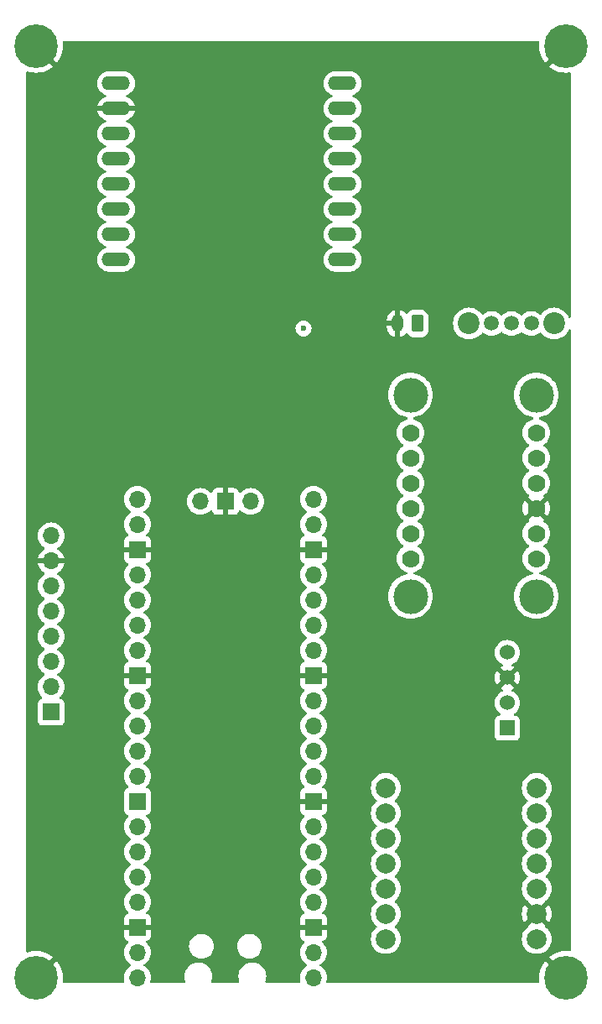
<source format=gbr>
%TF.GenerationSoftware,KiCad,Pcbnew,8.0.6*%
%TF.CreationDate,2025-06-01T11:12:23+01:00*%
%TF.ProjectId,Leo_Cansat,4c656f5f-4361-46e7-9361-742e6b696361,rev?*%
%TF.SameCoordinates,Original*%
%TF.FileFunction,Copper,L2,Inr*%
%TF.FilePolarity,Positive*%
%FSLAX46Y46*%
G04 Gerber Fmt 4.6, Leading zero omitted, Abs format (unit mm)*
G04 Created by KiCad (PCBNEW 8.0.6) date 2025-06-01 11:12:23*
%MOMM*%
%LPD*%
G01*
G04 APERTURE LIST*
G04 Aperture macros list*
%AMRoundRect*
0 Rectangle with rounded corners*
0 $1 Rounding radius*
0 $2 $3 $4 $5 $6 $7 $8 $9 X,Y pos of 4 corners*
0 Add a 4 corners polygon primitive as box body*
4,1,4,$2,$3,$4,$5,$6,$7,$8,$9,$2,$3,0*
0 Add four circle primitives for the rounded corners*
1,1,$1+$1,$2,$3*
1,1,$1+$1,$4,$5*
1,1,$1+$1,$6,$7*
1,1,$1+$1,$8,$9*
0 Add four rect primitives between the rounded corners*
20,1,$1+$1,$2,$3,$4,$5,0*
20,1,$1+$1,$4,$5,$6,$7,0*
20,1,$1+$1,$6,$7,$8,$9,0*
20,1,$1+$1,$8,$9,$2,$3,0*%
G04 Aperture macros list end*
%TA.AperFunction,ComponentPad*%
%ADD10C,2.000000*%
%TD*%
%TA.AperFunction,ComponentPad*%
%ADD11R,1.524000X1.524000*%
%TD*%
%TA.AperFunction,ComponentPad*%
%ADD12C,1.524000*%
%TD*%
%TA.AperFunction,ComponentPad*%
%ADD13C,4.400000*%
%TD*%
%TA.AperFunction,ComponentPad*%
%ADD14O,2.844800X1.422400*%
%TD*%
%TA.AperFunction,ComponentPad*%
%ADD15C,2.200000*%
%TD*%
%TA.AperFunction,ComponentPad*%
%ADD16C,1.500000*%
%TD*%
%TA.AperFunction,ComponentPad*%
%ADD17C,3.500000*%
%TD*%
%TA.AperFunction,ComponentPad*%
%ADD18C,1.778000*%
%TD*%
%TA.AperFunction,ComponentPad*%
%ADD19O,1.700000X1.700000*%
%TD*%
%TA.AperFunction,ComponentPad*%
%ADD20R,1.700000X1.700000*%
%TD*%
%TA.AperFunction,ComponentPad*%
%ADD21RoundRect,0.250000X0.350000X0.625000X-0.350000X0.625000X-0.350000X-0.625000X0.350000X-0.625000X0*%
%TD*%
%TA.AperFunction,ComponentPad*%
%ADD22O,1.200000X1.750000*%
%TD*%
%TA.AperFunction,ViaPad*%
%ADD23C,0.600000*%
%TD*%
G04 APERTURE END LIST*
D10*
%TO.N,N/C*%
%TO.C,U7*%
X129042500Y-168082500D03*
%TO.N,GND*%
X129042500Y-165542500D03*
%TO.N,+3V3*%
X129042500Y-163002500D03*
%TO.N,/MOSI*%
X129042500Y-160462500D03*
%TO.N,/MISO*%
X129042500Y-157922500D03*
%TO.N,/SCK*%
X129042500Y-155382500D03*
%TO.N,N/C*%
X129042500Y-152842500D03*
X113802500Y-168082500D03*
X113802500Y-165542500D03*
X113802500Y-163002500D03*
X113802500Y-160462500D03*
X113802500Y-157922500D03*
X113802500Y-155382500D03*
%TO.N,/SDCS*%
X113802500Y-152842500D03*
%TD*%
D11*
%TO.N,+3V3*%
%TO.C,U5*%
X126080000Y-146810000D03*
D12*
%TO.N,/SDA*%
X126080000Y-144270000D03*
%TO.N,GND*%
X126080000Y-141730000D03*
%TO.N,/SCL*%
X126080000Y-139190000D03*
%TD*%
D13*
%TO.N,GND*%
%TO.C,H4*%
X132000000Y-172000000D03*
%TD*%
D14*
%TO.N,unconnected-(U2-5V-PadP$1)*%
%TO.C,U2*%
X86570000Y-81770000D03*
%TO.N,GND*%
X86570000Y-84310000D03*
%TO.N,unconnected-(U2-IO12-PadP$3)*%
X86570000Y-86850000D03*
%TO.N,unconnected-(U2-IO13-PadP$4)*%
X86570000Y-89390000D03*
%TO.N,unconnected-(U2-IO15-PadP$5)*%
X86570000Y-91930000D03*
%TO.N,unconnected-(U2-IO14-PadP$6)*%
X86570000Y-94470000D03*
%TO.N,unconnected-(U2-IO2-PadP$7)*%
X86570000Y-97010000D03*
%TO.N,unconnected-(U2-IO4-PadP$8)*%
X86570000Y-99550000D03*
%TO.N,unconnected-(U2-.GND-PadP$9)*%
X109430000Y-99550000D03*
%TO.N,unconnected-(U2-IO1{slash}U0T-PadP$10)*%
X109430000Y-97010000D03*
%TO.N,unconnected-(U2-IO3{slash}U0R-PadP$11)*%
X109430000Y-94470000D03*
%TO.N,unconnected-(U2-3V3.-PadP$12)*%
X109430000Y-91930000D03*
%TO.N,unconnected-(U2-GND.-PadP$13)*%
X109430000Y-89390000D03*
%TO.N,unconnected-(U2-IO0-PadP$14)*%
X109430000Y-86850000D03*
%TO.N,unconnected-(U2-IO16-PadP$15)*%
X109430000Y-84310000D03*
%TO.N,+3V3*%
X109430000Y-81770000D03*
%TD*%
D15*
%TO.N,*%
%TO.C,SW1*%
X130800000Y-106000000D03*
X122200000Y-106000000D03*
D16*
%TO.N,Net-(SW1-A)*%
X128500000Y-106000000D03*
%TO.N,Net-(BT1-+)*%
X126500000Y-106000000D03*
%TO.N,unconnected-(SW1-C-Pad3)*%
X124500000Y-106000000D03*
%TD*%
D13*
%TO.N,GND*%
%TO.C,H1*%
X78500000Y-78000000D03*
%TD*%
D17*
%TO.N,*%
%TO.C,U6*%
X116305000Y-113210000D03*
X116305000Y-133530000D03*
X129005000Y-113210000D03*
X129005000Y-133530000D03*
D18*
%TO.N,/IMUCS*%
X129005000Y-129720000D03*
%TO.N,/MISO*%
X129005000Y-127180000D03*
%TO.N,GND*%
X129005000Y-124640000D03*
%TO.N,unconnected-(U6-AC-Pad4)*%
X129005000Y-122100000D03*
%TO.N,unconnected-(U6-AD-Pad5)*%
X129005000Y-119560000D03*
%TO.N,unconnected-(U6-FS-Pad6)*%
X129005000Y-117020000D03*
%TO.N,+3V3*%
X116305000Y-117020000D03*
%TO.N,unconnected-(U6-1V8-Pad8)*%
X116305000Y-119560000D03*
%TO.N,unconnected-(U6-GND-Pad9)*%
X116305000Y-122100000D03*
%TO.N,/SCK*%
X116305000Y-124640000D03*
%TO.N,/MOSI*%
X116305000Y-127180000D03*
%TO.N,unconnected-(U6-INT-Pad12)*%
X116305000Y-129720000D03*
%TD*%
D13*
%TO.N,GND*%
%TO.C,H3*%
X78500000Y-172000000D03*
%TD*%
D19*
%TO.N,unconnected-(U1-GPIO0-Pad1)*%
%TO.C,U1*%
X106500000Y-171980000D03*
%TO.N,unconnected-(U1-GPIO1-Pad2)*%
X106500000Y-169440000D03*
D20*
%TO.N,GND*%
X106500000Y-166900000D03*
D19*
%TO.N,unconnected-(U1-GPIO2-Pad4)*%
X106500000Y-164360000D03*
%TO.N,unconnected-(U1-GPIO3-Pad5)*%
X106500000Y-161820000D03*
%TO.N,/SDA*%
X106500000Y-159280000D03*
%TO.N,/SCL*%
X106500000Y-156740000D03*
D20*
%TO.N,GND*%
X106500000Y-154200000D03*
D19*
%TO.N,/SDCS*%
X106500000Y-151660000D03*
%TO.N,unconnected-(U1-GPIO7-Pad10)*%
X106500000Y-149120000D03*
%TO.N,unconnected-(U1-GPIO8-Pad11)*%
X106500000Y-146580000D03*
%TO.N,unconnected-(U1-GPIO9-Pad12)*%
X106500000Y-144040000D03*
D20*
%TO.N,GND*%
X106500000Y-141500000D03*
D19*
%TO.N,unconnected-(U1-GPIO10-Pad14)*%
X106500000Y-138960000D03*
%TO.N,/IMUCS*%
X106500000Y-136420000D03*
%TO.N,unconnected-(U1-GPIO12-Pad16)*%
X106500000Y-133880000D03*
%TO.N,unconnected-(U1-GPIO13-Pad17)*%
X106500000Y-131340000D03*
D20*
%TO.N,GND*%
X106500000Y-128800000D03*
D19*
%TO.N,unconnected-(U1-GPIO14-Pad19)*%
X106500000Y-126260000D03*
%TO.N,/LORACS*%
X106500000Y-123720000D03*
%TO.N,/MISO*%
X88720000Y-123720000D03*
%TO.N,unconnected-(U1-GPIO17-Pad22)*%
X88720000Y-126260000D03*
D20*
%TO.N,GND*%
X88720000Y-128800000D03*
D19*
%TO.N,/SCK*%
X88720000Y-131340000D03*
%TO.N,/MOSI*%
X88720000Y-133880000D03*
%TO.N,unconnected-(U1-GPIO20-Pad26)*%
X88720000Y-136420000D03*
%TO.N,unconnected-(U1-GPIO21-Pad27)*%
X88720000Y-138960000D03*
D20*
%TO.N,GND*%
X88720000Y-141500000D03*
D19*
%TO.N,unconnected-(U1-GPIO22-Pad29)*%
X88720000Y-144040000D03*
%TO.N,unconnected-(U1-RUN-Pad30)*%
X88720000Y-146580000D03*
%TO.N,unconnected-(U1-GPIO26_ADC0-Pad31)*%
X88720000Y-149120000D03*
%TO.N,unconnected-(U1-GPIO27_ADC1-Pad32)*%
X88720000Y-151660000D03*
D20*
%TO.N,unconnected-(U1-AGND-Pad33)*%
X88720000Y-154200000D03*
D19*
%TO.N,unconnected-(U1-GPIO28_ADC2-Pad34)*%
X88720000Y-156740000D03*
%TO.N,unconnected-(U1-ADC_VREF-Pad35)*%
X88720000Y-159280000D03*
%TO.N,+3V3*%
X88720000Y-161820000D03*
%TO.N,unconnected-(U1-3V3_EN-Pad37)*%
X88720000Y-164360000D03*
D20*
%TO.N,GND*%
X88720000Y-166900000D03*
D19*
%TO.N,Net-(SW1-A)*%
X88720000Y-169440000D03*
%TO.N,unconnected-(U1-VBUS-Pad40)*%
X88720000Y-171980000D03*
%TO.N,unconnected-(U1-SWCLK-Pad41)*%
X100150000Y-123950000D03*
D20*
%TO.N,GND*%
X97610000Y-123950000D03*
D19*
%TO.N,unconnected-(U1-SWDIO-Pad43)*%
X95070000Y-123950000D03*
%TD*%
D13*
%TO.N,GND*%
%TO.C,H2*%
X132000000Y-78000000D03*
%TD*%
D20*
%TO.N,/SDA*%
%TO.C,U4*%
X80000000Y-145200000D03*
D19*
%TO.N,/SCL*%
X80000000Y-142660000D03*
%TO.N,unconnected-(U4-TXD-Pad3)*%
X80000000Y-140120000D03*
%TO.N,unconnected-(U4-RXD-Pad4)*%
X80000000Y-137580000D03*
%TO.N,unconnected-(U4-TIMEPULSE-Pad5)*%
X80000000Y-135040000D03*
%TO.N,unconnected-(U4-NC-Pad6)*%
X80000000Y-132500000D03*
%TO.N,GND*%
X80000000Y-129960000D03*
%TO.N,+3V3*%
X80000000Y-127420000D03*
%TD*%
D21*
%TO.N,Net-(BT1-+)*%
%TO.C,BT1*%
X117000000Y-106000000D03*
D22*
%TO.N,GND*%
X115000000Y-106000000D03*
%TD*%
D23*
%TO.N,GND*%
X105500000Y-104500000D03*
X89500000Y-102500000D03*
X89500000Y-116500000D03*
%TO.N,+3V3*%
X105500000Y-106500000D03*
%TD*%
%TA.AperFunction,Conductor*%
%TO.N,GND*%
G36*
X129264916Y-77519685D02*
G01*
X129310671Y-77572489D01*
X129320615Y-77641647D01*
X129319846Y-77646351D01*
X129314786Y-77673960D01*
X129295065Y-78000000D01*
X129314786Y-78326038D01*
X129373667Y-78647341D01*
X129470835Y-78959164D01*
X129470839Y-78959175D01*
X129604897Y-79257041D01*
X129604898Y-79257043D01*
X129773881Y-79536576D01*
X129921476Y-79724968D01*
X131063708Y-78582736D01*
X131160967Y-78716602D01*
X131283398Y-78839033D01*
X131417262Y-78936290D01*
X130275030Y-80078522D01*
X130275030Y-80078523D01*
X130463423Y-80226118D01*
X130742956Y-80395101D01*
X130742958Y-80395102D01*
X131040824Y-80529160D01*
X131040835Y-80529164D01*
X131352658Y-80626332D01*
X131673961Y-80685213D01*
X132000000Y-80704934D01*
X132326041Y-80685213D01*
X132353645Y-80680154D01*
X132423135Y-80687430D01*
X132477660Y-80731120D01*
X132499908Y-80797352D01*
X132500000Y-80802122D01*
X132500000Y-105298462D01*
X132480315Y-105365501D01*
X132427511Y-105411256D01*
X132358353Y-105421200D01*
X132294797Y-105392175D01*
X132261439Y-105345915D01*
X132230466Y-105271140D01*
X132098839Y-105056346D01*
X132098838Y-105056343D01*
X132045220Y-104993565D01*
X131935224Y-104864776D01*
X131794660Y-104744723D01*
X131743656Y-104701161D01*
X131743653Y-104701160D01*
X131528859Y-104569533D01*
X131296110Y-104473126D01*
X131051151Y-104414317D01*
X130800000Y-104394551D01*
X130548848Y-104414317D01*
X130303889Y-104473126D01*
X130071140Y-104569533D01*
X129856346Y-104701160D01*
X129856343Y-104701161D01*
X129664776Y-104864776D01*
X129507047Y-105049452D01*
X129448540Y-105087645D01*
X129378672Y-105088143D01*
X129325076Y-105056601D01*
X129306881Y-105038406D01*
X129306877Y-105038402D01*
X129127639Y-104912898D01*
X129127640Y-104912898D01*
X129127638Y-104912897D01*
X129024441Y-104864776D01*
X128929330Y-104820425D01*
X128929326Y-104820424D01*
X128929322Y-104820422D01*
X128717977Y-104763793D01*
X128500002Y-104744723D01*
X128499998Y-104744723D01*
X128354682Y-104757436D01*
X128282023Y-104763793D01*
X128282020Y-104763793D01*
X128070677Y-104820422D01*
X128070668Y-104820426D01*
X127872361Y-104912898D01*
X127872357Y-104912900D01*
X127693124Y-105038400D01*
X127587680Y-105143844D01*
X127526357Y-105177328D01*
X127456665Y-105172344D01*
X127412318Y-105143843D01*
X127306881Y-105038406D01*
X127306877Y-105038402D01*
X127127639Y-104912898D01*
X127127640Y-104912898D01*
X127127638Y-104912897D01*
X127024441Y-104864776D01*
X126929330Y-104820425D01*
X126929326Y-104820424D01*
X126929322Y-104820422D01*
X126717977Y-104763793D01*
X126500002Y-104744723D01*
X126499998Y-104744723D01*
X126354682Y-104757436D01*
X126282023Y-104763793D01*
X126282020Y-104763793D01*
X126070677Y-104820422D01*
X126070668Y-104820426D01*
X125872361Y-104912898D01*
X125872357Y-104912900D01*
X125693124Y-105038400D01*
X125587680Y-105143844D01*
X125526357Y-105177328D01*
X125456665Y-105172344D01*
X125412318Y-105143843D01*
X125306881Y-105038406D01*
X125306877Y-105038402D01*
X125127639Y-104912898D01*
X125127640Y-104912898D01*
X125127638Y-104912897D01*
X125024441Y-104864776D01*
X124929330Y-104820425D01*
X124929326Y-104820424D01*
X124929322Y-104820422D01*
X124717977Y-104763793D01*
X124500002Y-104744723D01*
X124499998Y-104744723D01*
X124354682Y-104757436D01*
X124282023Y-104763793D01*
X124282020Y-104763793D01*
X124070677Y-104820422D01*
X124070668Y-104820426D01*
X123872361Y-104912898D01*
X123872357Y-104912900D01*
X123693119Y-105038403D01*
X123674918Y-105056604D01*
X123613594Y-105090086D01*
X123543902Y-105085099D01*
X123492951Y-105049451D01*
X123483515Y-105038403D01*
X123335224Y-104864776D01*
X123194660Y-104744723D01*
X123143656Y-104701161D01*
X123143653Y-104701160D01*
X122928859Y-104569533D01*
X122696110Y-104473126D01*
X122451151Y-104414317D01*
X122200000Y-104394551D01*
X121948848Y-104414317D01*
X121703889Y-104473126D01*
X121471140Y-104569533D01*
X121256346Y-104701160D01*
X121256343Y-104701161D01*
X121064776Y-104864776D01*
X120901161Y-105056343D01*
X120901160Y-105056346D01*
X120769533Y-105271140D01*
X120673126Y-105503889D01*
X120614317Y-105748848D01*
X120594551Y-106000000D01*
X120614317Y-106251151D01*
X120673126Y-106496110D01*
X120769533Y-106728859D01*
X120901160Y-106943653D01*
X120901161Y-106943656D01*
X120916481Y-106961593D01*
X121064776Y-107135224D01*
X121116707Y-107179577D01*
X121256343Y-107298838D01*
X121256346Y-107298839D01*
X121471140Y-107430466D01*
X121703889Y-107526873D01*
X121948852Y-107585683D01*
X122200000Y-107605449D01*
X122451148Y-107585683D01*
X122696111Y-107526873D01*
X122928859Y-107430466D01*
X123143659Y-107298836D01*
X123335224Y-107135224D01*
X123492952Y-106950547D01*
X123551458Y-106912354D01*
X123621326Y-106911855D01*
X123674923Y-106943398D01*
X123693123Y-106961598D01*
X123872361Y-107087102D01*
X124070670Y-107179575D01*
X124282023Y-107236207D01*
X124464926Y-107252208D01*
X124499998Y-107255277D01*
X124500000Y-107255277D01*
X124500002Y-107255277D01*
X124528254Y-107252805D01*
X124717977Y-107236207D01*
X124929330Y-107179575D01*
X125127639Y-107087102D01*
X125306877Y-106961598D01*
X125412319Y-106856156D01*
X125473642Y-106822671D01*
X125543334Y-106827655D01*
X125587681Y-106856156D01*
X125693123Y-106961598D01*
X125872361Y-107087102D01*
X126070670Y-107179575D01*
X126282023Y-107236207D01*
X126464926Y-107252208D01*
X126499998Y-107255277D01*
X126500000Y-107255277D01*
X126500002Y-107255277D01*
X126528254Y-107252805D01*
X126717977Y-107236207D01*
X126929330Y-107179575D01*
X127127639Y-107087102D01*
X127306877Y-106961598D01*
X127412319Y-106856156D01*
X127473642Y-106822671D01*
X127543334Y-106827655D01*
X127587681Y-106856156D01*
X127693123Y-106961598D01*
X127872361Y-107087102D01*
X128070670Y-107179575D01*
X128282023Y-107236207D01*
X128464926Y-107252208D01*
X128499998Y-107255277D01*
X128500000Y-107255277D01*
X128500002Y-107255277D01*
X128528254Y-107252805D01*
X128717977Y-107236207D01*
X128929330Y-107179575D01*
X129127639Y-107087102D01*
X129306877Y-106961598D01*
X129325075Y-106943398D01*
X129386396Y-106909913D01*
X129456088Y-106914896D01*
X129507046Y-106950546D01*
X129664776Y-107135224D01*
X129716707Y-107179577D01*
X129856343Y-107298838D01*
X129856346Y-107298839D01*
X130071140Y-107430466D01*
X130303889Y-107526873D01*
X130548852Y-107585683D01*
X130800000Y-107605449D01*
X131051148Y-107585683D01*
X131296111Y-107526873D01*
X131528859Y-107430466D01*
X131743659Y-107298836D01*
X131935224Y-107135224D01*
X132098836Y-106943659D01*
X132230466Y-106728859D01*
X132251015Y-106679249D01*
X132261439Y-106654084D01*
X132305280Y-106599681D01*
X132371574Y-106577616D01*
X132439273Y-106594895D01*
X132486884Y-106646032D01*
X132500000Y-106701537D01*
X132500000Y-169197876D01*
X132480315Y-169264915D01*
X132427511Y-169310670D01*
X132358353Y-169320614D01*
X132353653Y-169319846D01*
X132326038Y-169314786D01*
X132000000Y-169295065D01*
X131673961Y-169314786D01*
X131352658Y-169373667D01*
X131040835Y-169470835D01*
X131040824Y-169470839D01*
X130742958Y-169604897D01*
X130742956Y-169604898D01*
X130463422Y-169773881D01*
X130463416Y-169773886D01*
X130275030Y-169921474D01*
X130275029Y-169921476D01*
X131417262Y-171063709D01*
X131283398Y-171160967D01*
X131160967Y-171283398D01*
X131063709Y-171417262D01*
X129921476Y-170275029D01*
X129921474Y-170275030D01*
X129773886Y-170463416D01*
X129773881Y-170463422D01*
X129604898Y-170742956D01*
X129604897Y-170742958D01*
X129470839Y-171040824D01*
X129470835Y-171040835D01*
X129373667Y-171352658D01*
X129314786Y-171673961D01*
X129295065Y-172000000D01*
X129314786Y-172326039D01*
X129319846Y-172353649D01*
X129312568Y-172423138D01*
X129268876Y-172477662D01*
X129202643Y-172499908D01*
X129197877Y-172500000D01*
X107920407Y-172500000D01*
X107853368Y-172480315D01*
X107807613Y-172427511D01*
X107797669Y-172358353D01*
X107800632Y-172343907D01*
X107810709Y-172306300D01*
X107835063Y-172215408D01*
X107855659Y-171980000D01*
X107835063Y-171744592D01*
X107773903Y-171516337D01*
X107674035Y-171302171D01*
X107589297Y-171181151D01*
X107538494Y-171108597D01*
X107371402Y-170941506D01*
X107371396Y-170941501D01*
X107185842Y-170811575D01*
X107142217Y-170756998D01*
X107135023Y-170687500D01*
X107166546Y-170625145D01*
X107185842Y-170608425D01*
X107250628Y-170563061D01*
X107371401Y-170478495D01*
X107538495Y-170311401D01*
X107674035Y-170117830D01*
X107773903Y-169903663D01*
X107835063Y-169675408D01*
X107855659Y-169440000D01*
X107835063Y-169204592D01*
X107773903Y-168976337D01*
X107674035Y-168762171D01*
X107561899Y-168602024D01*
X107538496Y-168568600D01*
X107538495Y-168568599D01*
X107416179Y-168446283D01*
X107382696Y-168384963D01*
X107387680Y-168315271D01*
X107429551Y-168259337D01*
X107460529Y-168242422D01*
X107592086Y-168193354D01*
X107592093Y-168193350D01*
X107707187Y-168107190D01*
X107707190Y-168107187D01*
X107793350Y-167992093D01*
X107793354Y-167992086D01*
X107843596Y-167857379D01*
X107843598Y-167857372D01*
X107849999Y-167797844D01*
X107850000Y-167797827D01*
X107850000Y-167150000D01*
X106944560Y-167150000D01*
X106975245Y-167096853D01*
X107010000Y-166967143D01*
X107010000Y-166832857D01*
X106975245Y-166703147D01*
X106944560Y-166650000D01*
X107850000Y-166650000D01*
X107850000Y-166002172D01*
X107849999Y-166002155D01*
X107843598Y-165942627D01*
X107843596Y-165942620D01*
X107793354Y-165807913D01*
X107793350Y-165807906D01*
X107707190Y-165692812D01*
X107707187Y-165692809D01*
X107592093Y-165606649D01*
X107592088Y-165606646D01*
X107460528Y-165557577D01*
X107404595Y-165515705D01*
X107380178Y-165450241D01*
X107395030Y-165381968D01*
X107416175Y-165353720D01*
X107538495Y-165231401D01*
X107674035Y-165037830D01*
X107773903Y-164823663D01*
X107835063Y-164595408D01*
X107855659Y-164360000D01*
X107835063Y-164124592D01*
X107773903Y-163896337D01*
X107674035Y-163682171D01*
X107538495Y-163488599D01*
X107538494Y-163488597D01*
X107371402Y-163321506D01*
X107371396Y-163321501D01*
X107185842Y-163191575D01*
X107142217Y-163136998D01*
X107135023Y-163067500D01*
X107166546Y-163005145D01*
X107185842Y-162988425D01*
X107208026Y-162972891D01*
X107371401Y-162858495D01*
X107538495Y-162691401D01*
X107674035Y-162497830D01*
X107773903Y-162283663D01*
X107835063Y-162055408D01*
X107855659Y-161820000D01*
X107835063Y-161584592D01*
X107773903Y-161356337D01*
X107674035Y-161142171D01*
X107538495Y-160948599D01*
X107538494Y-160948597D01*
X107371402Y-160781506D01*
X107371396Y-160781501D01*
X107185842Y-160651575D01*
X107142217Y-160596998D01*
X107135023Y-160527500D01*
X107166546Y-160465145D01*
X107185842Y-160448425D01*
X107208026Y-160432891D01*
X107371401Y-160318495D01*
X107538495Y-160151401D01*
X107674035Y-159957830D01*
X107773903Y-159743663D01*
X107835063Y-159515408D01*
X107855659Y-159280000D01*
X107835063Y-159044592D01*
X107773903Y-158816337D01*
X107674035Y-158602171D01*
X107538495Y-158408599D01*
X107538494Y-158408597D01*
X107371402Y-158241506D01*
X107371396Y-158241501D01*
X107185842Y-158111575D01*
X107142217Y-158056998D01*
X107135023Y-157987500D01*
X107166546Y-157925145D01*
X107185842Y-157908425D01*
X107208026Y-157892891D01*
X107371401Y-157778495D01*
X107538495Y-157611401D01*
X107674035Y-157417830D01*
X107773903Y-157203663D01*
X107835063Y-156975408D01*
X107855659Y-156740000D01*
X107835063Y-156504592D01*
X107773903Y-156276337D01*
X107674035Y-156062171D01*
X107538495Y-155868599D01*
X107416179Y-155746283D01*
X107382696Y-155684963D01*
X107387680Y-155615271D01*
X107429551Y-155559337D01*
X107460529Y-155542422D01*
X107592086Y-155493354D01*
X107592093Y-155493350D01*
X107707187Y-155407190D01*
X107707190Y-155407187D01*
X107793350Y-155292093D01*
X107793354Y-155292086D01*
X107843596Y-155157379D01*
X107843598Y-155157372D01*
X107849999Y-155097844D01*
X107850000Y-155097827D01*
X107850000Y-154450000D01*
X106944560Y-154450000D01*
X106975245Y-154396853D01*
X107010000Y-154267143D01*
X107010000Y-154132857D01*
X106975245Y-154003147D01*
X106944560Y-153950000D01*
X107850000Y-153950000D01*
X107850000Y-153302172D01*
X107849999Y-153302155D01*
X107843598Y-153242627D01*
X107843596Y-153242620D01*
X107793354Y-153107913D01*
X107793350Y-153107906D01*
X107707190Y-152992812D01*
X107707187Y-152992809D01*
X107592093Y-152906649D01*
X107592088Y-152906646D01*
X107460528Y-152857577D01*
X107440380Y-152842494D01*
X112296857Y-152842494D01*
X112296857Y-152842505D01*
X112317390Y-153090312D01*
X112317392Y-153090324D01*
X112378436Y-153331381D01*
X112478326Y-153559106D01*
X112614333Y-153767282D01*
X112614336Y-153767285D01*
X112782756Y-153950238D01*
X112865508Y-154014647D01*
X112906321Y-154071357D01*
X112909996Y-154141130D01*
X112875364Y-154201813D01*
X112865514Y-154210348D01*
X112806900Y-154255969D01*
X112782757Y-154274761D01*
X112614333Y-154457717D01*
X112478326Y-154665893D01*
X112378436Y-154893618D01*
X112317392Y-155134675D01*
X112317390Y-155134687D01*
X112296857Y-155382494D01*
X112296857Y-155382505D01*
X112317390Y-155630312D01*
X112317392Y-155630324D01*
X112378436Y-155871381D01*
X112478326Y-156099106D01*
X112614333Y-156307282D01*
X112614336Y-156307285D01*
X112782756Y-156490238D01*
X112865508Y-156554647D01*
X112906321Y-156611357D01*
X112909996Y-156681130D01*
X112875364Y-156741813D01*
X112865514Y-156750348D01*
X112806900Y-156795969D01*
X112782757Y-156814761D01*
X112614333Y-156997717D01*
X112478326Y-157205893D01*
X112378436Y-157433618D01*
X112317392Y-157674675D01*
X112317390Y-157674687D01*
X112296857Y-157922494D01*
X112296857Y-157922505D01*
X112317390Y-158170312D01*
X112317392Y-158170324D01*
X112378436Y-158411381D01*
X112478326Y-158639106D01*
X112614333Y-158847282D01*
X112614336Y-158847285D01*
X112782756Y-159030238D01*
X112865508Y-159094647D01*
X112906321Y-159151357D01*
X112909996Y-159221130D01*
X112875364Y-159281813D01*
X112865514Y-159290348D01*
X112806900Y-159335969D01*
X112782757Y-159354761D01*
X112614333Y-159537717D01*
X112478326Y-159745893D01*
X112378436Y-159973618D01*
X112317392Y-160214675D01*
X112317390Y-160214687D01*
X112296857Y-160462494D01*
X112296857Y-160462505D01*
X112317390Y-160710312D01*
X112317392Y-160710324D01*
X112378436Y-160951381D01*
X112478326Y-161179106D01*
X112614333Y-161387282D01*
X112614336Y-161387285D01*
X112782756Y-161570238D01*
X112865508Y-161634647D01*
X112906321Y-161691357D01*
X112909996Y-161761130D01*
X112875364Y-161821813D01*
X112865514Y-161830348D01*
X112806900Y-161875969D01*
X112782757Y-161894761D01*
X112614333Y-162077717D01*
X112478326Y-162285893D01*
X112378436Y-162513618D01*
X112317392Y-162754675D01*
X112317390Y-162754687D01*
X112296857Y-163002494D01*
X112296857Y-163002505D01*
X112317390Y-163250312D01*
X112317392Y-163250324D01*
X112378436Y-163491381D01*
X112478326Y-163719106D01*
X112614333Y-163927282D01*
X112614336Y-163927285D01*
X112782756Y-164110238D01*
X112865508Y-164174647D01*
X112906321Y-164231357D01*
X112909996Y-164301130D01*
X112875364Y-164361813D01*
X112865514Y-164370348D01*
X112851408Y-164381328D01*
X112782757Y-164434761D01*
X112614333Y-164617717D01*
X112478326Y-164825893D01*
X112378436Y-165053618D01*
X112317392Y-165294675D01*
X112317390Y-165294687D01*
X112296857Y-165542494D01*
X112296857Y-165542505D01*
X112317390Y-165790312D01*
X112317392Y-165790324D01*
X112378436Y-166031381D01*
X112478326Y-166259106D01*
X112614333Y-166467282D01*
X112614336Y-166467285D01*
X112782756Y-166650238D01*
X112865508Y-166714647D01*
X112906321Y-166771357D01*
X112909996Y-166841130D01*
X112875364Y-166901813D01*
X112865514Y-166910348D01*
X112806900Y-166955969D01*
X112782757Y-166974761D01*
X112614333Y-167157717D01*
X112478326Y-167365893D01*
X112378436Y-167593618D01*
X112317392Y-167834675D01*
X112317390Y-167834687D01*
X112296857Y-168082494D01*
X112296857Y-168082505D01*
X112317390Y-168330312D01*
X112317392Y-168330324D01*
X112378436Y-168571381D01*
X112478326Y-168799106D01*
X112614333Y-169007282D01*
X112614336Y-169007285D01*
X112782756Y-169190238D01*
X112978991Y-169342974D01*
X113197690Y-169461328D01*
X113432886Y-169542071D01*
X113678165Y-169583000D01*
X113926835Y-169583000D01*
X114172114Y-169542071D01*
X114407310Y-169461328D01*
X114626009Y-169342974D01*
X114822244Y-169190238D01*
X114990664Y-169007285D01*
X115126673Y-168799107D01*
X115226563Y-168571381D01*
X115287608Y-168330321D01*
X115294892Y-168242421D01*
X115308143Y-168082505D01*
X115308143Y-168082494D01*
X115287609Y-167834687D01*
X115287607Y-167834675D01*
X115226563Y-167593618D01*
X115126673Y-167365893D01*
X114990666Y-167157717D01*
X114969057Y-167134244D01*
X114822244Y-166974762D01*
X114739491Y-166910352D01*
X114698679Y-166853643D01*
X114695004Y-166783870D01*
X114729636Y-166723187D01*
X114739485Y-166714651D01*
X114822244Y-166650238D01*
X114990664Y-166467285D01*
X115126673Y-166259107D01*
X115226563Y-166031381D01*
X115287608Y-165790321D01*
X115293795Y-165715659D01*
X115308143Y-165542505D01*
X115308143Y-165542494D01*
X115287609Y-165294687D01*
X115287607Y-165294675D01*
X115226563Y-165053618D01*
X115126673Y-164825893D01*
X114990666Y-164617717D01*
X114885061Y-164503000D01*
X114822244Y-164434762D01*
X114739491Y-164370352D01*
X114698679Y-164313643D01*
X114695004Y-164243870D01*
X114729636Y-164183187D01*
X114739485Y-164174651D01*
X114822244Y-164110238D01*
X114990664Y-163927285D01*
X115126673Y-163719107D01*
X115226563Y-163491381D01*
X115287608Y-163250321D01*
X115292941Y-163185965D01*
X115308143Y-163002505D01*
X115308143Y-163002494D01*
X115287609Y-162754687D01*
X115287607Y-162754675D01*
X115226563Y-162513618D01*
X115126673Y-162285893D01*
X114990666Y-162077717D01*
X114969057Y-162054244D01*
X114822244Y-161894762D01*
X114739491Y-161830352D01*
X114698679Y-161773643D01*
X114695004Y-161703870D01*
X114729636Y-161643187D01*
X114739485Y-161634651D01*
X114822244Y-161570238D01*
X114990664Y-161387285D01*
X115126673Y-161179107D01*
X115226563Y-160951381D01*
X115287608Y-160710321D01*
X115292941Y-160645965D01*
X115308143Y-160462505D01*
X115308143Y-160462494D01*
X115287609Y-160214687D01*
X115287607Y-160214675D01*
X115226563Y-159973618D01*
X115126673Y-159745893D01*
X114990666Y-159537717D01*
X114969057Y-159514244D01*
X114822244Y-159354762D01*
X114739491Y-159290352D01*
X114698679Y-159233643D01*
X114695004Y-159163870D01*
X114729636Y-159103187D01*
X114739485Y-159094651D01*
X114822244Y-159030238D01*
X114990664Y-158847285D01*
X115126673Y-158639107D01*
X115226563Y-158411381D01*
X115287608Y-158170321D01*
X115292941Y-158105965D01*
X115308143Y-157922505D01*
X115308143Y-157922494D01*
X115287609Y-157674687D01*
X115287607Y-157674675D01*
X115226563Y-157433618D01*
X115126673Y-157205893D01*
X114990666Y-156997717D01*
X114969057Y-156974244D01*
X114822244Y-156814762D01*
X114739491Y-156750352D01*
X114698679Y-156693643D01*
X114695004Y-156623870D01*
X114729636Y-156563187D01*
X114739485Y-156554651D01*
X114822244Y-156490238D01*
X114990664Y-156307285D01*
X115126673Y-156099107D01*
X115226563Y-155871381D01*
X115287608Y-155630321D01*
X115294222Y-155550500D01*
X115308143Y-155382505D01*
X115308143Y-155382494D01*
X115287609Y-155134687D01*
X115287607Y-155134675D01*
X115226563Y-154893618D01*
X115126673Y-154665893D01*
X114990666Y-154457717D01*
X114969057Y-154434244D01*
X114822244Y-154274762D01*
X114739491Y-154210352D01*
X114698679Y-154153643D01*
X114695004Y-154083870D01*
X114729636Y-154023187D01*
X114739485Y-154014651D01*
X114822244Y-153950238D01*
X114990664Y-153767285D01*
X115126673Y-153559107D01*
X115226563Y-153331381D01*
X115287608Y-153090321D01*
X115293795Y-153015659D01*
X115308143Y-152842505D01*
X115308143Y-152842494D01*
X127536857Y-152842494D01*
X127536857Y-152842505D01*
X127557390Y-153090312D01*
X127557392Y-153090324D01*
X127618436Y-153331381D01*
X127718326Y-153559106D01*
X127854333Y-153767282D01*
X127854336Y-153767285D01*
X128022756Y-153950238D01*
X128105508Y-154014647D01*
X128146321Y-154071357D01*
X128149996Y-154141130D01*
X128115364Y-154201813D01*
X128105514Y-154210348D01*
X128046900Y-154255969D01*
X128022757Y-154274761D01*
X127854333Y-154457717D01*
X127718326Y-154665893D01*
X127618436Y-154893618D01*
X127557392Y-155134675D01*
X127557390Y-155134687D01*
X127536857Y-155382494D01*
X127536857Y-155382505D01*
X127557390Y-155630312D01*
X127557392Y-155630324D01*
X127618436Y-155871381D01*
X127718326Y-156099106D01*
X127854333Y-156307282D01*
X127854336Y-156307285D01*
X128022756Y-156490238D01*
X128105508Y-156554647D01*
X128146321Y-156611357D01*
X128149996Y-156681130D01*
X128115364Y-156741813D01*
X128105514Y-156750348D01*
X128046900Y-156795969D01*
X128022757Y-156814761D01*
X127854333Y-156997717D01*
X127718326Y-157205893D01*
X127618436Y-157433618D01*
X127557392Y-157674675D01*
X127557390Y-157674687D01*
X127536857Y-157922494D01*
X127536857Y-157922505D01*
X127557390Y-158170312D01*
X127557392Y-158170324D01*
X127618436Y-158411381D01*
X127718326Y-158639106D01*
X127854333Y-158847282D01*
X127854336Y-158847285D01*
X128022756Y-159030238D01*
X128105508Y-159094647D01*
X128146321Y-159151357D01*
X128149996Y-159221130D01*
X128115364Y-159281813D01*
X128105514Y-159290348D01*
X128046900Y-159335969D01*
X128022757Y-159354761D01*
X127854333Y-159537717D01*
X127718326Y-159745893D01*
X127618436Y-159973618D01*
X127557392Y-160214675D01*
X127557390Y-160214687D01*
X127536857Y-160462494D01*
X127536857Y-160462505D01*
X127557390Y-160710312D01*
X127557392Y-160710324D01*
X127618436Y-160951381D01*
X127718326Y-161179106D01*
X127854333Y-161387282D01*
X127854336Y-161387285D01*
X128022756Y-161570238D01*
X128105508Y-161634647D01*
X128146321Y-161691357D01*
X128149996Y-161761130D01*
X128115364Y-161821813D01*
X128105514Y-161830348D01*
X128046900Y-161875969D01*
X128022757Y-161894761D01*
X127854333Y-162077717D01*
X127718326Y-162285893D01*
X127618436Y-162513618D01*
X127557392Y-162754675D01*
X127557390Y-162754687D01*
X127536857Y-163002494D01*
X127536857Y-163002505D01*
X127557390Y-163250312D01*
X127557392Y-163250324D01*
X127618436Y-163491381D01*
X127718326Y-163719106D01*
X127854333Y-163927282D01*
X127854336Y-163927285D01*
X128022756Y-164110238D01*
X128022759Y-164110240D01*
X128022762Y-164110243D01*
X128126243Y-164190786D01*
X128167056Y-164247496D01*
X128173843Y-164296323D01*
X128172441Y-164318889D01*
X128913090Y-165059537D01*
X128849507Y-165076575D01*
X128735493Y-165142401D01*
X128642401Y-165235493D01*
X128576575Y-165349507D01*
X128559537Y-165413089D01*
X127819064Y-164672616D01*
X127718767Y-164826132D01*
X127618912Y-165053782D01*
X127557887Y-165294761D01*
X127557885Y-165294770D01*
X127537359Y-165542494D01*
X127537359Y-165542505D01*
X127557885Y-165790229D01*
X127557887Y-165790238D01*
X127618912Y-166031217D01*
X127718766Y-166258864D01*
X127819064Y-166412382D01*
X128559537Y-165671909D01*
X128576575Y-165735493D01*
X128642401Y-165849507D01*
X128735493Y-165942599D01*
X128849507Y-166008425D01*
X128913090Y-166025462D01*
X128172442Y-166766109D01*
X128173843Y-166788677D01*
X128158350Y-166856807D01*
X128126244Y-166894213D01*
X128022758Y-166974760D01*
X127854333Y-167157717D01*
X127718326Y-167365893D01*
X127618436Y-167593618D01*
X127557392Y-167834675D01*
X127557390Y-167834687D01*
X127536857Y-168082494D01*
X127536857Y-168082505D01*
X127557390Y-168330312D01*
X127557392Y-168330324D01*
X127618436Y-168571381D01*
X127718326Y-168799106D01*
X127854333Y-169007282D01*
X127854336Y-169007285D01*
X128022756Y-169190238D01*
X128218991Y-169342974D01*
X128437690Y-169461328D01*
X128672886Y-169542071D01*
X128918165Y-169583000D01*
X129166835Y-169583000D01*
X129412114Y-169542071D01*
X129647310Y-169461328D01*
X129866009Y-169342974D01*
X130062244Y-169190238D01*
X130230664Y-169007285D01*
X130366673Y-168799107D01*
X130466563Y-168571381D01*
X130527608Y-168330321D01*
X130534892Y-168242421D01*
X130548143Y-168082505D01*
X130548143Y-168082494D01*
X130527609Y-167834687D01*
X130527607Y-167834675D01*
X130466563Y-167593618D01*
X130366673Y-167365893D01*
X130230666Y-167157717D01*
X130209057Y-167134244D01*
X130062244Y-166974762D01*
X129958753Y-166894212D01*
X129917942Y-166837503D01*
X129911155Y-166788676D01*
X129912556Y-166766109D01*
X129171909Y-166025462D01*
X129235493Y-166008425D01*
X129349507Y-165942599D01*
X129442599Y-165849507D01*
X129508425Y-165735493D01*
X129525462Y-165671910D01*
X130265934Y-166412382D01*
X130366231Y-166258869D01*
X130466087Y-166031217D01*
X130527112Y-165790238D01*
X130527114Y-165790229D01*
X130547641Y-165542505D01*
X130547641Y-165542494D01*
X130527114Y-165294770D01*
X130527112Y-165294761D01*
X130466087Y-165053782D01*
X130366231Y-164826130D01*
X130265934Y-164672616D01*
X129525462Y-165413089D01*
X129508425Y-165349507D01*
X129442599Y-165235493D01*
X129349507Y-165142401D01*
X129235493Y-165076575D01*
X129171910Y-165059537D01*
X129912556Y-164318890D01*
X129911155Y-164296325D01*
X129926647Y-164228194D01*
X129958750Y-164190790D01*
X130062244Y-164110238D01*
X130230664Y-163927285D01*
X130366673Y-163719107D01*
X130466563Y-163491381D01*
X130527608Y-163250321D01*
X130532941Y-163185965D01*
X130548143Y-163002505D01*
X130548143Y-163002494D01*
X130527609Y-162754687D01*
X130527607Y-162754675D01*
X130466563Y-162513618D01*
X130366673Y-162285893D01*
X130230666Y-162077717D01*
X130209057Y-162054244D01*
X130062244Y-161894762D01*
X129979491Y-161830352D01*
X129938679Y-161773643D01*
X129935004Y-161703870D01*
X129969636Y-161643187D01*
X129979485Y-161634651D01*
X130062244Y-161570238D01*
X130230664Y-161387285D01*
X130366673Y-161179107D01*
X130466563Y-160951381D01*
X130527608Y-160710321D01*
X130532941Y-160645965D01*
X130548143Y-160462505D01*
X130548143Y-160462494D01*
X130527609Y-160214687D01*
X130527607Y-160214675D01*
X130466563Y-159973618D01*
X130366673Y-159745893D01*
X130230666Y-159537717D01*
X130209057Y-159514244D01*
X130062244Y-159354762D01*
X129979491Y-159290352D01*
X129938679Y-159233643D01*
X129935004Y-159163870D01*
X129969636Y-159103187D01*
X129979485Y-159094651D01*
X130062244Y-159030238D01*
X130230664Y-158847285D01*
X130366673Y-158639107D01*
X130466563Y-158411381D01*
X130527608Y-158170321D01*
X130532941Y-158105965D01*
X130548143Y-157922505D01*
X130548143Y-157922494D01*
X130527609Y-157674687D01*
X130527607Y-157674675D01*
X130466563Y-157433618D01*
X130366673Y-157205893D01*
X130230666Y-156997717D01*
X130209057Y-156974244D01*
X130062244Y-156814762D01*
X129979491Y-156750352D01*
X129938679Y-156693643D01*
X129935004Y-156623870D01*
X129969636Y-156563187D01*
X129979485Y-156554651D01*
X130062244Y-156490238D01*
X130230664Y-156307285D01*
X130366673Y-156099107D01*
X130466563Y-155871381D01*
X130527608Y-155630321D01*
X130534222Y-155550500D01*
X130548143Y-155382505D01*
X130548143Y-155382494D01*
X130527609Y-155134687D01*
X130527607Y-155134675D01*
X130466563Y-154893618D01*
X130366673Y-154665893D01*
X130230666Y-154457717D01*
X130209057Y-154434244D01*
X130062244Y-154274762D01*
X129979491Y-154210352D01*
X129938679Y-154153643D01*
X129935004Y-154083870D01*
X129969636Y-154023187D01*
X129979485Y-154014651D01*
X130062244Y-153950238D01*
X130230664Y-153767285D01*
X130366673Y-153559107D01*
X130466563Y-153331381D01*
X130527608Y-153090321D01*
X130533795Y-153015659D01*
X130548143Y-152842505D01*
X130548143Y-152842494D01*
X130527609Y-152594687D01*
X130527607Y-152594675D01*
X130466563Y-152353618D01*
X130366673Y-152125893D01*
X130230666Y-151917717D01*
X130209057Y-151894244D01*
X130062244Y-151734762D01*
X129866009Y-151582026D01*
X129866007Y-151582025D01*
X129866006Y-151582024D01*
X129647311Y-151463672D01*
X129647302Y-151463669D01*
X129412116Y-151382929D01*
X129166835Y-151342000D01*
X128918165Y-151342000D01*
X128672883Y-151382929D01*
X128437697Y-151463669D01*
X128437688Y-151463672D01*
X128218993Y-151582024D01*
X128022757Y-151734761D01*
X127854333Y-151917717D01*
X127718326Y-152125893D01*
X127618436Y-152353618D01*
X127557392Y-152594675D01*
X127557390Y-152594687D01*
X127536857Y-152842494D01*
X115308143Y-152842494D01*
X115287609Y-152594687D01*
X115287607Y-152594675D01*
X115226563Y-152353618D01*
X115126673Y-152125893D01*
X114990666Y-151917717D01*
X114969057Y-151894244D01*
X114822244Y-151734762D01*
X114626009Y-151582026D01*
X114626007Y-151582025D01*
X114626006Y-151582024D01*
X114407311Y-151463672D01*
X114407302Y-151463669D01*
X114172116Y-151382929D01*
X113926835Y-151342000D01*
X113678165Y-151342000D01*
X113432883Y-151382929D01*
X113197697Y-151463669D01*
X113197688Y-151463672D01*
X112978993Y-151582024D01*
X112782757Y-151734761D01*
X112614333Y-151917717D01*
X112478326Y-152125893D01*
X112378436Y-152353618D01*
X112317392Y-152594675D01*
X112317390Y-152594687D01*
X112296857Y-152842494D01*
X107440380Y-152842494D01*
X107404595Y-152815705D01*
X107380178Y-152750241D01*
X107395030Y-152681968D01*
X107416175Y-152653720D01*
X107538495Y-152531401D01*
X107674035Y-152337830D01*
X107773903Y-152123663D01*
X107835063Y-151895408D01*
X107855659Y-151660000D01*
X107835063Y-151424592D01*
X107773903Y-151196337D01*
X107674035Y-150982171D01*
X107538495Y-150788599D01*
X107538494Y-150788597D01*
X107371402Y-150621506D01*
X107371396Y-150621501D01*
X107185842Y-150491575D01*
X107142217Y-150436998D01*
X107135023Y-150367500D01*
X107166546Y-150305145D01*
X107185842Y-150288425D01*
X107208026Y-150272891D01*
X107371401Y-150158495D01*
X107538495Y-149991401D01*
X107674035Y-149797830D01*
X107773903Y-149583663D01*
X107835063Y-149355408D01*
X107855659Y-149120000D01*
X107835063Y-148884592D01*
X107773903Y-148656337D01*
X107674035Y-148442171D01*
X107538495Y-148248599D01*
X107538494Y-148248597D01*
X107371402Y-148081506D01*
X107371396Y-148081501D01*
X107185842Y-147951575D01*
X107142217Y-147896998D01*
X107135023Y-147827500D01*
X107166546Y-147765145D01*
X107185842Y-147748425D01*
X107284301Y-147679483D01*
X107371401Y-147618495D01*
X107538495Y-147451401D01*
X107674035Y-147257830D01*
X107773903Y-147043663D01*
X107835063Y-146815408D01*
X107855659Y-146580000D01*
X107835063Y-146344592D01*
X107773903Y-146116337D01*
X107674035Y-145902171D01*
X107606466Y-145805671D01*
X107538494Y-145708597D01*
X107371402Y-145541506D01*
X107371396Y-145541501D01*
X107185842Y-145411575D01*
X107142217Y-145356998D01*
X107135023Y-145287500D01*
X107166546Y-145225145D01*
X107185842Y-145208425D01*
X107208026Y-145192891D01*
X107371401Y-145078495D01*
X107538495Y-144911401D01*
X107674035Y-144717830D01*
X107773903Y-144503663D01*
X107835063Y-144275408D01*
X107855659Y-144040000D01*
X107835063Y-143804592D01*
X107773903Y-143576337D01*
X107674035Y-143362171D01*
X107656994Y-143337834D01*
X107538496Y-143168600D01*
X107482001Y-143112105D01*
X107416179Y-143046283D01*
X107382696Y-142984963D01*
X107387680Y-142915271D01*
X107429551Y-142859337D01*
X107460529Y-142842422D01*
X107592086Y-142793354D01*
X107592093Y-142793350D01*
X107707187Y-142707190D01*
X107707190Y-142707187D01*
X107793350Y-142592093D01*
X107793354Y-142592086D01*
X107843596Y-142457379D01*
X107843598Y-142457372D01*
X107849999Y-142397844D01*
X107850000Y-142397827D01*
X107850000Y-141750000D01*
X106944560Y-141750000D01*
X106975245Y-141696853D01*
X107010000Y-141567143D01*
X107010000Y-141432857D01*
X106975245Y-141303147D01*
X106944560Y-141250000D01*
X107850000Y-141250000D01*
X107850000Y-140602172D01*
X107849999Y-140602155D01*
X107843598Y-140542627D01*
X107843596Y-140542620D01*
X107793354Y-140407913D01*
X107793350Y-140407906D01*
X107707190Y-140292812D01*
X107707187Y-140292809D01*
X107592093Y-140206649D01*
X107592088Y-140206646D01*
X107460528Y-140157577D01*
X107404595Y-140115705D01*
X107380178Y-140050241D01*
X107395030Y-139981968D01*
X107416175Y-139953720D01*
X107538495Y-139831401D01*
X107674035Y-139637830D01*
X107773903Y-139423663D01*
X107835063Y-139195408D01*
X107835536Y-139189997D01*
X124812677Y-139189997D01*
X124812677Y-139190002D01*
X124831929Y-139410062D01*
X124831930Y-139410070D01*
X124889104Y-139623445D01*
X124889105Y-139623447D01*
X124889106Y-139623450D01*
X124904445Y-139656344D01*
X124982466Y-139823662D01*
X124982468Y-139823666D01*
X125109170Y-140004615D01*
X125109175Y-140004621D01*
X125265378Y-140160824D01*
X125265384Y-140160829D01*
X125446333Y-140287531D01*
X125446335Y-140287532D01*
X125446338Y-140287534D01*
X125506653Y-140315659D01*
X125575781Y-140347894D01*
X125628220Y-140394066D01*
X125647372Y-140461260D01*
X125627156Y-140528141D01*
X125575781Y-140572658D01*
X125446590Y-140632901D01*
X125381811Y-140678258D01*
X125950590Y-141247037D01*
X125887007Y-141264075D01*
X125772993Y-141329901D01*
X125679901Y-141422993D01*
X125614075Y-141537007D01*
X125597037Y-141600590D01*
X125028258Y-141031811D01*
X124982901Y-141096590D01*
X124889579Y-141296720D01*
X124889575Y-141296729D01*
X124832426Y-141510013D01*
X124832424Y-141510023D01*
X124813179Y-141729999D01*
X124813179Y-141730000D01*
X124832424Y-141949976D01*
X124832426Y-141949986D01*
X124889575Y-142163270D01*
X124889580Y-142163284D01*
X124982898Y-142363405D01*
X124982901Y-142363411D01*
X125028258Y-142428187D01*
X125028259Y-142428188D01*
X125597037Y-141859409D01*
X125614075Y-141922993D01*
X125679901Y-142037007D01*
X125772993Y-142130099D01*
X125887007Y-142195925D01*
X125950590Y-142212962D01*
X125381810Y-142781740D01*
X125446589Y-142827098D01*
X125575781Y-142887342D01*
X125628220Y-142933514D01*
X125647372Y-143000708D01*
X125627156Y-143067589D01*
X125575781Y-143112106D01*
X125446340Y-143172465D01*
X125446338Y-143172466D01*
X125265377Y-143299175D01*
X125109175Y-143455377D01*
X124982466Y-143636338D01*
X124982465Y-143636340D01*
X124889107Y-143836548D01*
X124889104Y-143836554D01*
X124831930Y-144049929D01*
X124831929Y-144049937D01*
X124812677Y-144269997D01*
X124812677Y-144270002D01*
X124831929Y-144490062D01*
X124831930Y-144490070D01*
X124889104Y-144703445D01*
X124889105Y-144703447D01*
X124889106Y-144703450D01*
X124982466Y-144903662D01*
X124982468Y-144903666D01*
X125104885Y-145078495D01*
X125109174Y-145084620D01*
X125265380Y-145240826D01*
X125332037Y-145287500D01*
X125381202Y-145321925D01*
X125424827Y-145376502D01*
X125432021Y-145446000D01*
X125400498Y-145508355D01*
X125340269Y-145543769D01*
X125310082Y-145547500D01*
X125270131Y-145547500D01*
X125270123Y-145547501D01*
X125210516Y-145553908D01*
X125075671Y-145604202D01*
X125075664Y-145604206D01*
X124960455Y-145690452D01*
X124960452Y-145690455D01*
X124874206Y-145805664D01*
X124874202Y-145805671D01*
X124823908Y-145940517D01*
X124817501Y-146000116D01*
X124817501Y-146000123D01*
X124817500Y-146000135D01*
X124817500Y-147619870D01*
X124817501Y-147619876D01*
X124823908Y-147679483D01*
X124874202Y-147814328D01*
X124874206Y-147814335D01*
X124960452Y-147929544D01*
X124960455Y-147929547D01*
X125075664Y-148015793D01*
X125075671Y-148015797D01*
X125210517Y-148066091D01*
X125210516Y-148066091D01*
X125217444Y-148066835D01*
X125270127Y-148072500D01*
X126889872Y-148072499D01*
X126949483Y-148066091D01*
X127084331Y-148015796D01*
X127199546Y-147929546D01*
X127285796Y-147814331D01*
X127336091Y-147679483D01*
X127342500Y-147619873D01*
X127342499Y-146000128D01*
X127336091Y-145940517D01*
X127285796Y-145805669D01*
X127285795Y-145805668D01*
X127285793Y-145805664D01*
X127199547Y-145690455D01*
X127199544Y-145690452D01*
X127084335Y-145604206D01*
X127084328Y-145604202D01*
X126949482Y-145553908D01*
X126949483Y-145553908D01*
X126889883Y-145547501D01*
X126889881Y-145547500D01*
X126889873Y-145547500D01*
X126889865Y-145547500D01*
X126849921Y-145547500D01*
X126782882Y-145527815D01*
X126737127Y-145475011D01*
X126727183Y-145405853D01*
X126756208Y-145342297D01*
X126778798Y-145321925D01*
X126795829Y-145310000D01*
X126894620Y-145240826D01*
X127050826Y-145084620D01*
X127177534Y-144903662D01*
X127270894Y-144703450D01*
X127328070Y-144490068D01*
X127344513Y-144302116D01*
X127347323Y-144270002D01*
X127347323Y-144269997D01*
X127328070Y-144049937D01*
X127328070Y-144049932D01*
X127270894Y-143836550D01*
X127177534Y-143636339D01*
X127050826Y-143455380D01*
X126894620Y-143299174D01*
X126894616Y-143299171D01*
X126894615Y-143299170D01*
X126713666Y-143172468D01*
X126713662Y-143172466D01*
X126584218Y-143112105D01*
X126531779Y-143065932D01*
X126512627Y-142998739D01*
X126532843Y-142931858D01*
X126584219Y-142887340D01*
X126713416Y-142827095D01*
X126713417Y-142827094D01*
X126778188Y-142781741D01*
X126209410Y-142212962D01*
X126272993Y-142195925D01*
X126387007Y-142130099D01*
X126480099Y-142037007D01*
X126545925Y-141922993D01*
X126562962Y-141859409D01*
X127131741Y-142428188D01*
X127177094Y-142363417D01*
X127177100Y-142363407D01*
X127270419Y-142163284D01*
X127270424Y-142163270D01*
X127327573Y-141949986D01*
X127327575Y-141949976D01*
X127346821Y-141730000D01*
X127346821Y-141729999D01*
X127327575Y-141510023D01*
X127327573Y-141510013D01*
X127270424Y-141296729D01*
X127270420Y-141296720D01*
X127177096Y-141096586D01*
X127131741Y-141031811D01*
X127131740Y-141031810D01*
X126562962Y-141600589D01*
X126545925Y-141537007D01*
X126480099Y-141422993D01*
X126387007Y-141329901D01*
X126272993Y-141264075D01*
X126209410Y-141247037D01*
X126778188Y-140678259D01*
X126778187Y-140678258D01*
X126713411Y-140632901D01*
X126713405Y-140632898D01*
X126584219Y-140572658D01*
X126531779Y-140526486D01*
X126512627Y-140459293D01*
X126532843Y-140392411D01*
X126584219Y-140347894D01*
X126713662Y-140287534D01*
X126894620Y-140160826D01*
X127050826Y-140004620D01*
X127177534Y-139823662D01*
X127270894Y-139623450D01*
X127328070Y-139410068D01*
X127342509Y-139245017D01*
X127347323Y-139190002D01*
X127347323Y-139189997D01*
X127328070Y-138969937D01*
X127328070Y-138969932D01*
X127270894Y-138756550D01*
X127177534Y-138556339D01*
X127050826Y-138375380D01*
X126894620Y-138219174D01*
X126894616Y-138219171D01*
X126894615Y-138219170D01*
X126713666Y-138092468D01*
X126713662Y-138092466D01*
X126609003Y-138043663D01*
X126513450Y-137999106D01*
X126513447Y-137999105D01*
X126513445Y-137999104D01*
X126300070Y-137941930D01*
X126300062Y-137941929D01*
X126080002Y-137922677D01*
X126079998Y-137922677D01*
X125859937Y-137941929D01*
X125859929Y-137941930D01*
X125646554Y-137999104D01*
X125646548Y-137999107D01*
X125446340Y-138092465D01*
X125446338Y-138092466D01*
X125265377Y-138219175D01*
X125109175Y-138375377D01*
X124982466Y-138556338D01*
X124982465Y-138556340D01*
X124889107Y-138756548D01*
X124889104Y-138756554D01*
X124831930Y-138969929D01*
X124831929Y-138969937D01*
X124812677Y-139189997D01*
X107835536Y-139189997D01*
X107855659Y-138960000D01*
X107835063Y-138724592D01*
X107773903Y-138496337D01*
X107674035Y-138282171D01*
X107656995Y-138257834D01*
X107538494Y-138088597D01*
X107371402Y-137921506D01*
X107371396Y-137921501D01*
X107185842Y-137791575D01*
X107142217Y-137736998D01*
X107135023Y-137667500D01*
X107166546Y-137605145D01*
X107185842Y-137588425D01*
X107208026Y-137572891D01*
X107371401Y-137458495D01*
X107538495Y-137291401D01*
X107674035Y-137097830D01*
X107773903Y-136883663D01*
X107835063Y-136655408D01*
X107855659Y-136420000D01*
X107835063Y-136184592D01*
X107773903Y-135956337D01*
X107674035Y-135742171D01*
X107656995Y-135717834D01*
X107538494Y-135548597D01*
X107371402Y-135381506D01*
X107371396Y-135381501D01*
X107185842Y-135251575D01*
X107142217Y-135196998D01*
X107135023Y-135127500D01*
X107166546Y-135065145D01*
X107185842Y-135048425D01*
X107208026Y-135032891D01*
X107371401Y-134918495D01*
X107538495Y-134751401D01*
X107674035Y-134557830D01*
X107773903Y-134343663D01*
X107835063Y-134115408D01*
X107855659Y-133880000D01*
X107835063Y-133644592D01*
X107773903Y-133416337D01*
X107674035Y-133202171D01*
X107656995Y-133177834D01*
X107538494Y-133008597D01*
X107371402Y-132841506D01*
X107371396Y-132841501D01*
X107185842Y-132711575D01*
X107142217Y-132656998D01*
X107135023Y-132587500D01*
X107166546Y-132525145D01*
X107185842Y-132508425D01*
X107208026Y-132492891D01*
X107371401Y-132378495D01*
X107538495Y-132211401D01*
X107674035Y-132017830D01*
X107773903Y-131803663D01*
X107835063Y-131575408D01*
X107855659Y-131340000D01*
X107835063Y-131104592D01*
X107788626Y-130931285D01*
X107773905Y-130876344D01*
X107773904Y-130876343D01*
X107773903Y-130876337D01*
X107674035Y-130662171D01*
X107538495Y-130468599D01*
X107416179Y-130346283D01*
X107382696Y-130284963D01*
X107387680Y-130215271D01*
X107429551Y-130159337D01*
X107460529Y-130142422D01*
X107592086Y-130093354D01*
X107592093Y-130093350D01*
X107707187Y-130007190D01*
X107707190Y-130007187D01*
X107793350Y-129892093D01*
X107793354Y-129892086D01*
X107843596Y-129757379D01*
X107843598Y-129757372D01*
X107849999Y-129697844D01*
X107850000Y-129697827D01*
X107850000Y-129050000D01*
X106944560Y-129050000D01*
X106975245Y-128996853D01*
X107010000Y-128867143D01*
X107010000Y-128732857D01*
X106975245Y-128603147D01*
X106944560Y-128550000D01*
X107850000Y-128550000D01*
X107850000Y-127902172D01*
X107849999Y-127902155D01*
X107843598Y-127842627D01*
X107843596Y-127842620D01*
X107793354Y-127707913D01*
X107793350Y-127707906D01*
X107707190Y-127592812D01*
X107707187Y-127592809D01*
X107592093Y-127506649D01*
X107592088Y-127506646D01*
X107460528Y-127457577D01*
X107404595Y-127415705D01*
X107380178Y-127350241D01*
X107395030Y-127281968D01*
X107416175Y-127253720D01*
X107538495Y-127131401D01*
X107674035Y-126937830D01*
X107773903Y-126723663D01*
X107835063Y-126495408D01*
X107855659Y-126260000D01*
X107835063Y-126024592D01*
X107777553Y-125809960D01*
X107773905Y-125796344D01*
X107773904Y-125796343D01*
X107773903Y-125796337D01*
X107674035Y-125582171D01*
X107538495Y-125388599D01*
X107538494Y-125388597D01*
X107371402Y-125221506D01*
X107371396Y-125221501D01*
X107185842Y-125091575D01*
X107142217Y-125036998D01*
X107135023Y-124967500D01*
X107166546Y-124905145D01*
X107185842Y-124888425D01*
X107269027Y-124830178D01*
X107371401Y-124758495D01*
X107538495Y-124591401D01*
X107674035Y-124397830D01*
X107773903Y-124183663D01*
X107835063Y-123955408D01*
X107855659Y-123720000D01*
X107835063Y-123484592D01*
X107778004Y-123271641D01*
X107773905Y-123256344D01*
X107773904Y-123256343D01*
X107773903Y-123256337D01*
X107674035Y-123042171D01*
X107582540Y-122911501D01*
X107538494Y-122848597D01*
X107371402Y-122681506D01*
X107371395Y-122681501D01*
X107363677Y-122676097D01*
X107276334Y-122614938D01*
X107177834Y-122545967D01*
X107177830Y-122545965D01*
X107177828Y-122545964D01*
X106963663Y-122446097D01*
X106963659Y-122446096D01*
X106963655Y-122446094D01*
X106735413Y-122384938D01*
X106735403Y-122384936D01*
X106500001Y-122364341D01*
X106499999Y-122364341D01*
X106264596Y-122384936D01*
X106264586Y-122384938D01*
X106036344Y-122446094D01*
X106036335Y-122446098D01*
X105822171Y-122545964D01*
X105822169Y-122545965D01*
X105628597Y-122681505D01*
X105461505Y-122848597D01*
X105325965Y-123042169D01*
X105325964Y-123042171D01*
X105226098Y-123256335D01*
X105226094Y-123256344D01*
X105164938Y-123484586D01*
X105164936Y-123484596D01*
X105144341Y-123719999D01*
X105144341Y-123720000D01*
X105164936Y-123955403D01*
X105164938Y-123955413D01*
X105226094Y-124183655D01*
X105226096Y-124183659D01*
X105226097Y-124183663D01*
X105325965Y-124397830D01*
X105325967Y-124397834D01*
X105461501Y-124591395D01*
X105461506Y-124591402D01*
X105628597Y-124758493D01*
X105628603Y-124758498D01*
X105814158Y-124888425D01*
X105857783Y-124943002D01*
X105864977Y-125012500D01*
X105833454Y-125074855D01*
X105814158Y-125091575D01*
X105628597Y-125221505D01*
X105461505Y-125388597D01*
X105325965Y-125582169D01*
X105325964Y-125582171D01*
X105226098Y-125796335D01*
X105226094Y-125796344D01*
X105164938Y-126024586D01*
X105164936Y-126024596D01*
X105144341Y-126259999D01*
X105144341Y-126260000D01*
X105164936Y-126495403D01*
X105164938Y-126495413D01*
X105226094Y-126723655D01*
X105226096Y-126723659D01*
X105226097Y-126723663D01*
X105325965Y-126937830D01*
X105325967Y-126937834D01*
X105434281Y-127092521D01*
X105461501Y-127131396D01*
X105461506Y-127131402D01*
X105583818Y-127253714D01*
X105617303Y-127315037D01*
X105612319Y-127384729D01*
X105570447Y-127440662D01*
X105539471Y-127457577D01*
X105407912Y-127506646D01*
X105407906Y-127506649D01*
X105292812Y-127592809D01*
X105292809Y-127592812D01*
X105206649Y-127707906D01*
X105206645Y-127707913D01*
X105156403Y-127842620D01*
X105156401Y-127842627D01*
X105150000Y-127902155D01*
X105150000Y-128550000D01*
X106055440Y-128550000D01*
X106024755Y-128603147D01*
X105990000Y-128732857D01*
X105990000Y-128867143D01*
X106024755Y-128996853D01*
X106055440Y-129050000D01*
X105150000Y-129050000D01*
X105150000Y-129697844D01*
X105156401Y-129757372D01*
X105156403Y-129757379D01*
X105206645Y-129892086D01*
X105206649Y-129892093D01*
X105292809Y-130007187D01*
X105292812Y-130007190D01*
X105407906Y-130093350D01*
X105407913Y-130093354D01*
X105539470Y-130142421D01*
X105595403Y-130184292D01*
X105619821Y-130249756D01*
X105604970Y-130318029D01*
X105583819Y-130346284D01*
X105461503Y-130468600D01*
X105325965Y-130662169D01*
X105325964Y-130662171D01*
X105226098Y-130876335D01*
X105226094Y-130876344D01*
X105164938Y-131104586D01*
X105164936Y-131104596D01*
X105144341Y-131339999D01*
X105144341Y-131340000D01*
X105164936Y-131575403D01*
X105164938Y-131575413D01*
X105226094Y-131803655D01*
X105226096Y-131803659D01*
X105226097Y-131803663D01*
X105325965Y-132017830D01*
X105325967Y-132017834D01*
X105461501Y-132211395D01*
X105461506Y-132211402D01*
X105628597Y-132378493D01*
X105628603Y-132378498D01*
X105814158Y-132508425D01*
X105857783Y-132563002D01*
X105864977Y-132632500D01*
X105833454Y-132694855D01*
X105814158Y-132711575D01*
X105628597Y-132841505D01*
X105461505Y-133008597D01*
X105325965Y-133202169D01*
X105325964Y-133202171D01*
X105226098Y-133416335D01*
X105226094Y-133416344D01*
X105164938Y-133644586D01*
X105164936Y-133644596D01*
X105144341Y-133879999D01*
X105144341Y-133880000D01*
X105164936Y-134115403D01*
X105164938Y-134115413D01*
X105226094Y-134343655D01*
X105226096Y-134343659D01*
X105226097Y-134343663D01*
X105249141Y-134393080D01*
X105325965Y-134557830D01*
X105325967Y-134557834D01*
X105461501Y-134751395D01*
X105461506Y-134751402D01*
X105628597Y-134918493D01*
X105628603Y-134918498D01*
X105814158Y-135048425D01*
X105857783Y-135103002D01*
X105864977Y-135172500D01*
X105833454Y-135234855D01*
X105814158Y-135251575D01*
X105628597Y-135381505D01*
X105461505Y-135548597D01*
X105325965Y-135742169D01*
X105325964Y-135742171D01*
X105226098Y-135956335D01*
X105226094Y-135956344D01*
X105164938Y-136184586D01*
X105164936Y-136184596D01*
X105144341Y-136419999D01*
X105144341Y-136420000D01*
X105164936Y-136655403D01*
X105164938Y-136655413D01*
X105226094Y-136883655D01*
X105226096Y-136883659D01*
X105226097Y-136883663D01*
X105325965Y-137097830D01*
X105325967Y-137097834D01*
X105461501Y-137291395D01*
X105461506Y-137291402D01*
X105628597Y-137458493D01*
X105628603Y-137458498D01*
X105814158Y-137588425D01*
X105857783Y-137643002D01*
X105864977Y-137712500D01*
X105833454Y-137774855D01*
X105814158Y-137791575D01*
X105628597Y-137921505D01*
X105461505Y-138088597D01*
X105325965Y-138282169D01*
X105325964Y-138282171D01*
X105226098Y-138496335D01*
X105226094Y-138496344D01*
X105164938Y-138724586D01*
X105164936Y-138724596D01*
X105144341Y-138959999D01*
X105144341Y-138960000D01*
X105164936Y-139195403D01*
X105164938Y-139195413D01*
X105226094Y-139423655D01*
X105226096Y-139423659D01*
X105226097Y-139423663D01*
X105319260Y-139623451D01*
X105325965Y-139637830D01*
X105325967Y-139637834D01*
X105434281Y-139792521D01*
X105461501Y-139831396D01*
X105461506Y-139831402D01*
X105583818Y-139953714D01*
X105617303Y-140015037D01*
X105612319Y-140084729D01*
X105570447Y-140140662D01*
X105539471Y-140157577D01*
X105407912Y-140206646D01*
X105407906Y-140206649D01*
X105292812Y-140292809D01*
X105292809Y-140292812D01*
X105206649Y-140407906D01*
X105206645Y-140407913D01*
X105156403Y-140542620D01*
X105156401Y-140542627D01*
X105150000Y-140602155D01*
X105150000Y-141250000D01*
X106055440Y-141250000D01*
X106024755Y-141303147D01*
X105990000Y-141432857D01*
X105990000Y-141567143D01*
X106024755Y-141696853D01*
X106055440Y-141750000D01*
X105150000Y-141750000D01*
X105150000Y-142397844D01*
X105156401Y-142457372D01*
X105156403Y-142457379D01*
X105206645Y-142592086D01*
X105206649Y-142592093D01*
X105292809Y-142707187D01*
X105292812Y-142707190D01*
X105407906Y-142793350D01*
X105407913Y-142793354D01*
X105539470Y-142842421D01*
X105595403Y-142884292D01*
X105619821Y-142949756D01*
X105604970Y-143018029D01*
X105583819Y-143046284D01*
X105461503Y-143168600D01*
X105325965Y-143362169D01*
X105325964Y-143362171D01*
X105226098Y-143576335D01*
X105226094Y-143576344D01*
X105164938Y-143804586D01*
X105164936Y-143804596D01*
X105144341Y-144039999D01*
X105144341Y-144040000D01*
X105164936Y-144275403D01*
X105164938Y-144275413D01*
X105226094Y-144503655D01*
X105226096Y-144503659D01*
X105226097Y-144503663D01*
X105319260Y-144703451D01*
X105325965Y-144717830D01*
X105325967Y-144717834D01*
X105461501Y-144911395D01*
X105461506Y-144911402D01*
X105628597Y-145078493D01*
X105628603Y-145078498D01*
X105814158Y-145208425D01*
X105857783Y-145263002D01*
X105864977Y-145332500D01*
X105833454Y-145394855D01*
X105814158Y-145411575D01*
X105628597Y-145541505D01*
X105461505Y-145708597D01*
X105325965Y-145902169D01*
X105325964Y-145902171D01*
X105226098Y-146116335D01*
X105226094Y-146116344D01*
X105164938Y-146344586D01*
X105164936Y-146344596D01*
X105144341Y-146579999D01*
X105144341Y-146580000D01*
X105164936Y-146815403D01*
X105164938Y-146815413D01*
X105226094Y-147043655D01*
X105226096Y-147043659D01*
X105226097Y-147043663D01*
X105325965Y-147257830D01*
X105325967Y-147257834D01*
X105461501Y-147451395D01*
X105461506Y-147451402D01*
X105628597Y-147618493D01*
X105628603Y-147618498D01*
X105814158Y-147748425D01*
X105857783Y-147803002D01*
X105864977Y-147872500D01*
X105833454Y-147934855D01*
X105814158Y-147951575D01*
X105628597Y-148081505D01*
X105461505Y-148248597D01*
X105325965Y-148442169D01*
X105325964Y-148442171D01*
X105226098Y-148656335D01*
X105226094Y-148656344D01*
X105164938Y-148884586D01*
X105164936Y-148884596D01*
X105144341Y-149119999D01*
X105144341Y-149120000D01*
X105164936Y-149355403D01*
X105164938Y-149355413D01*
X105226094Y-149583655D01*
X105226096Y-149583659D01*
X105226097Y-149583663D01*
X105325965Y-149797830D01*
X105325967Y-149797834D01*
X105461501Y-149991395D01*
X105461506Y-149991402D01*
X105628597Y-150158493D01*
X105628603Y-150158498D01*
X105814158Y-150288425D01*
X105857783Y-150343002D01*
X105864977Y-150412500D01*
X105833454Y-150474855D01*
X105814158Y-150491575D01*
X105628597Y-150621505D01*
X105461505Y-150788597D01*
X105325965Y-150982169D01*
X105325964Y-150982171D01*
X105226098Y-151196335D01*
X105226094Y-151196344D01*
X105164938Y-151424586D01*
X105164936Y-151424596D01*
X105144341Y-151659999D01*
X105144341Y-151660000D01*
X105164936Y-151895403D01*
X105164938Y-151895413D01*
X105226094Y-152123655D01*
X105226096Y-152123659D01*
X105226097Y-152123663D01*
X105227137Y-152125893D01*
X105325965Y-152337830D01*
X105325967Y-152337834D01*
X105434281Y-152492521D01*
X105461501Y-152531396D01*
X105461506Y-152531402D01*
X105583818Y-152653714D01*
X105617303Y-152715037D01*
X105612319Y-152784729D01*
X105570447Y-152840662D01*
X105539471Y-152857577D01*
X105407912Y-152906646D01*
X105407906Y-152906649D01*
X105292812Y-152992809D01*
X105292809Y-152992812D01*
X105206649Y-153107906D01*
X105206645Y-153107913D01*
X105156403Y-153242620D01*
X105156401Y-153242627D01*
X105150000Y-153302155D01*
X105150000Y-153950000D01*
X106055440Y-153950000D01*
X106024755Y-154003147D01*
X105990000Y-154132857D01*
X105990000Y-154267143D01*
X106024755Y-154396853D01*
X106055440Y-154450000D01*
X105150000Y-154450000D01*
X105150000Y-155097844D01*
X105156401Y-155157372D01*
X105156403Y-155157379D01*
X105206645Y-155292086D01*
X105206649Y-155292093D01*
X105292809Y-155407187D01*
X105292812Y-155407190D01*
X105407906Y-155493350D01*
X105407913Y-155493354D01*
X105539470Y-155542421D01*
X105595403Y-155584292D01*
X105619821Y-155649756D01*
X105604970Y-155718029D01*
X105583819Y-155746284D01*
X105461503Y-155868600D01*
X105325965Y-156062169D01*
X105325964Y-156062171D01*
X105226098Y-156276335D01*
X105226094Y-156276344D01*
X105164938Y-156504586D01*
X105164936Y-156504596D01*
X105144341Y-156739999D01*
X105144341Y-156740000D01*
X105164936Y-156975403D01*
X105164938Y-156975413D01*
X105226094Y-157203655D01*
X105226096Y-157203659D01*
X105226097Y-157203663D01*
X105227137Y-157205893D01*
X105325965Y-157417830D01*
X105325967Y-157417834D01*
X105461501Y-157611395D01*
X105461506Y-157611402D01*
X105628597Y-157778493D01*
X105628603Y-157778498D01*
X105814158Y-157908425D01*
X105857783Y-157963002D01*
X105864977Y-158032500D01*
X105833454Y-158094855D01*
X105814158Y-158111575D01*
X105628597Y-158241505D01*
X105461505Y-158408597D01*
X105325965Y-158602169D01*
X105325964Y-158602171D01*
X105226098Y-158816335D01*
X105226094Y-158816344D01*
X105164938Y-159044586D01*
X105164936Y-159044596D01*
X105144341Y-159279999D01*
X105144341Y-159280000D01*
X105164936Y-159515403D01*
X105164938Y-159515413D01*
X105226094Y-159743655D01*
X105226096Y-159743659D01*
X105226097Y-159743663D01*
X105227137Y-159745893D01*
X105325965Y-159957830D01*
X105325967Y-159957834D01*
X105461501Y-160151395D01*
X105461506Y-160151402D01*
X105628597Y-160318493D01*
X105628603Y-160318498D01*
X105814158Y-160448425D01*
X105857783Y-160503002D01*
X105864977Y-160572500D01*
X105833454Y-160634855D01*
X105814158Y-160651575D01*
X105628597Y-160781505D01*
X105461505Y-160948597D01*
X105325965Y-161142169D01*
X105325964Y-161142171D01*
X105226098Y-161356335D01*
X105226094Y-161356344D01*
X105164938Y-161584586D01*
X105164936Y-161584596D01*
X105144341Y-161819999D01*
X105144341Y-161820000D01*
X105164936Y-162055403D01*
X105164938Y-162055413D01*
X105226094Y-162283655D01*
X105226096Y-162283659D01*
X105226097Y-162283663D01*
X105227137Y-162285893D01*
X105325965Y-162497830D01*
X105325967Y-162497834D01*
X105461501Y-162691395D01*
X105461506Y-162691402D01*
X105628597Y-162858493D01*
X105628603Y-162858498D01*
X105814158Y-162988425D01*
X105857783Y-163043002D01*
X105864977Y-163112500D01*
X105833454Y-163174855D01*
X105814158Y-163191575D01*
X105628597Y-163321505D01*
X105461505Y-163488597D01*
X105325965Y-163682169D01*
X105325964Y-163682171D01*
X105226098Y-163896335D01*
X105226094Y-163896344D01*
X105164938Y-164124586D01*
X105164936Y-164124596D01*
X105144341Y-164359999D01*
X105144341Y-164360000D01*
X105164936Y-164595403D01*
X105164938Y-164595413D01*
X105226094Y-164823655D01*
X105226096Y-164823659D01*
X105226097Y-164823663D01*
X105325965Y-165037830D01*
X105325967Y-165037834D01*
X105399186Y-165142401D01*
X105461501Y-165231396D01*
X105461506Y-165231402D01*
X105583818Y-165353714D01*
X105617303Y-165415037D01*
X105612319Y-165484729D01*
X105570447Y-165540662D01*
X105539471Y-165557577D01*
X105407912Y-165606646D01*
X105407906Y-165606649D01*
X105292812Y-165692809D01*
X105292809Y-165692812D01*
X105206649Y-165807906D01*
X105206645Y-165807913D01*
X105156403Y-165942620D01*
X105156401Y-165942627D01*
X105150000Y-166002155D01*
X105150000Y-166650000D01*
X106055440Y-166650000D01*
X106024755Y-166703147D01*
X105990000Y-166832857D01*
X105990000Y-166967143D01*
X106024755Y-167096853D01*
X106055440Y-167150000D01*
X105150000Y-167150000D01*
X105150000Y-167797844D01*
X105156401Y-167857372D01*
X105156403Y-167857379D01*
X105206645Y-167992086D01*
X105206649Y-167992093D01*
X105292809Y-168107187D01*
X105292812Y-168107190D01*
X105407906Y-168193350D01*
X105407913Y-168193354D01*
X105539470Y-168242421D01*
X105595403Y-168284292D01*
X105619821Y-168349756D01*
X105604970Y-168418029D01*
X105583819Y-168446284D01*
X105461503Y-168568600D01*
X105325965Y-168762169D01*
X105325964Y-168762171D01*
X105226098Y-168976335D01*
X105226094Y-168976344D01*
X105164938Y-169204586D01*
X105164936Y-169204596D01*
X105144341Y-169439999D01*
X105144341Y-169440000D01*
X105164936Y-169675403D01*
X105164938Y-169675413D01*
X105226094Y-169903655D01*
X105226096Y-169903659D01*
X105226097Y-169903663D01*
X105270821Y-169999573D01*
X105325965Y-170117830D01*
X105325967Y-170117834D01*
X105461501Y-170311395D01*
X105461506Y-170311402D01*
X105628597Y-170478493D01*
X105628603Y-170478498D01*
X105814158Y-170608425D01*
X105857783Y-170663002D01*
X105864977Y-170732500D01*
X105833454Y-170794855D01*
X105814158Y-170811575D01*
X105628597Y-170941505D01*
X105461505Y-171108597D01*
X105325965Y-171302169D01*
X105325964Y-171302171D01*
X105226098Y-171516335D01*
X105226094Y-171516344D01*
X105164938Y-171744586D01*
X105164936Y-171744596D01*
X105144341Y-171979999D01*
X105144341Y-171980000D01*
X105164936Y-172215403D01*
X105164938Y-172215413D01*
X105199368Y-172343907D01*
X105197705Y-172413757D01*
X105158542Y-172471619D01*
X105094314Y-172499123D01*
X105079593Y-172500000D01*
X101768989Y-172500000D01*
X101701950Y-172480315D01*
X101656195Y-172427511D01*
X101646251Y-172358353D01*
X101655432Y-172326191D01*
X101655662Y-172325666D01*
X101664157Y-172306300D01*
X101721134Y-172081305D01*
X101721135Y-172081297D01*
X101740300Y-171850006D01*
X101740300Y-171849993D01*
X101721135Y-171618702D01*
X101721133Y-171618691D01*
X101664157Y-171393699D01*
X101570924Y-171181151D01*
X101443983Y-170986852D01*
X101443980Y-170986849D01*
X101443979Y-170986847D01*
X101286784Y-170816087D01*
X101286779Y-170816083D01*
X101286777Y-170816081D01*
X101103634Y-170673535D01*
X101103628Y-170673531D01*
X100899504Y-170563064D01*
X100899495Y-170563061D01*
X100679984Y-170487702D01*
X100508282Y-170459050D01*
X100451049Y-170449500D01*
X100218951Y-170449500D01*
X100173164Y-170457140D01*
X99990015Y-170487702D01*
X99770504Y-170563061D01*
X99770495Y-170563064D01*
X99566371Y-170673531D01*
X99566365Y-170673535D01*
X99383222Y-170816081D01*
X99383219Y-170816084D01*
X99226016Y-170986852D01*
X99099075Y-171181151D01*
X99005842Y-171393699D01*
X98948866Y-171618691D01*
X98948864Y-171618702D01*
X98929700Y-171849993D01*
X98929700Y-171850006D01*
X98948864Y-172081297D01*
X98948866Y-172081308D01*
X99005842Y-172306297D01*
X99014568Y-172326191D01*
X99023469Y-172395492D01*
X98993492Y-172458603D01*
X98934152Y-172495489D01*
X98901011Y-172500000D01*
X96318989Y-172500000D01*
X96251950Y-172480315D01*
X96206195Y-172427511D01*
X96196251Y-172358353D01*
X96205432Y-172326191D01*
X96205662Y-172325666D01*
X96214157Y-172306300D01*
X96271134Y-172081305D01*
X96271135Y-172081297D01*
X96290300Y-171850006D01*
X96290300Y-171849993D01*
X96271135Y-171618702D01*
X96271133Y-171618691D01*
X96214157Y-171393699D01*
X96120924Y-171181151D01*
X95993983Y-170986852D01*
X95993980Y-170986849D01*
X95993979Y-170986847D01*
X95836784Y-170816087D01*
X95836779Y-170816083D01*
X95836777Y-170816081D01*
X95653634Y-170673535D01*
X95653628Y-170673531D01*
X95449504Y-170563064D01*
X95449495Y-170563061D01*
X95229984Y-170487702D01*
X95058282Y-170459050D01*
X95001049Y-170449500D01*
X94768951Y-170449500D01*
X94723164Y-170457140D01*
X94540015Y-170487702D01*
X94320504Y-170563061D01*
X94320495Y-170563064D01*
X94116371Y-170673531D01*
X94116365Y-170673535D01*
X93933222Y-170816081D01*
X93933219Y-170816084D01*
X93776016Y-170986852D01*
X93649075Y-171181151D01*
X93555842Y-171393699D01*
X93498866Y-171618691D01*
X93498864Y-171618702D01*
X93479700Y-171849993D01*
X93479700Y-171850006D01*
X93498864Y-172081297D01*
X93498866Y-172081308D01*
X93555842Y-172306297D01*
X93564568Y-172326191D01*
X93573469Y-172395492D01*
X93543492Y-172458603D01*
X93484152Y-172495489D01*
X93451011Y-172500000D01*
X90140407Y-172500000D01*
X90073368Y-172480315D01*
X90027613Y-172427511D01*
X90017669Y-172358353D01*
X90020632Y-172343907D01*
X90030709Y-172306300D01*
X90055063Y-172215408D01*
X90075659Y-171980000D01*
X90055063Y-171744592D01*
X89993903Y-171516337D01*
X89894035Y-171302171D01*
X89809297Y-171181151D01*
X89758494Y-171108597D01*
X89591402Y-170941506D01*
X89591396Y-170941501D01*
X89405842Y-170811575D01*
X89362217Y-170756998D01*
X89355023Y-170687500D01*
X89386546Y-170625145D01*
X89405842Y-170608425D01*
X89470628Y-170563061D01*
X89591401Y-170478495D01*
X89758495Y-170311401D01*
X89894035Y-170117830D01*
X89993903Y-169903663D01*
X90055063Y-169675408D01*
X90075659Y-169440000D01*
X90055063Y-169204592D01*
X89993903Y-168976337D01*
X89921000Y-168819997D01*
X93929723Y-168819997D01*
X93929723Y-168820002D01*
X93948793Y-169037975D01*
X93948793Y-169037979D01*
X94005422Y-169249322D01*
X94005424Y-169249326D01*
X94005425Y-169249330D01*
X94035948Y-169314786D01*
X94097897Y-169447638D01*
X94114140Y-169470835D01*
X94223402Y-169626877D01*
X94378123Y-169781598D01*
X94557361Y-169907102D01*
X94755670Y-169999575D01*
X94967023Y-170056207D01*
X95149926Y-170072208D01*
X95184998Y-170075277D01*
X95185000Y-170075277D01*
X95185002Y-170075277D01*
X95213254Y-170072805D01*
X95402977Y-170056207D01*
X95614330Y-169999575D01*
X95812639Y-169907102D01*
X95991877Y-169781598D01*
X96146598Y-169626877D01*
X96272102Y-169447639D01*
X96364575Y-169249330D01*
X96421207Y-169037977D01*
X96440277Y-168820000D01*
X96440277Y-168819997D01*
X98779723Y-168819997D01*
X98779723Y-168820002D01*
X98798793Y-169037975D01*
X98798793Y-169037979D01*
X98855422Y-169249322D01*
X98855424Y-169249326D01*
X98855425Y-169249330D01*
X98885948Y-169314786D01*
X98947897Y-169447638D01*
X98964140Y-169470835D01*
X99073402Y-169626877D01*
X99228123Y-169781598D01*
X99407361Y-169907102D01*
X99605670Y-169999575D01*
X99817023Y-170056207D01*
X99999926Y-170072208D01*
X100034998Y-170075277D01*
X100035000Y-170075277D01*
X100035002Y-170075277D01*
X100063254Y-170072805D01*
X100252977Y-170056207D01*
X100464330Y-169999575D01*
X100662639Y-169907102D01*
X100841877Y-169781598D01*
X100996598Y-169626877D01*
X101122102Y-169447639D01*
X101214575Y-169249330D01*
X101271207Y-169037977D01*
X101290277Y-168820000D01*
X101271207Y-168602023D01*
X101214575Y-168390670D01*
X101122102Y-168192362D01*
X101122100Y-168192359D01*
X101122099Y-168192357D01*
X100996599Y-168013124D01*
X100975561Y-167992086D01*
X100841877Y-167858402D01*
X100662639Y-167732898D01*
X100662640Y-167732898D01*
X100662638Y-167732897D01*
X100563484Y-167686661D01*
X100464330Y-167640425D01*
X100464326Y-167640424D01*
X100464322Y-167640422D01*
X100252977Y-167583793D01*
X100035002Y-167564723D01*
X100034998Y-167564723D01*
X99889682Y-167577436D01*
X99817023Y-167583793D01*
X99817020Y-167583793D01*
X99605677Y-167640422D01*
X99605668Y-167640426D01*
X99407361Y-167732898D01*
X99407357Y-167732900D01*
X99228121Y-167858402D01*
X99073402Y-168013121D01*
X98947900Y-168192357D01*
X98947898Y-168192361D01*
X98855426Y-168390668D01*
X98855422Y-168390677D01*
X98798793Y-168602020D01*
X98798793Y-168602024D01*
X98779723Y-168819997D01*
X96440277Y-168819997D01*
X96421207Y-168602023D01*
X96364575Y-168390670D01*
X96272102Y-168192362D01*
X96272100Y-168192359D01*
X96272099Y-168192357D01*
X96146599Y-168013124D01*
X96125561Y-167992086D01*
X95991877Y-167858402D01*
X95812639Y-167732898D01*
X95812640Y-167732898D01*
X95812638Y-167732897D01*
X95713484Y-167686661D01*
X95614330Y-167640425D01*
X95614326Y-167640424D01*
X95614322Y-167640422D01*
X95402977Y-167583793D01*
X95185002Y-167564723D01*
X95184998Y-167564723D01*
X95039682Y-167577436D01*
X94967023Y-167583793D01*
X94967020Y-167583793D01*
X94755677Y-167640422D01*
X94755668Y-167640426D01*
X94557361Y-167732898D01*
X94557357Y-167732900D01*
X94378121Y-167858402D01*
X94223402Y-168013121D01*
X94097900Y-168192357D01*
X94097898Y-168192361D01*
X94005426Y-168390668D01*
X94005422Y-168390677D01*
X93948793Y-168602020D01*
X93948793Y-168602024D01*
X93929723Y-168819997D01*
X89921000Y-168819997D01*
X89894035Y-168762171D01*
X89781899Y-168602024D01*
X89758496Y-168568600D01*
X89758495Y-168568599D01*
X89636179Y-168446283D01*
X89602696Y-168384963D01*
X89607680Y-168315271D01*
X89649551Y-168259337D01*
X89680529Y-168242422D01*
X89812086Y-168193354D01*
X89812093Y-168193350D01*
X89927187Y-168107190D01*
X89927190Y-168107187D01*
X90013350Y-167992093D01*
X90013354Y-167992086D01*
X90063596Y-167857379D01*
X90063598Y-167857372D01*
X90069999Y-167797844D01*
X90070000Y-167797827D01*
X90070000Y-167150000D01*
X89164560Y-167150000D01*
X89195245Y-167096853D01*
X89230000Y-166967143D01*
X89230000Y-166832857D01*
X89195245Y-166703147D01*
X89164560Y-166650000D01*
X90070000Y-166650000D01*
X90070000Y-166002172D01*
X90069999Y-166002155D01*
X90063598Y-165942627D01*
X90063596Y-165942620D01*
X90013354Y-165807913D01*
X90013350Y-165807906D01*
X89927190Y-165692812D01*
X89927187Y-165692809D01*
X89812093Y-165606649D01*
X89812088Y-165606646D01*
X89680528Y-165557577D01*
X89624595Y-165515705D01*
X89600178Y-165450241D01*
X89615030Y-165381968D01*
X89636175Y-165353720D01*
X89758495Y-165231401D01*
X89894035Y-165037830D01*
X89993903Y-164823663D01*
X90055063Y-164595408D01*
X90075659Y-164360000D01*
X90055063Y-164124592D01*
X89993903Y-163896337D01*
X89894035Y-163682171D01*
X89758495Y-163488599D01*
X89758494Y-163488597D01*
X89591402Y-163321506D01*
X89591396Y-163321501D01*
X89405842Y-163191575D01*
X89362217Y-163136998D01*
X89355023Y-163067500D01*
X89386546Y-163005145D01*
X89405842Y-162988425D01*
X89428026Y-162972891D01*
X89591401Y-162858495D01*
X89758495Y-162691401D01*
X89894035Y-162497830D01*
X89993903Y-162283663D01*
X90055063Y-162055408D01*
X90075659Y-161820000D01*
X90055063Y-161584592D01*
X89993903Y-161356337D01*
X89894035Y-161142171D01*
X89758495Y-160948599D01*
X89758494Y-160948597D01*
X89591402Y-160781506D01*
X89591396Y-160781501D01*
X89405842Y-160651575D01*
X89362217Y-160596998D01*
X89355023Y-160527500D01*
X89386546Y-160465145D01*
X89405842Y-160448425D01*
X89428026Y-160432891D01*
X89591401Y-160318495D01*
X89758495Y-160151401D01*
X89894035Y-159957830D01*
X89993903Y-159743663D01*
X90055063Y-159515408D01*
X90075659Y-159280000D01*
X90055063Y-159044592D01*
X89993903Y-158816337D01*
X89894035Y-158602171D01*
X89758495Y-158408599D01*
X89758494Y-158408597D01*
X89591402Y-158241506D01*
X89591396Y-158241501D01*
X89405842Y-158111575D01*
X89362217Y-158056998D01*
X89355023Y-157987500D01*
X89386546Y-157925145D01*
X89405842Y-157908425D01*
X89428026Y-157892891D01*
X89591401Y-157778495D01*
X89758495Y-157611401D01*
X89894035Y-157417830D01*
X89993903Y-157203663D01*
X90055063Y-156975408D01*
X90075659Y-156740000D01*
X90055063Y-156504592D01*
X89993903Y-156276337D01*
X89894035Y-156062171D01*
X89758495Y-155868599D01*
X89636567Y-155746671D01*
X89603084Y-155685351D01*
X89608068Y-155615659D01*
X89649939Y-155559725D01*
X89680915Y-155542810D01*
X89812331Y-155493796D01*
X89927546Y-155407546D01*
X90013796Y-155292331D01*
X90064091Y-155157483D01*
X90070500Y-155097873D01*
X90070499Y-153302128D01*
X90064091Y-153242517D01*
X90013884Y-153107906D01*
X90013797Y-153107671D01*
X90013793Y-153107664D01*
X89927547Y-152992455D01*
X89927544Y-152992452D01*
X89812335Y-152906206D01*
X89812328Y-152906202D01*
X89680917Y-152857189D01*
X89624983Y-152815318D01*
X89600566Y-152749853D01*
X89615418Y-152681580D01*
X89636563Y-152653332D01*
X89758495Y-152531401D01*
X89894035Y-152337830D01*
X89993903Y-152123663D01*
X90055063Y-151895408D01*
X90075659Y-151660000D01*
X90055063Y-151424592D01*
X89993903Y-151196337D01*
X89894035Y-150982171D01*
X89758495Y-150788599D01*
X89758494Y-150788597D01*
X89591402Y-150621506D01*
X89591396Y-150621501D01*
X89405842Y-150491575D01*
X89362217Y-150436998D01*
X89355023Y-150367500D01*
X89386546Y-150305145D01*
X89405842Y-150288425D01*
X89428026Y-150272891D01*
X89591401Y-150158495D01*
X89758495Y-149991401D01*
X89894035Y-149797830D01*
X89993903Y-149583663D01*
X90055063Y-149355408D01*
X90075659Y-149120000D01*
X90055063Y-148884592D01*
X89993903Y-148656337D01*
X89894035Y-148442171D01*
X89758495Y-148248599D01*
X89758494Y-148248597D01*
X89591402Y-148081506D01*
X89591396Y-148081501D01*
X89405842Y-147951575D01*
X89362217Y-147896998D01*
X89355023Y-147827500D01*
X89386546Y-147765145D01*
X89405842Y-147748425D01*
X89504301Y-147679483D01*
X89591401Y-147618495D01*
X89758495Y-147451401D01*
X89894035Y-147257830D01*
X89993903Y-147043663D01*
X90055063Y-146815408D01*
X90075659Y-146580000D01*
X90055063Y-146344592D01*
X89993903Y-146116337D01*
X89894035Y-145902171D01*
X89826466Y-145805671D01*
X89758494Y-145708597D01*
X89591402Y-145541506D01*
X89591396Y-145541501D01*
X89405842Y-145411575D01*
X89362217Y-145356998D01*
X89355023Y-145287500D01*
X89386546Y-145225145D01*
X89405842Y-145208425D01*
X89428026Y-145192891D01*
X89591401Y-145078495D01*
X89758495Y-144911401D01*
X89894035Y-144717830D01*
X89993903Y-144503663D01*
X90055063Y-144275408D01*
X90075659Y-144040000D01*
X90055063Y-143804592D01*
X89993903Y-143576337D01*
X89894035Y-143362171D01*
X89876994Y-143337834D01*
X89758496Y-143168600D01*
X89702001Y-143112105D01*
X89636179Y-143046283D01*
X89602696Y-142984963D01*
X89607680Y-142915271D01*
X89649551Y-142859337D01*
X89680529Y-142842422D01*
X89812086Y-142793354D01*
X89812093Y-142793350D01*
X89927187Y-142707190D01*
X89927190Y-142707187D01*
X90013350Y-142592093D01*
X90013354Y-142592086D01*
X90063596Y-142457379D01*
X90063598Y-142457372D01*
X90069999Y-142397844D01*
X90070000Y-142397827D01*
X90070000Y-141750000D01*
X89164560Y-141750000D01*
X89195245Y-141696853D01*
X89230000Y-141567143D01*
X89230000Y-141432857D01*
X89195245Y-141303147D01*
X89164560Y-141250000D01*
X90070000Y-141250000D01*
X90070000Y-140602172D01*
X90069999Y-140602155D01*
X90063598Y-140542627D01*
X90063596Y-140542620D01*
X90013354Y-140407913D01*
X90013350Y-140407906D01*
X89927190Y-140292812D01*
X89927187Y-140292809D01*
X89812093Y-140206649D01*
X89812088Y-140206646D01*
X89680528Y-140157577D01*
X89624595Y-140115705D01*
X89600178Y-140050241D01*
X89615030Y-139981968D01*
X89636175Y-139953720D01*
X89758495Y-139831401D01*
X89894035Y-139637830D01*
X89993903Y-139423663D01*
X90055063Y-139195408D01*
X90075659Y-138960000D01*
X90055063Y-138724592D01*
X89993903Y-138496337D01*
X89894035Y-138282171D01*
X89876995Y-138257834D01*
X89758494Y-138088597D01*
X89591402Y-137921506D01*
X89591396Y-137921501D01*
X89405842Y-137791575D01*
X89362217Y-137736998D01*
X89355023Y-137667500D01*
X89386546Y-137605145D01*
X89405842Y-137588425D01*
X89428026Y-137572891D01*
X89591401Y-137458495D01*
X89758495Y-137291401D01*
X89894035Y-137097830D01*
X89993903Y-136883663D01*
X90055063Y-136655408D01*
X90075659Y-136420000D01*
X90055063Y-136184592D01*
X89993903Y-135956337D01*
X89894035Y-135742171D01*
X89876995Y-135717834D01*
X89758494Y-135548597D01*
X89591402Y-135381506D01*
X89591396Y-135381501D01*
X89405842Y-135251575D01*
X89362217Y-135196998D01*
X89355023Y-135127500D01*
X89386546Y-135065145D01*
X89405842Y-135048425D01*
X89428026Y-135032891D01*
X89591401Y-134918495D01*
X89758495Y-134751401D01*
X89894035Y-134557830D01*
X89993903Y-134343663D01*
X90055063Y-134115408D01*
X90075659Y-133880000D01*
X90055063Y-133644592D01*
X89993903Y-133416337D01*
X89894035Y-133202171D01*
X89876995Y-133177834D01*
X89758494Y-133008597D01*
X89591402Y-132841506D01*
X89591396Y-132841501D01*
X89405842Y-132711575D01*
X89362217Y-132656998D01*
X89355023Y-132587500D01*
X89386546Y-132525145D01*
X89405842Y-132508425D01*
X89428026Y-132492891D01*
X89591401Y-132378495D01*
X89758495Y-132211401D01*
X89894035Y-132017830D01*
X89993903Y-131803663D01*
X90055063Y-131575408D01*
X90075659Y-131340000D01*
X90055063Y-131104592D01*
X90008626Y-130931285D01*
X89993905Y-130876344D01*
X89993904Y-130876343D01*
X89993903Y-130876337D01*
X89894035Y-130662171D01*
X89758495Y-130468599D01*
X89636179Y-130346283D01*
X89602696Y-130284963D01*
X89607680Y-130215271D01*
X89649551Y-130159337D01*
X89680529Y-130142422D01*
X89812086Y-130093354D01*
X89812093Y-130093350D01*
X89927187Y-130007190D01*
X89927190Y-130007187D01*
X90013350Y-129892093D01*
X90013354Y-129892086D01*
X90063596Y-129757379D01*
X90063598Y-129757372D01*
X90069999Y-129697844D01*
X90070000Y-129697827D01*
X90070000Y-129050000D01*
X89164560Y-129050000D01*
X89195245Y-128996853D01*
X89230000Y-128867143D01*
X89230000Y-128732857D01*
X89195245Y-128603147D01*
X89164560Y-128550000D01*
X90070000Y-128550000D01*
X90070000Y-127902172D01*
X90069999Y-127902155D01*
X90063598Y-127842627D01*
X90063596Y-127842620D01*
X90013354Y-127707913D01*
X90013350Y-127707906D01*
X89927190Y-127592812D01*
X89927187Y-127592809D01*
X89812093Y-127506649D01*
X89812088Y-127506646D01*
X89680528Y-127457577D01*
X89624595Y-127415705D01*
X89600178Y-127350241D01*
X89615030Y-127281968D01*
X89636175Y-127253720D01*
X89758495Y-127131401D01*
X89894035Y-126937830D01*
X89993903Y-126723663D01*
X90055063Y-126495408D01*
X90075659Y-126260000D01*
X90055063Y-126024592D01*
X89997553Y-125809960D01*
X89993905Y-125796344D01*
X89993904Y-125796343D01*
X89993903Y-125796337D01*
X89894035Y-125582171D01*
X89758495Y-125388599D01*
X89758494Y-125388597D01*
X89591402Y-125221506D01*
X89591396Y-125221501D01*
X89405842Y-125091575D01*
X89362217Y-125036998D01*
X89355023Y-124967500D01*
X89386546Y-124905145D01*
X89405842Y-124888425D01*
X89489027Y-124830178D01*
X89591401Y-124758495D01*
X89758495Y-124591401D01*
X89894035Y-124397830D01*
X89993903Y-124183663D01*
X90055063Y-123955408D01*
X90055536Y-123949999D01*
X93714341Y-123949999D01*
X93714341Y-123950000D01*
X93734936Y-124185403D01*
X93734938Y-124185413D01*
X93796094Y-124413655D01*
X93796096Y-124413659D01*
X93796097Y-124413663D01*
X93870945Y-124574174D01*
X93895965Y-124627830D01*
X93895967Y-124627834D01*
X93950578Y-124705826D01*
X94031505Y-124821401D01*
X94198599Y-124988495D01*
X94272297Y-125040099D01*
X94392165Y-125124032D01*
X94392167Y-125124033D01*
X94392170Y-125124035D01*
X94606337Y-125223903D01*
X94834592Y-125285063D01*
X95005319Y-125300000D01*
X95069999Y-125305659D01*
X95070000Y-125305659D01*
X95070001Y-125305659D01*
X95134681Y-125300000D01*
X95305408Y-125285063D01*
X95533663Y-125223903D01*
X95747830Y-125124035D01*
X95941401Y-124988495D01*
X96063717Y-124866178D01*
X96125036Y-124832696D01*
X96194728Y-124837680D01*
X96250662Y-124879551D01*
X96267577Y-124910528D01*
X96316646Y-125042088D01*
X96316649Y-125042093D01*
X96402809Y-125157187D01*
X96402812Y-125157190D01*
X96517906Y-125243350D01*
X96517913Y-125243354D01*
X96652620Y-125293596D01*
X96652627Y-125293598D01*
X96712155Y-125299999D01*
X96712172Y-125300000D01*
X97360000Y-125300000D01*
X97360000Y-124394560D01*
X97413147Y-124425245D01*
X97542857Y-124460000D01*
X97677143Y-124460000D01*
X97806853Y-124425245D01*
X97860000Y-124394560D01*
X97860000Y-125300000D01*
X98507828Y-125300000D01*
X98507844Y-125299999D01*
X98567372Y-125293598D01*
X98567379Y-125293596D01*
X98702086Y-125243354D01*
X98702093Y-125243350D01*
X98817187Y-125157190D01*
X98817190Y-125157187D01*
X98903350Y-125042093D01*
X98903354Y-125042086D01*
X98952422Y-124910529D01*
X98994293Y-124854595D01*
X99059757Y-124830178D01*
X99128030Y-124845030D01*
X99156285Y-124866181D01*
X99278599Y-124988495D01*
X99352297Y-125040099D01*
X99472165Y-125124032D01*
X99472167Y-125124033D01*
X99472170Y-125124035D01*
X99686337Y-125223903D01*
X99914592Y-125285063D01*
X100085319Y-125300000D01*
X100149999Y-125305659D01*
X100150000Y-125305659D01*
X100150001Y-125305659D01*
X100214681Y-125300000D01*
X100385408Y-125285063D01*
X100613663Y-125223903D01*
X100827830Y-125124035D01*
X101021401Y-124988495D01*
X101188495Y-124821401D01*
X101324035Y-124627830D01*
X101423903Y-124413663D01*
X101485063Y-124185408D01*
X101505659Y-123950000D01*
X101485063Y-123714592D01*
X101426355Y-123495487D01*
X101423905Y-123486344D01*
X101423904Y-123486343D01*
X101423903Y-123486337D01*
X101324035Y-123272171D01*
X101323073Y-123270796D01*
X101188494Y-123078597D01*
X101021402Y-122911506D01*
X101021395Y-122911501D01*
X100827834Y-122775967D01*
X100827830Y-122775965D01*
X100827828Y-122775964D01*
X100613663Y-122676097D01*
X100613659Y-122676096D01*
X100613655Y-122676094D01*
X100385413Y-122614938D01*
X100385403Y-122614936D01*
X100150001Y-122594341D01*
X100149999Y-122594341D01*
X99914596Y-122614936D01*
X99914586Y-122614938D01*
X99686344Y-122676094D01*
X99686335Y-122676098D01*
X99472171Y-122775964D01*
X99472169Y-122775965D01*
X99278600Y-122911503D01*
X99156284Y-123033819D01*
X99094961Y-123067303D01*
X99025269Y-123062319D01*
X98969336Y-123020447D01*
X98952421Y-122989470D01*
X98903354Y-122857913D01*
X98903350Y-122857906D01*
X98817190Y-122742812D01*
X98817187Y-122742809D01*
X98702093Y-122656649D01*
X98702086Y-122656645D01*
X98567379Y-122606403D01*
X98567372Y-122606401D01*
X98507844Y-122600000D01*
X97860000Y-122600000D01*
X97860000Y-123505439D01*
X97806853Y-123474755D01*
X97677143Y-123440000D01*
X97542857Y-123440000D01*
X97413147Y-123474755D01*
X97360000Y-123505439D01*
X97360000Y-122600000D01*
X96712155Y-122600000D01*
X96652627Y-122606401D01*
X96652620Y-122606403D01*
X96517913Y-122656645D01*
X96517906Y-122656649D01*
X96402812Y-122742809D01*
X96402809Y-122742812D01*
X96316649Y-122857906D01*
X96316645Y-122857913D01*
X96267578Y-122989470D01*
X96225707Y-123045404D01*
X96160242Y-123069821D01*
X96091969Y-123054969D01*
X96063715Y-123033819D01*
X96019366Y-122989470D01*
X95941401Y-122911505D01*
X95941397Y-122911502D01*
X95941396Y-122911501D01*
X95747834Y-122775967D01*
X95747830Y-122775965D01*
X95747828Y-122775964D01*
X95533663Y-122676097D01*
X95533659Y-122676096D01*
X95533655Y-122676094D01*
X95305413Y-122614938D01*
X95305403Y-122614936D01*
X95070001Y-122594341D01*
X95069999Y-122594341D01*
X94834596Y-122614936D01*
X94834586Y-122614938D01*
X94606344Y-122676094D01*
X94606335Y-122676098D01*
X94392171Y-122775964D01*
X94392169Y-122775965D01*
X94198597Y-122911505D01*
X94031505Y-123078597D01*
X93895965Y-123272169D01*
X93895964Y-123272171D01*
X93796098Y-123486335D01*
X93796094Y-123486344D01*
X93734938Y-123714586D01*
X93734936Y-123714596D01*
X93714341Y-123949999D01*
X90055536Y-123949999D01*
X90075659Y-123720000D01*
X90055063Y-123484592D01*
X89998004Y-123271641D01*
X89993905Y-123256344D01*
X89993904Y-123256343D01*
X89993903Y-123256337D01*
X89894035Y-123042171D01*
X89802540Y-122911501D01*
X89758494Y-122848597D01*
X89591402Y-122681506D01*
X89591395Y-122681501D01*
X89583677Y-122676097D01*
X89496334Y-122614938D01*
X89397834Y-122545967D01*
X89397830Y-122545965D01*
X89397828Y-122545964D01*
X89183663Y-122446097D01*
X89183659Y-122446096D01*
X89183655Y-122446094D01*
X88955413Y-122384938D01*
X88955403Y-122384936D01*
X88720001Y-122364341D01*
X88719999Y-122364341D01*
X88484596Y-122384936D01*
X88484586Y-122384938D01*
X88256344Y-122446094D01*
X88256335Y-122446098D01*
X88042171Y-122545964D01*
X88042169Y-122545965D01*
X87848597Y-122681505D01*
X87681505Y-122848597D01*
X87545965Y-123042169D01*
X87545964Y-123042171D01*
X87446098Y-123256335D01*
X87446094Y-123256344D01*
X87384938Y-123484586D01*
X87384936Y-123484596D01*
X87364341Y-123719999D01*
X87364341Y-123720000D01*
X87384936Y-123955403D01*
X87384938Y-123955413D01*
X87446094Y-124183655D01*
X87446096Y-124183659D01*
X87446097Y-124183663D01*
X87545965Y-124397830D01*
X87545967Y-124397834D01*
X87681501Y-124591395D01*
X87681506Y-124591402D01*
X87848597Y-124758493D01*
X87848603Y-124758498D01*
X88034158Y-124888425D01*
X88077783Y-124943002D01*
X88084977Y-125012500D01*
X88053454Y-125074855D01*
X88034158Y-125091575D01*
X87848597Y-125221505D01*
X87681505Y-125388597D01*
X87545965Y-125582169D01*
X87545964Y-125582171D01*
X87446098Y-125796335D01*
X87446094Y-125796344D01*
X87384938Y-126024586D01*
X87384936Y-126024596D01*
X87364341Y-126259999D01*
X87364341Y-126260000D01*
X87384936Y-126495403D01*
X87384938Y-126495413D01*
X87446094Y-126723655D01*
X87446096Y-126723659D01*
X87446097Y-126723663D01*
X87545965Y-126937830D01*
X87545967Y-126937834D01*
X87654281Y-127092521D01*
X87681501Y-127131396D01*
X87681506Y-127131402D01*
X87803818Y-127253714D01*
X87837303Y-127315037D01*
X87832319Y-127384729D01*
X87790447Y-127440662D01*
X87759471Y-127457577D01*
X87627912Y-127506646D01*
X87627906Y-127506649D01*
X87512812Y-127592809D01*
X87512809Y-127592812D01*
X87426649Y-127707906D01*
X87426645Y-127707913D01*
X87376403Y-127842620D01*
X87376401Y-127842627D01*
X87370000Y-127902155D01*
X87370000Y-128550000D01*
X88275440Y-128550000D01*
X88244755Y-128603147D01*
X88210000Y-128732857D01*
X88210000Y-128867143D01*
X88244755Y-128996853D01*
X88275440Y-129050000D01*
X87370000Y-129050000D01*
X87370000Y-129697844D01*
X87376401Y-129757372D01*
X87376403Y-129757379D01*
X87426645Y-129892086D01*
X87426649Y-129892093D01*
X87512809Y-130007187D01*
X87512812Y-130007190D01*
X87627906Y-130093350D01*
X87627913Y-130093354D01*
X87759470Y-130142421D01*
X87815403Y-130184292D01*
X87839821Y-130249756D01*
X87824970Y-130318029D01*
X87803819Y-130346284D01*
X87681503Y-130468600D01*
X87545965Y-130662169D01*
X87545964Y-130662171D01*
X87446098Y-130876335D01*
X87446094Y-130876344D01*
X87384938Y-131104586D01*
X87384936Y-131104596D01*
X87364341Y-131339999D01*
X87364341Y-131340000D01*
X87384936Y-131575403D01*
X87384938Y-131575413D01*
X87446094Y-131803655D01*
X87446096Y-131803659D01*
X87446097Y-131803663D01*
X87545965Y-132017830D01*
X87545967Y-132017834D01*
X87681501Y-132211395D01*
X87681506Y-132211402D01*
X87848597Y-132378493D01*
X87848603Y-132378498D01*
X88034158Y-132508425D01*
X88077783Y-132563002D01*
X88084977Y-132632500D01*
X88053454Y-132694855D01*
X88034158Y-132711575D01*
X87848597Y-132841505D01*
X87681505Y-133008597D01*
X87545965Y-133202169D01*
X87545964Y-133202171D01*
X87446098Y-133416335D01*
X87446094Y-133416344D01*
X87384938Y-133644586D01*
X87384936Y-133644596D01*
X87364341Y-133879999D01*
X87364341Y-133880000D01*
X87384936Y-134115403D01*
X87384938Y-134115413D01*
X87446094Y-134343655D01*
X87446096Y-134343659D01*
X87446097Y-134343663D01*
X87469141Y-134393080D01*
X87545965Y-134557830D01*
X87545967Y-134557834D01*
X87681501Y-134751395D01*
X87681506Y-134751402D01*
X87848597Y-134918493D01*
X87848603Y-134918498D01*
X88034158Y-135048425D01*
X88077783Y-135103002D01*
X88084977Y-135172500D01*
X88053454Y-135234855D01*
X88034158Y-135251575D01*
X87848597Y-135381505D01*
X87681505Y-135548597D01*
X87545965Y-135742169D01*
X87545964Y-135742171D01*
X87446098Y-135956335D01*
X87446094Y-135956344D01*
X87384938Y-136184586D01*
X87384936Y-136184596D01*
X87364341Y-136419999D01*
X87364341Y-136420000D01*
X87384936Y-136655403D01*
X87384938Y-136655413D01*
X87446094Y-136883655D01*
X87446096Y-136883659D01*
X87446097Y-136883663D01*
X87545965Y-137097830D01*
X87545967Y-137097834D01*
X87681501Y-137291395D01*
X87681506Y-137291402D01*
X87848597Y-137458493D01*
X87848603Y-137458498D01*
X88034158Y-137588425D01*
X88077783Y-137643002D01*
X88084977Y-137712500D01*
X88053454Y-137774855D01*
X88034158Y-137791575D01*
X87848597Y-137921505D01*
X87681505Y-138088597D01*
X87545965Y-138282169D01*
X87545964Y-138282171D01*
X87446098Y-138496335D01*
X87446094Y-138496344D01*
X87384938Y-138724586D01*
X87384936Y-138724596D01*
X87364341Y-138959999D01*
X87364341Y-138960000D01*
X87384936Y-139195403D01*
X87384938Y-139195413D01*
X87446094Y-139423655D01*
X87446096Y-139423659D01*
X87446097Y-139423663D01*
X87539260Y-139623451D01*
X87545965Y-139637830D01*
X87545967Y-139637834D01*
X87654281Y-139792521D01*
X87681501Y-139831396D01*
X87681506Y-139831402D01*
X87803818Y-139953714D01*
X87837303Y-140015037D01*
X87832319Y-140084729D01*
X87790447Y-140140662D01*
X87759471Y-140157577D01*
X87627912Y-140206646D01*
X87627906Y-140206649D01*
X87512812Y-140292809D01*
X87512809Y-140292812D01*
X87426649Y-140407906D01*
X87426645Y-140407913D01*
X87376403Y-140542620D01*
X87376401Y-140542627D01*
X87370000Y-140602155D01*
X87370000Y-141250000D01*
X88275440Y-141250000D01*
X88244755Y-141303147D01*
X88210000Y-141432857D01*
X88210000Y-141567143D01*
X88244755Y-141696853D01*
X88275440Y-141750000D01*
X87370000Y-141750000D01*
X87370000Y-142397844D01*
X87376401Y-142457372D01*
X87376403Y-142457379D01*
X87426645Y-142592086D01*
X87426649Y-142592093D01*
X87512809Y-142707187D01*
X87512812Y-142707190D01*
X87627906Y-142793350D01*
X87627913Y-142793354D01*
X87759470Y-142842421D01*
X87815403Y-142884292D01*
X87839821Y-142949756D01*
X87824970Y-143018029D01*
X87803819Y-143046284D01*
X87681503Y-143168600D01*
X87545965Y-143362169D01*
X87545964Y-143362171D01*
X87446098Y-143576335D01*
X87446094Y-143576344D01*
X87384938Y-143804586D01*
X87384936Y-143804596D01*
X87364341Y-144039999D01*
X87364341Y-144040000D01*
X87384936Y-144275403D01*
X87384938Y-144275413D01*
X87446094Y-144503655D01*
X87446096Y-144503659D01*
X87446097Y-144503663D01*
X87539260Y-144703451D01*
X87545965Y-144717830D01*
X87545967Y-144717834D01*
X87681501Y-144911395D01*
X87681506Y-144911402D01*
X87848597Y-145078493D01*
X87848603Y-145078498D01*
X88034158Y-145208425D01*
X88077783Y-145263002D01*
X88084977Y-145332500D01*
X88053454Y-145394855D01*
X88034158Y-145411575D01*
X87848597Y-145541505D01*
X87681505Y-145708597D01*
X87545965Y-145902169D01*
X87545964Y-145902171D01*
X87446098Y-146116335D01*
X87446094Y-146116344D01*
X87384938Y-146344586D01*
X87384936Y-146344596D01*
X87364341Y-146579999D01*
X87364341Y-146580000D01*
X87384936Y-146815403D01*
X87384938Y-146815413D01*
X87446094Y-147043655D01*
X87446096Y-147043659D01*
X87446097Y-147043663D01*
X87545965Y-147257830D01*
X87545967Y-147257834D01*
X87681501Y-147451395D01*
X87681506Y-147451402D01*
X87848597Y-147618493D01*
X87848603Y-147618498D01*
X88034158Y-147748425D01*
X88077783Y-147803002D01*
X88084977Y-147872500D01*
X88053454Y-147934855D01*
X88034158Y-147951575D01*
X87848597Y-148081505D01*
X87681505Y-148248597D01*
X87545965Y-148442169D01*
X87545964Y-148442171D01*
X87446098Y-148656335D01*
X87446094Y-148656344D01*
X87384938Y-148884586D01*
X87384936Y-148884596D01*
X87364341Y-149119999D01*
X87364341Y-149120000D01*
X87384936Y-149355403D01*
X87384938Y-149355413D01*
X87446094Y-149583655D01*
X87446096Y-149583659D01*
X87446097Y-149583663D01*
X87545965Y-149797830D01*
X87545967Y-149797834D01*
X87681501Y-149991395D01*
X87681506Y-149991402D01*
X87848597Y-150158493D01*
X87848603Y-150158498D01*
X88034158Y-150288425D01*
X88077783Y-150343002D01*
X88084977Y-150412500D01*
X88053454Y-150474855D01*
X88034158Y-150491575D01*
X87848597Y-150621505D01*
X87681505Y-150788597D01*
X87545965Y-150982169D01*
X87545964Y-150982171D01*
X87446098Y-151196335D01*
X87446094Y-151196344D01*
X87384938Y-151424586D01*
X87384936Y-151424596D01*
X87364341Y-151659999D01*
X87364341Y-151660000D01*
X87384936Y-151895403D01*
X87384938Y-151895413D01*
X87446094Y-152123655D01*
X87446096Y-152123659D01*
X87446097Y-152123663D01*
X87447137Y-152125893D01*
X87545965Y-152337830D01*
X87545967Y-152337834D01*
X87654281Y-152492521D01*
X87681501Y-152531396D01*
X87681506Y-152531402D01*
X87803430Y-152653326D01*
X87836915Y-152714649D01*
X87831931Y-152784341D01*
X87790059Y-152840274D01*
X87759083Y-152857189D01*
X87627669Y-152906203D01*
X87627664Y-152906206D01*
X87512455Y-152992452D01*
X87512452Y-152992455D01*
X87426206Y-153107664D01*
X87426202Y-153107671D01*
X87375908Y-153242517D01*
X87369501Y-153302116D01*
X87369501Y-153302123D01*
X87369500Y-153302135D01*
X87369500Y-155097870D01*
X87369501Y-155097876D01*
X87375908Y-155157483D01*
X87426202Y-155292328D01*
X87426206Y-155292335D01*
X87512452Y-155407544D01*
X87512455Y-155407547D01*
X87627664Y-155493793D01*
X87627671Y-155493797D01*
X87759081Y-155542810D01*
X87815015Y-155584681D01*
X87839432Y-155650145D01*
X87824580Y-155718418D01*
X87803430Y-155746673D01*
X87681503Y-155868600D01*
X87545965Y-156062169D01*
X87545964Y-156062171D01*
X87446098Y-156276335D01*
X87446094Y-156276344D01*
X87384938Y-156504586D01*
X87384936Y-156504596D01*
X87364341Y-156739999D01*
X87364341Y-156740000D01*
X87384936Y-156975403D01*
X87384938Y-156975413D01*
X87446094Y-157203655D01*
X87446096Y-157203659D01*
X87446097Y-157203663D01*
X87447137Y-157205893D01*
X87545965Y-157417830D01*
X87545967Y-157417834D01*
X87681501Y-157611395D01*
X87681506Y-157611402D01*
X87848597Y-157778493D01*
X87848603Y-157778498D01*
X88034158Y-157908425D01*
X88077783Y-157963002D01*
X88084977Y-158032500D01*
X88053454Y-158094855D01*
X88034158Y-158111575D01*
X87848597Y-158241505D01*
X87681505Y-158408597D01*
X87545965Y-158602169D01*
X87545964Y-158602171D01*
X87446098Y-158816335D01*
X87446094Y-158816344D01*
X87384938Y-159044586D01*
X87384936Y-159044596D01*
X87364341Y-159279999D01*
X87364341Y-159280000D01*
X87384936Y-159515403D01*
X87384938Y-159515413D01*
X87446094Y-159743655D01*
X87446096Y-159743659D01*
X87446097Y-159743663D01*
X87447137Y-159745893D01*
X87545965Y-159957830D01*
X87545967Y-159957834D01*
X87681501Y-160151395D01*
X87681506Y-160151402D01*
X87848597Y-160318493D01*
X87848603Y-160318498D01*
X88034158Y-160448425D01*
X88077783Y-160503002D01*
X88084977Y-160572500D01*
X88053454Y-160634855D01*
X88034158Y-160651575D01*
X87848597Y-160781505D01*
X87681505Y-160948597D01*
X87545965Y-161142169D01*
X87545964Y-161142171D01*
X87446098Y-161356335D01*
X87446094Y-161356344D01*
X87384938Y-161584586D01*
X87384936Y-161584596D01*
X87364341Y-161819999D01*
X87364341Y-161820000D01*
X87384936Y-162055403D01*
X87384938Y-162055413D01*
X87446094Y-162283655D01*
X87446096Y-162283659D01*
X87446097Y-162283663D01*
X87447137Y-162285893D01*
X87545965Y-162497830D01*
X87545967Y-162497834D01*
X87681501Y-162691395D01*
X87681506Y-162691402D01*
X87848597Y-162858493D01*
X87848603Y-162858498D01*
X88034158Y-162988425D01*
X88077783Y-163043002D01*
X88084977Y-163112500D01*
X88053454Y-163174855D01*
X88034158Y-163191575D01*
X87848597Y-163321505D01*
X87681505Y-163488597D01*
X87545965Y-163682169D01*
X87545964Y-163682171D01*
X87446098Y-163896335D01*
X87446094Y-163896344D01*
X87384938Y-164124586D01*
X87384936Y-164124596D01*
X87364341Y-164359999D01*
X87364341Y-164360000D01*
X87384936Y-164595403D01*
X87384938Y-164595413D01*
X87446094Y-164823655D01*
X87446096Y-164823659D01*
X87446097Y-164823663D01*
X87545965Y-165037830D01*
X87545967Y-165037834D01*
X87619186Y-165142401D01*
X87681501Y-165231396D01*
X87681506Y-165231402D01*
X87803818Y-165353714D01*
X87837303Y-165415037D01*
X87832319Y-165484729D01*
X87790447Y-165540662D01*
X87759471Y-165557577D01*
X87627912Y-165606646D01*
X87627906Y-165606649D01*
X87512812Y-165692809D01*
X87512809Y-165692812D01*
X87426649Y-165807906D01*
X87426645Y-165807913D01*
X87376403Y-165942620D01*
X87376401Y-165942627D01*
X87370000Y-166002155D01*
X87370000Y-166650000D01*
X88275440Y-166650000D01*
X88244755Y-166703147D01*
X88210000Y-166832857D01*
X88210000Y-166967143D01*
X88244755Y-167096853D01*
X88275440Y-167150000D01*
X87370000Y-167150000D01*
X87370000Y-167797844D01*
X87376401Y-167857372D01*
X87376403Y-167857379D01*
X87426645Y-167992086D01*
X87426649Y-167992093D01*
X87512809Y-168107187D01*
X87512812Y-168107190D01*
X87627906Y-168193350D01*
X87627913Y-168193354D01*
X87759470Y-168242421D01*
X87815403Y-168284292D01*
X87839821Y-168349756D01*
X87824970Y-168418029D01*
X87803819Y-168446284D01*
X87681503Y-168568600D01*
X87545965Y-168762169D01*
X87545964Y-168762171D01*
X87446098Y-168976335D01*
X87446094Y-168976344D01*
X87384938Y-169204586D01*
X87384936Y-169204596D01*
X87364341Y-169439999D01*
X87364341Y-169440000D01*
X87384936Y-169675403D01*
X87384938Y-169675413D01*
X87446094Y-169903655D01*
X87446096Y-169903659D01*
X87446097Y-169903663D01*
X87490821Y-169999573D01*
X87545965Y-170117830D01*
X87545967Y-170117834D01*
X87681501Y-170311395D01*
X87681506Y-170311402D01*
X87848597Y-170478493D01*
X87848603Y-170478498D01*
X88034158Y-170608425D01*
X88077783Y-170663002D01*
X88084977Y-170732500D01*
X88053454Y-170794855D01*
X88034158Y-170811575D01*
X87848597Y-170941505D01*
X87681505Y-171108597D01*
X87545965Y-171302169D01*
X87545964Y-171302171D01*
X87446098Y-171516335D01*
X87446094Y-171516344D01*
X87384938Y-171744586D01*
X87384936Y-171744596D01*
X87364341Y-171979999D01*
X87364341Y-171980000D01*
X87384936Y-172215403D01*
X87384938Y-172215413D01*
X87419368Y-172343907D01*
X87417705Y-172413757D01*
X87378542Y-172471619D01*
X87314314Y-172499123D01*
X87299593Y-172500000D01*
X81302123Y-172500000D01*
X81235084Y-172480315D01*
X81189329Y-172427511D01*
X81179385Y-172358353D01*
X81180154Y-172353649D01*
X81185213Y-172326039D01*
X81204934Y-172000000D01*
X81185213Y-171673961D01*
X81126332Y-171352658D01*
X81029164Y-171040835D01*
X81029160Y-171040824D01*
X80895102Y-170742958D01*
X80895101Y-170742956D01*
X80726118Y-170463423D01*
X80578522Y-170275030D01*
X79436290Y-171417262D01*
X79339033Y-171283398D01*
X79216602Y-171160967D01*
X79082736Y-171063708D01*
X80224968Y-169921476D01*
X80036576Y-169773881D01*
X79757043Y-169604898D01*
X79757041Y-169604897D01*
X79459175Y-169470839D01*
X79459164Y-169470835D01*
X79147341Y-169373667D01*
X78826038Y-169314786D01*
X78500000Y-169295065D01*
X78173961Y-169314786D01*
X77852666Y-169373665D01*
X77660890Y-169433425D01*
X77591030Y-169434575D01*
X77531637Y-169397774D01*
X77501569Y-169334705D01*
X77500000Y-169315039D01*
X77500000Y-127419999D01*
X78644341Y-127419999D01*
X78644341Y-127420000D01*
X78664936Y-127655403D01*
X78664938Y-127655413D01*
X78726094Y-127883655D01*
X78726096Y-127883659D01*
X78726097Y-127883663D01*
X78734720Y-127902155D01*
X78825965Y-128097830D01*
X78825967Y-128097834D01*
X78961501Y-128291395D01*
X78961506Y-128291402D01*
X79128597Y-128458493D01*
X79128603Y-128458498D01*
X79314594Y-128588730D01*
X79358219Y-128643307D01*
X79365413Y-128712805D01*
X79333890Y-128775160D01*
X79314595Y-128791880D01*
X79128922Y-128921890D01*
X79128920Y-128921891D01*
X78961891Y-129088920D01*
X78961886Y-129088926D01*
X78826400Y-129282420D01*
X78826399Y-129282422D01*
X78726570Y-129496507D01*
X78726567Y-129496513D01*
X78669364Y-129709999D01*
X78669364Y-129710000D01*
X79566988Y-129710000D01*
X79534075Y-129767007D01*
X79500000Y-129894174D01*
X79500000Y-130025826D01*
X79534075Y-130152993D01*
X79566988Y-130210000D01*
X78669364Y-130210000D01*
X78726567Y-130423486D01*
X78726570Y-130423492D01*
X78826399Y-130637578D01*
X78961894Y-130831082D01*
X79128917Y-130998105D01*
X79314595Y-131128119D01*
X79358219Y-131182696D01*
X79365412Y-131252195D01*
X79333890Y-131314549D01*
X79314595Y-131331269D01*
X79128594Y-131461508D01*
X78961505Y-131628597D01*
X78825965Y-131822169D01*
X78825964Y-131822171D01*
X78726098Y-132036335D01*
X78726094Y-132036344D01*
X78664938Y-132264586D01*
X78664936Y-132264596D01*
X78644341Y-132499999D01*
X78644341Y-132500000D01*
X78664936Y-132735403D01*
X78664938Y-132735413D01*
X78726094Y-132963655D01*
X78726096Y-132963659D01*
X78726097Y-132963663D01*
X78747051Y-133008599D01*
X78825965Y-133177830D01*
X78825967Y-133177834D01*
X78961501Y-133371395D01*
X78961506Y-133371402D01*
X79128597Y-133538493D01*
X79128603Y-133538498D01*
X79314158Y-133668425D01*
X79357783Y-133723002D01*
X79364977Y-133792500D01*
X79333454Y-133854855D01*
X79314158Y-133871575D01*
X79128597Y-134001505D01*
X78961505Y-134168597D01*
X78825965Y-134362169D01*
X78825964Y-134362171D01*
X78726098Y-134576335D01*
X78726094Y-134576344D01*
X78664938Y-134804586D01*
X78664936Y-134804596D01*
X78644341Y-135039999D01*
X78644341Y-135040000D01*
X78664936Y-135275403D01*
X78664938Y-135275413D01*
X78726094Y-135503655D01*
X78726096Y-135503659D01*
X78726097Y-135503663D01*
X78825965Y-135717830D01*
X78825967Y-135717834D01*
X78961501Y-135911395D01*
X78961506Y-135911402D01*
X79128597Y-136078493D01*
X79128603Y-136078498D01*
X79314158Y-136208425D01*
X79357783Y-136263002D01*
X79364977Y-136332500D01*
X79333454Y-136394855D01*
X79314158Y-136411575D01*
X79128597Y-136541505D01*
X78961505Y-136708597D01*
X78825965Y-136902169D01*
X78825964Y-136902171D01*
X78726098Y-137116335D01*
X78726094Y-137116344D01*
X78664938Y-137344586D01*
X78664936Y-137344596D01*
X78644341Y-137579999D01*
X78644341Y-137580000D01*
X78664936Y-137815403D01*
X78664938Y-137815413D01*
X78726094Y-138043655D01*
X78726096Y-138043659D01*
X78726097Y-138043663D01*
X78807939Y-138219174D01*
X78825965Y-138257830D01*
X78825967Y-138257834D01*
X78961501Y-138451395D01*
X78961506Y-138451402D01*
X79128597Y-138618493D01*
X79128603Y-138618498D01*
X79314158Y-138748425D01*
X79357783Y-138803002D01*
X79364977Y-138872500D01*
X79333454Y-138934855D01*
X79314158Y-138951575D01*
X79128597Y-139081505D01*
X78961505Y-139248597D01*
X78825965Y-139442169D01*
X78825964Y-139442171D01*
X78726098Y-139656335D01*
X78726094Y-139656344D01*
X78664938Y-139884586D01*
X78664936Y-139884596D01*
X78644341Y-140119999D01*
X78644341Y-140120000D01*
X78664936Y-140355403D01*
X78664938Y-140355413D01*
X78726094Y-140583655D01*
X78726096Y-140583659D01*
X78726097Y-140583663D01*
X78770208Y-140678258D01*
X78825965Y-140797830D01*
X78825967Y-140797834D01*
X78961501Y-140991395D01*
X78961506Y-140991402D01*
X79128597Y-141158493D01*
X79128603Y-141158498D01*
X79314158Y-141288425D01*
X79357783Y-141343002D01*
X79364977Y-141412500D01*
X79333454Y-141474855D01*
X79314158Y-141491575D01*
X79128597Y-141621505D01*
X78961505Y-141788597D01*
X78825965Y-141982169D01*
X78825964Y-141982171D01*
X78726098Y-142196335D01*
X78726094Y-142196344D01*
X78664938Y-142424586D01*
X78664936Y-142424596D01*
X78644341Y-142659999D01*
X78644341Y-142660000D01*
X78664936Y-142895403D01*
X78664938Y-142895413D01*
X78726094Y-143123655D01*
X78726096Y-143123659D01*
X78726097Y-143123663D01*
X78807939Y-143299174D01*
X78825965Y-143337830D01*
X78825967Y-143337834D01*
X78908272Y-143455377D01*
X78961501Y-143531396D01*
X78961506Y-143531402D01*
X79083430Y-143653326D01*
X79116915Y-143714649D01*
X79111931Y-143784341D01*
X79070059Y-143840274D01*
X79039083Y-143857189D01*
X78907669Y-143906203D01*
X78907664Y-143906206D01*
X78792455Y-143992452D01*
X78792452Y-143992455D01*
X78706206Y-144107664D01*
X78706202Y-144107671D01*
X78655908Y-144242517D01*
X78652372Y-144275413D01*
X78649501Y-144302123D01*
X78649500Y-144302135D01*
X78649500Y-146097870D01*
X78649501Y-146097876D01*
X78655908Y-146157483D01*
X78706202Y-146292328D01*
X78706206Y-146292335D01*
X78792452Y-146407544D01*
X78792455Y-146407547D01*
X78907664Y-146493793D01*
X78907671Y-146493797D01*
X79042517Y-146544091D01*
X79042516Y-146544091D01*
X79049444Y-146544835D01*
X79102127Y-146550500D01*
X80897872Y-146550499D01*
X80957483Y-146544091D01*
X81092331Y-146493796D01*
X81207546Y-146407546D01*
X81293796Y-146292331D01*
X81344091Y-146157483D01*
X81350500Y-146097873D01*
X81350499Y-144302128D01*
X81344091Y-144242517D01*
X81293796Y-144107669D01*
X81293795Y-144107668D01*
X81293793Y-144107664D01*
X81207547Y-143992455D01*
X81207544Y-143992452D01*
X81092335Y-143906206D01*
X81092328Y-143906202D01*
X80960917Y-143857189D01*
X80904983Y-143815318D01*
X80880566Y-143749853D01*
X80895418Y-143681580D01*
X80916563Y-143653332D01*
X81038495Y-143531401D01*
X81174035Y-143337830D01*
X81273903Y-143123663D01*
X81335063Y-142895408D01*
X81355659Y-142660000D01*
X81335063Y-142424592D01*
X81273903Y-142196337D01*
X81174035Y-141982171D01*
X81169186Y-141975245D01*
X81038494Y-141788597D01*
X80871402Y-141621506D01*
X80871396Y-141621501D01*
X80685842Y-141491575D01*
X80642217Y-141436998D01*
X80635023Y-141367500D01*
X80666546Y-141305145D01*
X80685842Y-141288425D01*
X80769281Y-141230000D01*
X80871401Y-141158495D01*
X81038495Y-140991401D01*
X81174035Y-140797830D01*
X81273903Y-140583663D01*
X81335063Y-140355408D01*
X81355659Y-140120000D01*
X81335063Y-139884592D01*
X81273903Y-139656337D01*
X81174035Y-139442171D01*
X81161077Y-139423664D01*
X81038494Y-139248597D01*
X80871402Y-139081506D01*
X80871396Y-139081501D01*
X80685842Y-138951575D01*
X80642217Y-138896998D01*
X80635023Y-138827500D01*
X80666546Y-138765145D01*
X80685842Y-138748425D01*
X80719887Y-138724586D01*
X80871401Y-138618495D01*
X81038495Y-138451401D01*
X81174035Y-138257830D01*
X81273903Y-138043663D01*
X81335063Y-137815408D01*
X81355659Y-137580000D01*
X81335063Y-137344592D01*
X81273903Y-137116337D01*
X81174035Y-136902171D01*
X81161077Y-136883664D01*
X81038494Y-136708597D01*
X80871402Y-136541506D01*
X80871396Y-136541501D01*
X80685842Y-136411575D01*
X80642217Y-136356998D01*
X80635023Y-136287500D01*
X80666546Y-136225145D01*
X80685842Y-136208425D01*
X80719887Y-136184586D01*
X80871401Y-136078495D01*
X81038495Y-135911401D01*
X81174035Y-135717830D01*
X81273903Y-135503663D01*
X81335063Y-135275408D01*
X81355659Y-135040000D01*
X81335063Y-134804592D01*
X81273903Y-134576337D01*
X81174035Y-134362171D01*
X81161077Y-134343664D01*
X81038494Y-134168597D01*
X80871402Y-134001506D01*
X80871396Y-134001501D01*
X80685842Y-133871575D01*
X80642217Y-133816998D01*
X80635023Y-133747500D01*
X80666546Y-133685145D01*
X80685842Y-133668425D01*
X80719887Y-133644586D01*
X80871401Y-133538495D01*
X81038495Y-133371401D01*
X81174035Y-133177830D01*
X81273903Y-132963663D01*
X81335063Y-132735408D01*
X81355659Y-132500000D01*
X81335063Y-132264592D01*
X81273903Y-132036337D01*
X81174035Y-131822171D01*
X81161077Y-131803664D01*
X81038494Y-131628597D01*
X80871402Y-131461506D01*
X80871401Y-131461505D01*
X80685405Y-131331269D01*
X80641781Y-131276692D01*
X80634588Y-131207193D01*
X80666110Y-131144839D01*
X80685405Y-131128119D01*
X80871082Y-130998105D01*
X81038105Y-130831082D01*
X81173600Y-130637578D01*
X81273429Y-130423492D01*
X81273432Y-130423486D01*
X81330636Y-130210000D01*
X80433012Y-130210000D01*
X80465925Y-130152993D01*
X80500000Y-130025826D01*
X80500000Y-129894174D01*
X80465925Y-129767007D01*
X80433012Y-129710000D01*
X81330636Y-129710000D01*
X81330635Y-129709999D01*
X81273432Y-129496513D01*
X81273429Y-129496507D01*
X81173600Y-129282422D01*
X81173599Y-129282420D01*
X81038113Y-129088926D01*
X81038108Y-129088920D01*
X80871078Y-128921890D01*
X80685405Y-128791879D01*
X80641780Y-128737302D01*
X80634588Y-128667804D01*
X80666110Y-128605449D01*
X80685406Y-128588730D01*
X80741261Y-128549620D01*
X80871401Y-128458495D01*
X81038495Y-128291401D01*
X81174035Y-128097830D01*
X81273903Y-127883663D01*
X81335063Y-127655408D01*
X81355659Y-127420000D01*
X81335063Y-127184592D01*
X81273903Y-126956337D01*
X81174035Y-126742171D01*
X81161077Y-126723664D01*
X81038494Y-126548597D01*
X80871402Y-126381506D01*
X80871395Y-126381501D01*
X80677834Y-126245967D01*
X80677830Y-126245965D01*
X80677828Y-126245964D01*
X80463663Y-126146097D01*
X80463659Y-126146096D01*
X80463655Y-126146094D01*
X80235413Y-126084938D01*
X80235403Y-126084936D01*
X80000001Y-126064341D01*
X79999999Y-126064341D01*
X79764596Y-126084936D01*
X79764586Y-126084938D01*
X79536344Y-126146094D01*
X79536335Y-126146098D01*
X79322171Y-126245964D01*
X79322169Y-126245965D01*
X79128597Y-126381505D01*
X78961505Y-126548597D01*
X78825965Y-126742169D01*
X78825964Y-126742171D01*
X78726098Y-126956335D01*
X78726094Y-126956344D01*
X78664938Y-127184586D01*
X78664936Y-127184596D01*
X78644341Y-127419999D01*
X77500000Y-127419999D01*
X77500000Y-113209992D01*
X114049671Y-113209992D01*
X114049671Y-113210007D01*
X114068964Y-113504363D01*
X114068965Y-113504373D01*
X114068966Y-113504380D01*
X114068968Y-113504390D01*
X114126518Y-113793716D01*
X114126521Y-113793730D01*
X114221349Y-114073080D01*
X114351825Y-114337660D01*
X114351829Y-114337667D01*
X114515725Y-114582955D01*
X114710241Y-114804758D01*
X114932043Y-114999273D01*
X115177335Y-115163172D01*
X115441923Y-115293652D01*
X115721278Y-115388481D01*
X115939634Y-115431914D01*
X116001545Y-115464298D01*
X116036119Y-115525014D01*
X116032380Y-115594784D01*
X115991514Y-115651456D01*
X115955706Y-115670812D01*
X115744938Y-115743169D01*
X115744930Y-115743172D01*
X115542408Y-115852772D01*
X115360694Y-115994206D01*
X115360689Y-115994211D01*
X115204728Y-116163629D01*
X115078782Y-116356405D01*
X114986282Y-116567285D01*
X114929753Y-116790515D01*
X114910738Y-117019994D01*
X114910738Y-117020005D01*
X114929753Y-117249484D01*
X114986282Y-117472714D01*
X115078782Y-117683594D01*
X115204728Y-117876370D01*
X115204731Y-117876373D01*
X115360692Y-118045792D01*
X115477591Y-118136778D01*
X115546459Y-118190380D01*
X115545476Y-118191641D01*
X115586183Y-118239349D01*
X115595600Y-118308581D01*
X115566092Y-118371914D01*
X115546136Y-118389205D01*
X115546459Y-118389620D01*
X115360694Y-118534206D01*
X115360689Y-118534211D01*
X115204728Y-118703629D01*
X115078782Y-118896405D01*
X114986282Y-119107285D01*
X114929753Y-119330515D01*
X114910738Y-119559994D01*
X114910738Y-119560005D01*
X114929753Y-119789484D01*
X114986282Y-120012714D01*
X115078782Y-120223594D01*
X115204728Y-120416370D01*
X115204731Y-120416373D01*
X115360692Y-120585792D01*
X115477591Y-120676778D01*
X115546459Y-120730380D01*
X115545476Y-120731641D01*
X115586183Y-120779349D01*
X115595600Y-120848581D01*
X115566092Y-120911914D01*
X115546136Y-120929205D01*
X115546459Y-120929620D01*
X115360694Y-121074206D01*
X115360689Y-121074211D01*
X115204728Y-121243629D01*
X115078782Y-121436405D01*
X114986282Y-121647285D01*
X114929753Y-121870515D01*
X114910738Y-122099994D01*
X114910738Y-122100005D01*
X114929753Y-122329484D01*
X114986282Y-122552714D01*
X115078782Y-122763594D01*
X115204728Y-122956370D01*
X115204731Y-122956373D01*
X115360692Y-123125792D01*
X115477591Y-123216778D01*
X115546459Y-123270380D01*
X115545476Y-123271641D01*
X115586183Y-123319349D01*
X115595600Y-123388581D01*
X115566092Y-123451914D01*
X115546136Y-123469205D01*
X115546459Y-123469620D01*
X115360694Y-123614206D01*
X115360689Y-123614211D01*
X115204728Y-123783629D01*
X115078782Y-123976405D01*
X114986282Y-124187285D01*
X114929753Y-124410515D01*
X114910738Y-124639994D01*
X114910738Y-124640005D01*
X114929753Y-124869484D01*
X114986282Y-125092714D01*
X115078782Y-125303594D01*
X115204728Y-125496370D01*
X115204731Y-125496373D01*
X115360692Y-125665792D01*
X115477591Y-125756778D01*
X115546459Y-125810380D01*
X115545476Y-125811641D01*
X115586183Y-125859349D01*
X115595600Y-125928581D01*
X115566092Y-125991914D01*
X115546136Y-126009205D01*
X115546459Y-126009620D01*
X115360694Y-126154206D01*
X115360689Y-126154211D01*
X115204728Y-126323629D01*
X115078782Y-126516405D01*
X114986282Y-126727285D01*
X114929753Y-126950515D01*
X114910738Y-127179994D01*
X114910738Y-127180005D01*
X114929753Y-127409484D01*
X114986282Y-127632714D01*
X115078782Y-127843594D01*
X115204728Y-128036370D01*
X115204731Y-128036373D01*
X115360692Y-128205792D01*
X115468883Y-128290000D01*
X115546459Y-128350380D01*
X115545476Y-128351641D01*
X115586183Y-128399349D01*
X115595600Y-128468581D01*
X115566092Y-128531914D01*
X115546136Y-128549205D01*
X115546459Y-128549620D01*
X115360694Y-128694206D01*
X115360689Y-128694211D01*
X115204728Y-128863629D01*
X115078782Y-129056405D01*
X114986282Y-129267285D01*
X114929753Y-129490515D01*
X114910738Y-129719994D01*
X114910738Y-129720005D01*
X114929753Y-129949484D01*
X114986282Y-130172714D01*
X115078782Y-130383594D01*
X115204728Y-130576370D01*
X115204731Y-130576373D01*
X115360692Y-130745792D01*
X115542411Y-130887229D01*
X115744931Y-130996828D01*
X115744935Y-130996829D01*
X115744941Y-130996832D01*
X115955705Y-131069187D01*
X116012721Y-131109572D01*
X116038852Y-131174372D01*
X116025801Y-131243012D01*
X115977712Y-131293699D01*
X115939634Y-131308085D01*
X115721283Y-131351518D01*
X115721269Y-131351521D01*
X115441919Y-131446349D01*
X115177334Y-131576828D01*
X114932041Y-131740728D01*
X114710241Y-131935241D01*
X114515728Y-132157041D01*
X114351828Y-132402334D01*
X114221349Y-132666919D01*
X114126521Y-132946269D01*
X114126518Y-132946283D01*
X114068968Y-133235609D01*
X114068964Y-133235636D01*
X114049671Y-133529992D01*
X114049671Y-133530007D01*
X114068964Y-133824363D01*
X114068965Y-133824373D01*
X114068966Y-133824380D01*
X114068968Y-133824390D01*
X114126518Y-134113716D01*
X114126521Y-134113730D01*
X114221349Y-134393080D01*
X114351825Y-134657660D01*
X114351829Y-134657667D01*
X114515725Y-134902955D01*
X114710241Y-135124758D01*
X114932044Y-135319274D01*
X115177332Y-135483170D01*
X115177339Y-135483174D01*
X115218887Y-135503663D01*
X115441923Y-135613652D01*
X115721278Y-135708481D01*
X116010620Y-135766034D01*
X116038888Y-135767886D01*
X116304993Y-135785329D01*
X116305000Y-135785329D01*
X116305007Y-135785329D01*
X116540675Y-135769881D01*
X116599380Y-135766034D01*
X116888722Y-135708481D01*
X117168077Y-135613652D01*
X117432665Y-135483172D01*
X117677957Y-135319273D01*
X117899758Y-135124758D01*
X118094273Y-134902957D01*
X118258172Y-134657665D01*
X118388652Y-134393077D01*
X118483481Y-134113722D01*
X118541034Y-133824380D01*
X118559772Y-133538498D01*
X118560329Y-133530007D01*
X118560329Y-133529992D01*
X118541035Y-133235636D01*
X118541034Y-133235620D01*
X118483481Y-132946278D01*
X118388652Y-132666923D01*
X118258172Y-132402336D01*
X118094273Y-132157043D01*
X118051655Y-132108447D01*
X117899758Y-131935241D01*
X117677955Y-131740725D01*
X117432667Y-131576829D01*
X117432660Y-131576825D01*
X117168080Y-131446349D01*
X116888730Y-131351521D01*
X116888724Y-131351519D01*
X116888722Y-131351519D01*
X116830806Y-131339999D01*
X116670365Y-131308085D01*
X116608454Y-131275700D01*
X116573880Y-131214984D01*
X116577619Y-131145215D01*
X116618486Y-131088543D01*
X116654294Y-131069187D01*
X116865058Y-130996832D01*
X116865060Y-130996831D01*
X116865069Y-130996828D01*
X117067589Y-130887229D01*
X117249308Y-130745792D01*
X117405269Y-130576373D01*
X117531217Y-130383595D01*
X117623717Y-130172716D01*
X117680246Y-129949488D01*
X117696165Y-129757379D01*
X117699262Y-129720005D01*
X117699262Y-129719994D01*
X117680246Y-129490515D01*
X117680246Y-129490512D01*
X117623717Y-129267284D01*
X117531217Y-129056405D01*
X117443335Y-128921891D01*
X117405271Y-128863629D01*
X117323829Y-128775160D01*
X117249308Y-128694208D01*
X117120605Y-128594035D01*
X117063541Y-128549620D01*
X117064525Y-128548354D01*
X117023824Y-128500670D01*
X117014396Y-128431439D01*
X117043893Y-128368102D01*
X117063865Y-128350796D01*
X117063541Y-128350380D01*
X117100174Y-128321866D01*
X117249308Y-128205792D01*
X117405269Y-128036373D01*
X117531217Y-127843595D01*
X117623717Y-127632716D01*
X117680246Y-127409488D01*
X117693154Y-127253713D01*
X117699262Y-127180005D01*
X117699262Y-127179994D01*
X117680729Y-126956344D01*
X117680246Y-126950512D01*
X117623717Y-126727284D01*
X117531217Y-126516405D01*
X117517496Y-126495403D01*
X117405271Y-126323629D01*
X117333775Y-126245964D01*
X117249308Y-126154208D01*
X117155436Y-126081144D01*
X117063541Y-126009620D01*
X117064525Y-126008354D01*
X117023824Y-125960670D01*
X117014396Y-125891439D01*
X117043893Y-125828102D01*
X117063865Y-125810796D01*
X117063541Y-125810380D01*
X117100174Y-125781866D01*
X117249308Y-125665792D01*
X117405269Y-125496373D01*
X117531217Y-125303595D01*
X117623717Y-125092716D01*
X117680246Y-124869488D01*
X117689443Y-124758493D01*
X117699262Y-124640005D01*
X117699262Y-124639994D01*
X117680506Y-124413655D01*
X117680246Y-124410512D01*
X117623717Y-124187284D01*
X117531217Y-123976405D01*
X117470099Y-123882857D01*
X117405271Y-123783629D01*
X117346695Y-123719999D01*
X117249308Y-123614208D01*
X117096775Y-123495487D01*
X117063541Y-123469620D01*
X117064525Y-123468354D01*
X117023824Y-123420670D01*
X117014396Y-123351439D01*
X117043893Y-123288102D01*
X117063865Y-123270796D01*
X117063541Y-123270380D01*
X117100174Y-123241866D01*
X117249308Y-123125792D01*
X117405269Y-122956373D01*
X117531217Y-122763595D01*
X117623717Y-122552716D01*
X117680246Y-122329488D01*
X117699262Y-122100000D01*
X117680246Y-121870512D01*
X117623717Y-121647284D01*
X117531217Y-121436405D01*
X117405271Y-121243629D01*
X117378355Y-121214390D01*
X117249308Y-121074208D01*
X117067589Y-120932771D01*
X117067590Y-120932771D01*
X117063541Y-120929620D01*
X117064525Y-120928354D01*
X117023824Y-120880670D01*
X117014396Y-120811439D01*
X117043893Y-120748102D01*
X117063865Y-120730796D01*
X117063541Y-120730380D01*
X117100174Y-120701866D01*
X117249308Y-120585792D01*
X117405269Y-120416373D01*
X117531217Y-120223595D01*
X117623717Y-120012716D01*
X117680246Y-119789488D01*
X117699262Y-119560000D01*
X117680246Y-119330512D01*
X117623717Y-119107284D01*
X117531217Y-118896405D01*
X117405271Y-118703629D01*
X117378355Y-118674390D01*
X117249308Y-118534208D01*
X117067589Y-118392771D01*
X117067590Y-118392771D01*
X117063541Y-118389620D01*
X117064525Y-118388354D01*
X117023824Y-118340670D01*
X117014396Y-118271439D01*
X117043893Y-118208102D01*
X117063865Y-118190796D01*
X117063541Y-118190380D01*
X117100174Y-118161866D01*
X117249308Y-118045792D01*
X117405269Y-117876373D01*
X117531217Y-117683595D01*
X117623717Y-117472716D01*
X117680246Y-117249488D01*
X117699262Y-117020000D01*
X117680246Y-116790512D01*
X117623717Y-116567284D01*
X117531217Y-116356405D01*
X117405271Y-116163629D01*
X117378355Y-116134390D01*
X117249308Y-115994208D01*
X117181036Y-115941070D01*
X117067591Y-115852772D01*
X116865069Y-115743172D01*
X116865061Y-115743169D01*
X116654293Y-115670812D01*
X116597278Y-115630427D01*
X116571147Y-115565627D01*
X116584198Y-115496987D01*
X116632287Y-115446299D01*
X116670362Y-115431914D01*
X116888722Y-115388481D01*
X117168077Y-115293652D01*
X117432665Y-115163172D01*
X117677957Y-114999273D01*
X117899758Y-114804758D01*
X118094273Y-114582957D01*
X118258172Y-114337665D01*
X118388652Y-114073077D01*
X118483481Y-113793722D01*
X118541034Y-113504380D01*
X118560329Y-113210000D01*
X118560329Y-113209992D01*
X126749671Y-113209992D01*
X126749671Y-113210007D01*
X126768964Y-113504363D01*
X126768965Y-113504373D01*
X126768966Y-113504380D01*
X126768968Y-113504390D01*
X126826518Y-113793716D01*
X126826521Y-113793730D01*
X126921349Y-114073080D01*
X127051825Y-114337660D01*
X127051829Y-114337667D01*
X127215725Y-114582955D01*
X127410241Y-114804758D01*
X127632043Y-114999273D01*
X127877335Y-115163172D01*
X128141923Y-115293652D01*
X128421278Y-115388481D01*
X128639634Y-115431914D01*
X128701545Y-115464298D01*
X128736119Y-115525014D01*
X128732380Y-115594784D01*
X128691514Y-115651456D01*
X128655706Y-115670812D01*
X128444938Y-115743169D01*
X128444930Y-115743172D01*
X128242408Y-115852772D01*
X128060694Y-115994206D01*
X128060689Y-115994211D01*
X127904728Y-116163629D01*
X127778782Y-116356405D01*
X127686282Y-116567285D01*
X127629753Y-116790515D01*
X127610738Y-117019994D01*
X127610738Y-117020005D01*
X127629753Y-117249484D01*
X127686282Y-117472714D01*
X127778782Y-117683594D01*
X127904728Y-117876370D01*
X127904731Y-117876373D01*
X128060692Y-118045792D01*
X128177591Y-118136778D01*
X128246459Y-118190380D01*
X128245476Y-118191641D01*
X128286183Y-118239349D01*
X128295600Y-118308581D01*
X128266092Y-118371914D01*
X128246136Y-118389205D01*
X128246459Y-118389620D01*
X128060694Y-118534206D01*
X128060689Y-118534211D01*
X127904728Y-118703629D01*
X127778782Y-118896405D01*
X127686282Y-119107285D01*
X127629753Y-119330515D01*
X127610738Y-119559994D01*
X127610738Y-119560005D01*
X127629753Y-119789484D01*
X127686282Y-120012714D01*
X127778782Y-120223594D01*
X127904728Y-120416370D01*
X127904731Y-120416373D01*
X128060692Y-120585792D01*
X128177591Y-120676778D01*
X128246459Y-120730380D01*
X128245476Y-120731641D01*
X128286183Y-120779349D01*
X128295600Y-120848581D01*
X128266092Y-120911914D01*
X128246136Y-120929205D01*
X128246459Y-120929620D01*
X128060694Y-121074206D01*
X128060689Y-121074211D01*
X127904728Y-121243629D01*
X127778782Y-121436405D01*
X127686282Y-121647285D01*
X127629753Y-121870515D01*
X127610738Y-122099994D01*
X127610738Y-122100005D01*
X127629753Y-122329484D01*
X127686282Y-122552714D01*
X127778782Y-122763594D01*
X127904728Y-122956370D01*
X127904731Y-122956373D01*
X128060692Y-123125792D01*
X128177591Y-123216778D01*
X128246459Y-123270380D01*
X128245570Y-123271521D01*
X128286632Y-123319624D01*
X128296063Y-123388855D01*
X128266568Y-123452194D01*
X128246429Y-123469651D01*
X128246733Y-123470041D01*
X128214040Y-123495485D01*
X128214040Y-123495487D01*
X128875591Y-124157037D01*
X128812007Y-124174075D01*
X128697993Y-124239901D01*
X128604901Y-124332993D01*
X128539075Y-124447007D01*
X128522037Y-124510591D01*
X127861759Y-123850313D01*
X127779224Y-123976644D01*
X127686757Y-124187446D01*
X127630249Y-124410591D01*
X127630247Y-124410603D01*
X127611240Y-124639994D01*
X127611240Y-124640005D01*
X127630247Y-124869396D01*
X127630249Y-124869408D01*
X127686757Y-125092553D01*
X127779223Y-125303352D01*
X127861760Y-125429685D01*
X128522037Y-124769408D01*
X128539075Y-124832993D01*
X128604901Y-124947007D01*
X128697993Y-125040099D01*
X128812007Y-125105925D01*
X128875590Y-125122962D01*
X128214040Y-125784512D01*
X128214040Y-125784514D01*
X128246733Y-125809960D01*
X128245789Y-125811172D01*
X128286639Y-125859043D01*
X128296060Y-125928274D01*
X128266556Y-125991609D01*
X128246181Y-126009263D01*
X128246459Y-126009620D01*
X128060694Y-126154206D01*
X128060689Y-126154211D01*
X127904728Y-126323629D01*
X127778782Y-126516405D01*
X127686282Y-126727285D01*
X127629753Y-126950515D01*
X127610738Y-127179994D01*
X127610738Y-127180005D01*
X127629753Y-127409484D01*
X127686282Y-127632714D01*
X127778782Y-127843594D01*
X127904728Y-128036370D01*
X127904731Y-128036373D01*
X128060692Y-128205792D01*
X128168883Y-128290000D01*
X128246459Y-128350380D01*
X128245476Y-128351641D01*
X128286183Y-128399349D01*
X128295600Y-128468581D01*
X128266092Y-128531914D01*
X128246136Y-128549205D01*
X128246459Y-128549620D01*
X128060694Y-128694206D01*
X128060689Y-128694211D01*
X127904728Y-128863629D01*
X127778782Y-129056405D01*
X127686282Y-129267285D01*
X127629753Y-129490515D01*
X127610738Y-129719994D01*
X127610738Y-129720005D01*
X127629753Y-129949484D01*
X127686282Y-130172714D01*
X127778782Y-130383594D01*
X127904728Y-130576370D01*
X127904731Y-130576373D01*
X128060692Y-130745792D01*
X128242411Y-130887229D01*
X128444931Y-130996828D01*
X128444935Y-130996829D01*
X128444941Y-130996832D01*
X128655705Y-131069187D01*
X128712721Y-131109572D01*
X128738852Y-131174372D01*
X128725801Y-131243012D01*
X128677712Y-131293699D01*
X128639634Y-131308085D01*
X128421283Y-131351518D01*
X128421269Y-131351521D01*
X128141919Y-131446349D01*
X127877334Y-131576828D01*
X127632041Y-131740728D01*
X127410241Y-131935241D01*
X127215728Y-132157041D01*
X127051828Y-132402334D01*
X126921349Y-132666919D01*
X126826521Y-132946269D01*
X126826518Y-132946283D01*
X126768968Y-133235609D01*
X126768964Y-133235636D01*
X126749671Y-133529992D01*
X126749671Y-133530007D01*
X126768964Y-133824363D01*
X126768965Y-133824373D01*
X126768966Y-133824380D01*
X126768968Y-133824390D01*
X126826518Y-134113716D01*
X126826521Y-134113730D01*
X126921349Y-134393080D01*
X127051825Y-134657660D01*
X127051829Y-134657667D01*
X127215725Y-134902955D01*
X127410241Y-135124758D01*
X127632044Y-135319274D01*
X127877332Y-135483170D01*
X127877339Y-135483174D01*
X127918887Y-135503663D01*
X128141923Y-135613652D01*
X128421278Y-135708481D01*
X128710620Y-135766034D01*
X128738888Y-135767886D01*
X129004993Y-135785329D01*
X129005000Y-135785329D01*
X129005007Y-135785329D01*
X129240675Y-135769881D01*
X129299380Y-135766034D01*
X129588722Y-135708481D01*
X129868077Y-135613652D01*
X130132665Y-135483172D01*
X130377957Y-135319273D01*
X130599758Y-135124758D01*
X130794273Y-134902957D01*
X130958172Y-134657665D01*
X131088652Y-134393077D01*
X131183481Y-134113722D01*
X131241034Y-133824380D01*
X131259772Y-133538498D01*
X131260329Y-133530007D01*
X131260329Y-133529992D01*
X131241035Y-133235636D01*
X131241034Y-133235620D01*
X131183481Y-132946278D01*
X131088652Y-132666923D01*
X130958172Y-132402336D01*
X130794273Y-132157043D01*
X130751655Y-132108447D01*
X130599758Y-131935241D01*
X130377955Y-131740725D01*
X130132667Y-131576829D01*
X130132660Y-131576825D01*
X129868080Y-131446349D01*
X129588730Y-131351521D01*
X129588724Y-131351519D01*
X129588722Y-131351519D01*
X129530806Y-131339999D01*
X129370365Y-131308085D01*
X129308454Y-131275700D01*
X129273880Y-131214984D01*
X129277619Y-131145215D01*
X129318486Y-131088543D01*
X129354294Y-131069187D01*
X129565058Y-130996832D01*
X129565060Y-130996831D01*
X129565069Y-130996828D01*
X129767589Y-130887229D01*
X129949308Y-130745792D01*
X130105269Y-130576373D01*
X130231217Y-130383595D01*
X130323717Y-130172716D01*
X130380246Y-129949488D01*
X130396165Y-129757379D01*
X130399262Y-129720005D01*
X130399262Y-129719994D01*
X130380246Y-129490515D01*
X130380246Y-129490512D01*
X130323717Y-129267284D01*
X130231217Y-129056405D01*
X130143335Y-128921891D01*
X130105271Y-128863629D01*
X130023829Y-128775160D01*
X129949308Y-128694208D01*
X129820605Y-128594035D01*
X129763541Y-128549620D01*
X129764525Y-128548354D01*
X129723824Y-128500670D01*
X129714396Y-128431439D01*
X129743893Y-128368102D01*
X129763865Y-128350796D01*
X129763541Y-128350380D01*
X129800174Y-128321866D01*
X129949308Y-128205792D01*
X130105269Y-128036373D01*
X130231217Y-127843595D01*
X130323717Y-127632716D01*
X130380246Y-127409488D01*
X130393154Y-127253713D01*
X130399262Y-127180005D01*
X130399262Y-127179994D01*
X130380729Y-126956344D01*
X130380246Y-126950512D01*
X130323717Y-126727284D01*
X130231217Y-126516405D01*
X130217496Y-126495403D01*
X130105271Y-126323629D01*
X130033775Y-126245964D01*
X129949308Y-126154208D01*
X129855436Y-126081144D01*
X129763541Y-126009620D01*
X129764428Y-126008480D01*
X129723363Y-125960366D01*
X129713938Y-125891135D01*
X129743437Y-125827798D01*
X129763571Y-125810352D01*
X129763266Y-125809960D01*
X129795958Y-125784513D01*
X129795959Y-125784511D01*
X129134410Y-125122962D01*
X129197993Y-125105925D01*
X129312007Y-125040099D01*
X129405099Y-124947007D01*
X129470925Y-124832993D01*
X129487962Y-124769409D01*
X130148238Y-125429685D01*
X130230772Y-125303359D01*
X130230777Y-125303351D01*
X130323242Y-125092553D01*
X130379750Y-124869408D01*
X130379752Y-124869396D01*
X130398760Y-124640005D01*
X130398760Y-124639994D01*
X130379752Y-124410603D01*
X130379750Y-124410591D01*
X130323242Y-124187446D01*
X130230774Y-123976642D01*
X130148238Y-123850313D01*
X129487962Y-124510589D01*
X129470925Y-124447007D01*
X129405099Y-124332993D01*
X129312007Y-124239901D01*
X129197993Y-124174075D01*
X129134409Y-124157037D01*
X129795958Y-123495486D01*
X129795958Y-123495484D01*
X129763267Y-123470040D01*
X129764209Y-123468829D01*
X129723355Y-123420947D01*
X129713941Y-123351714D01*
X129743450Y-123288382D01*
X129763820Y-123270738D01*
X129763541Y-123270380D01*
X129800174Y-123241866D01*
X129949308Y-123125792D01*
X130105269Y-122956373D01*
X130231217Y-122763595D01*
X130323717Y-122552716D01*
X130380246Y-122329488D01*
X130399262Y-122100000D01*
X130380246Y-121870512D01*
X130323717Y-121647284D01*
X130231217Y-121436405D01*
X130105271Y-121243629D01*
X130078355Y-121214390D01*
X129949308Y-121074208D01*
X129767589Y-120932771D01*
X129767590Y-120932771D01*
X129763541Y-120929620D01*
X129764525Y-120928354D01*
X129723824Y-120880670D01*
X129714396Y-120811439D01*
X129743893Y-120748102D01*
X129763865Y-120730796D01*
X129763541Y-120730380D01*
X129800174Y-120701866D01*
X129949308Y-120585792D01*
X130105269Y-120416373D01*
X130231217Y-120223595D01*
X130323717Y-120012716D01*
X130380246Y-119789488D01*
X130399262Y-119560000D01*
X130380246Y-119330512D01*
X130323717Y-119107284D01*
X130231217Y-118896405D01*
X130105271Y-118703629D01*
X130078355Y-118674390D01*
X129949308Y-118534208D01*
X129767589Y-118392771D01*
X129767590Y-118392771D01*
X129763541Y-118389620D01*
X129764525Y-118388354D01*
X129723824Y-118340670D01*
X129714396Y-118271439D01*
X129743893Y-118208102D01*
X129763865Y-118190796D01*
X129763541Y-118190380D01*
X129800174Y-118161866D01*
X129949308Y-118045792D01*
X130105269Y-117876373D01*
X130231217Y-117683595D01*
X130323717Y-117472716D01*
X130380246Y-117249488D01*
X130399262Y-117020000D01*
X130380246Y-116790512D01*
X130323717Y-116567284D01*
X130231217Y-116356405D01*
X130105271Y-116163629D01*
X130078355Y-116134390D01*
X129949308Y-115994208D01*
X129881036Y-115941070D01*
X129767591Y-115852772D01*
X129565069Y-115743172D01*
X129565061Y-115743169D01*
X129354293Y-115670812D01*
X129297278Y-115630427D01*
X129271147Y-115565627D01*
X129284198Y-115496987D01*
X129332287Y-115446299D01*
X129370362Y-115431914D01*
X129588722Y-115388481D01*
X129868077Y-115293652D01*
X130132665Y-115163172D01*
X130377957Y-114999273D01*
X130599758Y-114804758D01*
X130794273Y-114582957D01*
X130958172Y-114337665D01*
X131088652Y-114073077D01*
X131183481Y-113793722D01*
X131241034Y-113504380D01*
X131260329Y-113210000D01*
X131260329Y-113209992D01*
X131241035Y-112915636D01*
X131241034Y-112915620D01*
X131183481Y-112626278D01*
X131088652Y-112346923D01*
X130958172Y-112082336D01*
X130794273Y-111837043D01*
X130751655Y-111788447D01*
X130599758Y-111615241D01*
X130377955Y-111420725D01*
X130132667Y-111256829D01*
X130132660Y-111256825D01*
X129868080Y-111126349D01*
X129588730Y-111031521D01*
X129588724Y-111031519D01*
X129588722Y-111031519D01*
X129299380Y-110973966D01*
X129299373Y-110973965D01*
X129299363Y-110973964D01*
X129005007Y-110954671D01*
X129004993Y-110954671D01*
X128710636Y-110973964D01*
X128710624Y-110973965D01*
X128710620Y-110973966D01*
X128710612Y-110973967D01*
X128710609Y-110973968D01*
X128421283Y-111031518D01*
X128421269Y-111031521D01*
X128141919Y-111126349D01*
X127877334Y-111256828D01*
X127632041Y-111420728D01*
X127410241Y-111615241D01*
X127215728Y-111837041D01*
X127051828Y-112082334D01*
X126921349Y-112346919D01*
X126826521Y-112626269D01*
X126826518Y-112626283D01*
X126768968Y-112915609D01*
X126768964Y-112915636D01*
X126749671Y-113209992D01*
X118560329Y-113209992D01*
X118541035Y-112915636D01*
X118541034Y-112915620D01*
X118483481Y-112626278D01*
X118388652Y-112346923D01*
X118258172Y-112082336D01*
X118094273Y-111837043D01*
X118051655Y-111788447D01*
X117899758Y-111615241D01*
X117677955Y-111420725D01*
X117432667Y-111256829D01*
X117432660Y-111256825D01*
X117168080Y-111126349D01*
X116888730Y-111031521D01*
X116888724Y-111031519D01*
X116888722Y-111031519D01*
X116599380Y-110973966D01*
X116599373Y-110973965D01*
X116599363Y-110973964D01*
X116305007Y-110954671D01*
X116304993Y-110954671D01*
X116010636Y-110973964D01*
X116010624Y-110973965D01*
X116010620Y-110973966D01*
X116010612Y-110973967D01*
X116010609Y-110973968D01*
X115721283Y-111031518D01*
X115721269Y-111031521D01*
X115441919Y-111126349D01*
X115177334Y-111256828D01*
X114932041Y-111420728D01*
X114710241Y-111615241D01*
X114515728Y-111837041D01*
X114351828Y-112082334D01*
X114221349Y-112346919D01*
X114126521Y-112626269D01*
X114126518Y-112626283D01*
X114068968Y-112915609D01*
X114068964Y-112915636D01*
X114049671Y-113209992D01*
X77500000Y-113209992D01*
X77500000Y-106499996D01*
X104694435Y-106499996D01*
X104694435Y-106500003D01*
X104714630Y-106679249D01*
X104714631Y-106679254D01*
X104774211Y-106849523D01*
X104844633Y-106961598D01*
X104870184Y-107002262D01*
X104997738Y-107129816D01*
X105006345Y-107135224D01*
X105137623Y-107217712D01*
X105150478Y-107225789D01*
X105234750Y-107255277D01*
X105320745Y-107285368D01*
X105320750Y-107285369D01*
X105499996Y-107305565D01*
X105500000Y-107305565D01*
X105500004Y-107305565D01*
X105679249Y-107285369D01*
X105679252Y-107285368D01*
X105679255Y-107285368D01*
X105849522Y-107225789D01*
X106002262Y-107129816D01*
X106129816Y-107002262D01*
X106225789Y-106849522D01*
X106285368Y-106679255D01*
X106285846Y-106675016D01*
X106305565Y-106500003D01*
X106305565Y-106499996D01*
X106285369Y-106320750D01*
X106285368Y-106320745D01*
X106225788Y-106150476D01*
X106186582Y-106088080D01*
X106129816Y-105997738D01*
X106002262Y-105870184D01*
X105978503Y-105855255D01*
X105849523Y-105774211D01*
X105679254Y-105714631D01*
X105679249Y-105714630D01*
X105500004Y-105694435D01*
X105499996Y-105694435D01*
X105320750Y-105714630D01*
X105320745Y-105714631D01*
X105150476Y-105774211D01*
X104997737Y-105870184D01*
X104870184Y-105997737D01*
X104774211Y-106150476D01*
X104714631Y-106320745D01*
X104714630Y-106320750D01*
X104694435Y-106499996D01*
X77500000Y-106499996D01*
X77500000Y-105638428D01*
X113900000Y-105638428D01*
X113900000Y-105750000D01*
X114719670Y-105750000D01*
X114699925Y-105769745D01*
X114650556Y-105855255D01*
X114625000Y-105950630D01*
X114625000Y-106049370D01*
X114650556Y-106144745D01*
X114699925Y-106230255D01*
X114719670Y-106250000D01*
X113900000Y-106250000D01*
X113900000Y-106361571D01*
X113927085Y-106532584D01*
X113980591Y-106697257D01*
X114059195Y-106851524D01*
X114160967Y-106991602D01*
X114283397Y-107114032D01*
X114423475Y-107215804D01*
X114577744Y-107294408D01*
X114742415Y-107347914D01*
X114742414Y-107347914D01*
X114749999Y-107349115D01*
X114750000Y-107349114D01*
X114750000Y-106280330D01*
X114769745Y-106300075D01*
X114855255Y-106349444D01*
X114950630Y-106375000D01*
X115049370Y-106375000D01*
X115144745Y-106349444D01*
X115230255Y-106300075D01*
X115250000Y-106280330D01*
X115250000Y-107349115D01*
X115257584Y-107347914D01*
X115422255Y-107294408D01*
X115576524Y-107215804D01*
X115716598Y-107114035D01*
X115824199Y-107006434D01*
X115885522Y-106972949D01*
X115955214Y-106977933D01*
X116011148Y-107019804D01*
X116017418Y-107029016D01*
X116057288Y-107093656D01*
X116181344Y-107217712D01*
X116330666Y-107309814D01*
X116497203Y-107364999D01*
X116599991Y-107375500D01*
X117400008Y-107375499D01*
X117400016Y-107375498D01*
X117400019Y-107375498D01*
X117456302Y-107369748D01*
X117502797Y-107364999D01*
X117669334Y-107309814D01*
X117818656Y-107217712D01*
X117942712Y-107093656D01*
X118034814Y-106944334D01*
X118089999Y-106777797D01*
X118100500Y-106675009D01*
X118100499Y-105324992D01*
X118089999Y-105222203D01*
X118034814Y-105055666D01*
X117942712Y-104906344D01*
X117818656Y-104782288D01*
X117694310Y-104705591D01*
X117669336Y-104690187D01*
X117669331Y-104690185D01*
X117667862Y-104689698D01*
X117502797Y-104635001D01*
X117502795Y-104635000D01*
X117400010Y-104624500D01*
X116599998Y-104624500D01*
X116599980Y-104624501D01*
X116497203Y-104635000D01*
X116497200Y-104635001D01*
X116330668Y-104690185D01*
X116330663Y-104690187D01*
X116181342Y-104782289D01*
X116057289Y-104906342D01*
X116017420Y-104970981D01*
X115965472Y-105017705D01*
X115896509Y-105028928D01*
X115832427Y-105001084D01*
X115824200Y-104993565D01*
X115716602Y-104885967D01*
X115576524Y-104784195D01*
X115422257Y-104705591D01*
X115257589Y-104652087D01*
X115257581Y-104652085D01*
X115250000Y-104650884D01*
X115250000Y-105719670D01*
X115230255Y-105699925D01*
X115144745Y-105650556D01*
X115049370Y-105625000D01*
X114950630Y-105625000D01*
X114855255Y-105650556D01*
X114769745Y-105699925D01*
X114750000Y-105719670D01*
X114750000Y-104650884D01*
X114749999Y-104650884D01*
X114742418Y-104652085D01*
X114742410Y-104652087D01*
X114577742Y-104705591D01*
X114423475Y-104784195D01*
X114283397Y-104885967D01*
X114160967Y-105008397D01*
X114059195Y-105148475D01*
X113980591Y-105302742D01*
X113927085Y-105467415D01*
X113900000Y-105638428D01*
X77500000Y-105638428D01*
X77500000Y-81674637D01*
X84647100Y-81674637D01*
X84647100Y-81865362D01*
X84676936Y-82053741D01*
X84735871Y-82235128D01*
X84735872Y-82235131D01*
X84822461Y-82405069D01*
X84934567Y-82559370D01*
X85069430Y-82694233D01*
X85223731Y-82806339D01*
X85307080Y-82848807D01*
X85393668Y-82892927D01*
X85393674Y-82892929D01*
X85484166Y-82922331D01*
X85541842Y-82961768D01*
X85569041Y-83026126D01*
X85557127Y-83094972D01*
X85509883Y-83146449D01*
X85484168Y-83158193D01*
X85393862Y-83187536D01*
X85223992Y-83274089D01*
X85069754Y-83386151D01*
X85069753Y-83386151D01*
X84934951Y-83520953D01*
X84934951Y-83520954D01*
X84822889Y-83675192D01*
X84736335Y-83845063D01*
X84677426Y-84026369D01*
X84672100Y-84060000D01*
X86136988Y-84060000D01*
X86104075Y-84117007D01*
X86070000Y-84244174D01*
X86070000Y-84375826D01*
X86104075Y-84502993D01*
X86136988Y-84560000D01*
X84672100Y-84560000D01*
X84677426Y-84593630D01*
X84736335Y-84774936D01*
X84822889Y-84944807D01*
X84934951Y-85099045D01*
X84934951Y-85099046D01*
X85069753Y-85233848D01*
X85223992Y-85345910D01*
X85393863Y-85432464D01*
X85484167Y-85461806D01*
X85541843Y-85501244D01*
X85569041Y-85565602D01*
X85557126Y-85634449D01*
X85509882Y-85685924D01*
X85484167Y-85697668D01*
X85393671Y-85727071D01*
X85393668Y-85727072D01*
X85223730Y-85813661D01*
X85069427Y-85925769D01*
X84934569Y-86060627D01*
X84822461Y-86214930D01*
X84735872Y-86384868D01*
X84735871Y-86384871D01*
X84676936Y-86566258D01*
X84647100Y-86754637D01*
X84647100Y-86945362D01*
X84676936Y-87133741D01*
X84735871Y-87315128D01*
X84735872Y-87315131D01*
X84822461Y-87485069D01*
X84934567Y-87639370D01*
X85069430Y-87774233D01*
X85223731Y-87886339D01*
X85307080Y-87928807D01*
X85393668Y-87972927D01*
X85393671Y-87972928D01*
X85483358Y-88002069D01*
X85541034Y-88041506D01*
X85568232Y-88105865D01*
X85556317Y-88174711D01*
X85509073Y-88226187D01*
X85483358Y-88237931D01*
X85393671Y-88267071D01*
X85393668Y-88267072D01*
X85223730Y-88353661D01*
X85069427Y-88465769D01*
X84934569Y-88600627D01*
X84822461Y-88754930D01*
X84735872Y-88924868D01*
X84735871Y-88924871D01*
X84676936Y-89106258D01*
X84647100Y-89294637D01*
X84647100Y-89485362D01*
X84676936Y-89673741D01*
X84735871Y-89855128D01*
X84735872Y-89855131D01*
X84822461Y-90025069D01*
X84934567Y-90179370D01*
X85069430Y-90314233D01*
X85223731Y-90426339D01*
X85307080Y-90468807D01*
X85393668Y-90512927D01*
X85393671Y-90512928D01*
X85483358Y-90542069D01*
X85541034Y-90581506D01*
X85568232Y-90645865D01*
X85556317Y-90714711D01*
X85509073Y-90766187D01*
X85483358Y-90777931D01*
X85393671Y-90807071D01*
X85393668Y-90807072D01*
X85223730Y-90893661D01*
X85069427Y-91005769D01*
X84934569Y-91140627D01*
X84822461Y-91294930D01*
X84735872Y-91464868D01*
X84735871Y-91464871D01*
X84676936Y-91646258D01*
X84647100Y-91834637D01*
X84647100Y-92025362D01*
X84676936Y-92213741D01*
X84735871Y-92395128D01*
X84735872Y-92395131D01*
X84822461Y-92565069D01*
X84934567Y-92719370D01*
X85069430Y-92854233D01*
X85223731Y-92966339D01*
X85307080Y-93008807D01*
X85393668Y-93052927D01*
X85393671Y-93052928D01*
X85483358Y-93082069D01*
X85541034Y-93121506D01*
X85568232Y-93185865D01*
X85556317Y-93254711D01*
X85509073Y-93306187D01*
X85483358Y-93317931D01*
X85393671Y-93347071D01*
X85393668Y-93347072D01*
X85223730Y-93433661D01*
X85069427Y-93545769D01*
X84934569Y-93680627D01*
X84822461Y-93834930D01*
X84735872Y-94004868D01*
X84735871Y-94004871D01*
X84676936Y-94186258D01*
X84647100Y-94374637D01*
X84647100Y-94565362D01*
X84676936Y-94753741D01*
X84735871Y-94935128D01*
X84735872Y-94935131D01*
X84822461Y-95105069D01*
X84934567Y-95259370D01*
X85069430Y-95394233D01*
X85223731Y-95506339D01*
X85307080Y-95548807D01*
X85393668Y-95592927D01*
X85393671Y-95592928D01*
X85483358Y-95622069D01*
X85541034Y-95661506D01*
X85568232Y-95725865D01*
X85556317Y-95794711D01*
X85509073Y-95846187D01*
X85483358Y-95857931D01*
X85393671Y-95887071D01*
X85393668Y-95887072D01*
X85223730Y-95973661D01*
X85069427Y-96085769D01*
X84934569Y-96220627D01*
X84822461Y-96374930D01*
X84735872Y-96544868D01*
X84735871Y-96544871D01*
X84676936Y-96726258D01*
X84647100Y-96914637D01*
X84647100Y-97105362D01*
X84676936Y-97293741D01*
X84735871Y-97475128D01*
X84735872Y-97475131D01*
X84822461Y-97645069D01*
X84934567Y-97799370D01*
X85069430Y-97934233D01*
X85223731Y-98046339D01*
X85307080Y-98088807D01*
X85393668Y-98132927D01*
X85393671Y-98132928D01*
X85483358Y-98162069D01*
X85541034Y-98201506D01*
X85568232Y-98265865D01*
X85556317Y-98334711D01*
X85509073Y-98386187D01*
X85483358Y-98397931D01*
X85393671Y-98427071D01*
X85393668Y-98427072D01*
X85223730Y-98513661D01*
X85069427Y-98625769D01*
X84934569Y-98760627D01*
X84822461Y-98914930D01*
X84735872Y-99084868D01*
X84735871Y-99084871D01*
X84676936Y-99266258D01*
X84647100Y-99454637D01*
X84647100Y-99645362D01*
X84676936Y-99833741D01*
X84735871Y-100015128D01*
X84735872Y-100015131D01*
X84822461Y-100185069D01*
X84934567Y-100339370D01*
X85069430Y-100474233D01*
X85223731Y-100586339D01*
X85307080Y-100628807D01*
X85393668Y-100672927D01*
X85393671Y-100672928D01*
X85484364Y-100702395D01*
X85575060Y-100731864D01*
X85763437Y-100761700D01*
X85763438Y-100761700D01*
X87376562Y-100761700D01*
X87376563Y-100761700D01*
X87564940Y-100731864D01*
X87746331Y-100672927D01*
X87916269Y-100586339D01*
X88070570Y-100474233D01*
X88205433Y-100339370D01*
X88317539Y-100185069D01*
X88404127Y-100015131D01*
X88463064Y-99833740D01*
X88492900Y-99645363D01*
X88492900Y-99454637D01*
X88463064Y-99266260D01*
X88404127Y-99084869D01*
X88404127Y-99084868D01*
X88317538Y-98914930D01*
X88205433Y-98760630D01*
X88070570Y-98625767D01*
X87916269Y-98513661D01*
X87746331Y-98427072D01*
X87746328Y-98427071D01*
X87656641Y-98397931D01*
X87598966Y-98358494D01*
X87571767Y-98294135D01*
X87583681Y-98225289D01*
X87630925Y-98173813D01*
X87656641Y-98162069D01*
X87746328Y-98132928D01*
X87746331Y-98132927D01*
X87916269Y-98046339D01*
X88070570Y-97934233D01*
X88205433Y-97799370D01*
X88317539Y-97645069D01*
X88404127Y-97475131D01*
X88463064Y-97293740D01*
X88492900Y-97105363D01*
X88492900Y-96914637D01*
X88463064Y-96726260D01*
X88404127Y-96544869D01*
X88404127Y-96544868D01*
X88317538Y-96374930D01*
X88205433Y-96220630D01*
X88070570Y-96085767D01*
X87916269Y-95973661D01*
X87746331Y-95887072D01*
X87746328Y-95887071D01*
X87656641Y-95857931D01*
X87598966Y-95818494D01*
X87571767Y-95754135D01*
X87583681Y-95685289D01*
X87630925Y-95633813D01*
X87656641Y-95622069D01*
X87746328Y-95592928D01*
X87746331Y-95592927D01*
X87916269Y-95506339D01*
X88070570Y-95394233D01*
X88205433Y-95259370D01*
X88317539Y-95105069D01*
X88404127Y-94935131D01*
X88463064Y-94753740D01*
X88492900Y-94565363D01*
X88492900Y-94374637D01*
X88463064Y-94186260D01*
X88404127Y-94004869D01*
X88404127Y-94004868D01*
X88317538Y-93834930D01*
X88205433Y-93680630D01*
X88070570Y-93545767D01*
X87916269Y-93433661D01*
X87746331Y-93347072D01*
X87746328Y-93347071D01*
X87656641Y-93317931D01*
X87598966Y-93278494D01*
X87571767Y-93214135D01*
X87583681Y-93145289D01*
X87630925Y-93093813D01*
X87656641Y-93082069D01*
X87746328Y-93052928D01*
X87746331Y-93052927D01*
X87916269Y-92966339D01*
X88070570Y-92854233D01*
X88205433Y-92719370D01*
X88317539Y-92565069D01*
X88404127Y-92395131D01*
X88463064Y-92213740D01*
X88492900Y-92025363D01*
X88492900Y-91834637D01*
X88463064Y-91646260D01*
X88404127Y-91464869D01*
X88404127Y-91464868D01*
X88317538Y-91294930D01*
X88205433Y-91140630D01*
X88070570Y-91005767D01*
X87916269Y-90893661D01*
X87746331Y-90807072D01*
X87746328Y-90807071D01*
X87656641Y-90777931D01*
X87598966Y-90738494D01*
X87571767Y-90674135D01*
X87583681Y-90605289D01*
X87630925Y-90553813D01*
X87656641Y-90542069D01*
X87746328Y-90512928D01*
X87746331Y-90512927D01*
X87916269Y-90426339D01*
X88070570Y-90314233D01*
X88205433Y-90179370D01*
X88317539Y-90025069D01*
X88404127Y-89855131D01*
X88463064Y-89673740D01*
X88492900Y-89485363D01*
X88492900Y-89294637D01*
X88463064Y-89106260D01*
X88404127Y-88924869D01*
X88404127Y-88924868D01*
X88317538Y-88754930D01*
X88205433Y-88600630D01*
X88070570Y-88465767D01*
X87916269Y-88353661D01*
X87746331Y-88267072D01*
X87746328Y-88267071D01*
X87656641Y-88237931D01*
X87598966Y-88198494D01*
X87571767Y-88134135D01*
X87583681Y-88065289D01*
X87630925Y-88013813D01*
X87656641Y-88002069D01*
X87746328Y-87972928D01*
X87746331Y-87972927D01*
X87916269Y-87886339D01*
X88070570Y-87774233D01*
X88205433Y-87639370D01*
X88317539Y-87485069D01*
X88404127Y-87315131D01*
X88463064Y-87133740D01*
X88492900Y-86945363D01*
X88492900Y-86754637D01*
X88463064Y-86566260D01*
X88404127Y-86384869D01*
X88404127Y-86384868D01*
X88317538Y-86214930D01*
X88205433Y-86060630D01*
X88070570Y-85925767D01*
X87916269Y-85813661D01*
X87746331Y-85727072D01*
X87746328Y-85727071D01*
X87655832Y-85697668D01*
X87598157Y-85658231D01*
X87570958Y-85593872D01*
X87582872Y-85525026D01*
X87630116Y-85473550D01*
X87655832Y-85461806D01*
X87746136Y-85432464D01*
X87916007Y-85345910D01*
X88070245Y-85233848D01*
X88070246Y-85233848D01*
X88205048Y-85099046D01*
X88205048Y-85099045D01*
X88317110Y-84944807D01*
X88403664Y-84774936D01*
X88462573Y-84593630D01*
X88467900Y-84560000D01*
X87003012Y-84560000D01*
X87035925Y-84502993D01*
X87070000Y-84375826D01*
X87070000Y-84244174D01*
X87035925Y-84117007D01*
X87003012Y-84060000D01*
X88467900Y-84060000D01*
X88462573Y-84026369D01*
X88403664Y-83845063D01*
X88317110Y-83675192D01*
X88205048Y-83520954D01*
X88205048Y-83520953D01*
X88070246Y-83386151D01*
X87916007Y-83274089D01*
X87746137Y-83187536D01*
X87655831Y-83158193D01*
X87598156Y-83118755D01*
X87570958Y-83054396D01*
X87582873Y-82985550D01*
X87630118Y-82934074D01*
X87655830Y-82922332D01*
X87746331Y-82892927D01*
X87916269Y-82806339D01*
X88070570Y-82694233D01*
X88205433Y-82559370D01*
X88317539Y-82405069D01*
X88404127Y-82235131D01*
X88463064Y-82053740D01*
X88492900Y-81865363D01*
X88492900Y-81674637D01*
X107507100Y-81674637D01*
X107507100Y-81865362D01*
X107536936Y-82053741D01*
X107595871Y-82235128D01*
X107595872Y-82235131D01*
X107682461Y-82405069D01*
X107794567Y-82559370D01*
X107929430Y-82694233D01*
X108083731Y-82806339D01*
X108167080Y-82848807D01*
X108253668Y-82892927D01*
X108253671Y-82892928D01*
X108343358Y-82922069D01*
X108401034Y-82961506D01*
X108428232Y-83025865D01*
X108416317Y-83094711D01*
X108369073Y-83146187D01*
X108343358Y-83157931D01*
X108253671Y-83187071D01*
X108253668Y-83187072D01*
X108083730Y-83273661D01*
X107929427Y-83385769D01*
X107794569Y-83520627D01*
X107682461Y-83674930D01*
X107595872Y-83844868D01*
X107595871Y-83844871D01*
X107536936Y-84026258D01*
X107507100Y-84214637D01*
X107507100Y-84405362D01*
X107536936Y-84593741D01*
X107595871Y-84775128D01*
X107595872Y-84775131D01*
X107682328Y-84944807D01*
X107682461Y-84945069D01*
X107794567Y-85099370D01*
X107929430Y-85234233D01*
X108083731Y-85346339D01*
X108167080Y-85388807D01*
X108253668Y-85432927D01*
X108253671Y-85432928D01*
X108343358Y-85462069D01*
X108401034Y-85501506D01*
X108428232Y-85565865D01*
X108416317Y-85634711D01*
X108369073Y-85686187D01*
X108343358Y-85697931D01*
X108253671Y-85727071D01*
X108253668Y-85727072D01*
X108083730Y-85813661D01*
X107929427Y-85925769D01*
X107794569Y-86060627D01*
X107682461Y-86214930D01*
X107595872Y-86384868D01*
X107595871Y-86384871D01*
X107536936Y-86566258D01*
X107507100Y-86754637D01*
X107507100Y-86945362D01*
X107536936Y-87133741D01*
X107595871Y-87315128D01*
X107595872Y-87315131D01*
X107682461Y-87485069D01*
X107794567Y-87639370D01*
X107929430Y-87774233D01*
X108083731Y-87886339D01*
X108167080Y-87928807D01*
X108253668Y-87972927D01*
X108253671Y-87972928D01*
X108343358Y-88002069D01*
X108401034Y-88041506D01*
X108428232Y-88105865D01*
X108416317Y-88174711D01*
X108369073Y-88226187D01*
X108343358Y-88237931D01*
X108253671Y-88267071D01*
X108253668Y-88267072D01*
X108083730Y-88353661D01*
X107929427Y-88465769D01*
X107794569Y-88600627D01*
X107682461Y-88754930D01*
X107595872Y-88924868D01*
X107595871Y-88924871D01*
X107536936Y-89106258D01*
X107507100Y-89294637D01*
X107507100Y-89485362D01*
X107536936Y-89673741D01*
X107595871Y-89855128D01*
X107595872Y-89855131D01*
X107682461Y-90025069D01*
X107794567Y-90179370D01*
X107929430Y-90314233D01*
X108083731Y-90426339D01*
X108167080Y-90468807D01*
X108253668Y-90512927D01*
X108253671Y-90512928D01*
X108343358Y-90542069D01*
X108401034Y-90581506D01*
X108428232Y-90645865D01*
X108416317Y-90714711D01*
X108369073Y-90766187D01*
X108343358Y-90777931D01*
X108253671Y-90807071D01*
X108253668Y-90807072D01*
X108083730Y-90893661D01*
X107929427Y-91005769D01*
X107794569Y-91140627D01*
X107682461Y-91294930D01*
X107595872Y-91464868D01*
X107595871Y-91464871D01*
X107536936Y-91646258D01*
X107507100Y-91834637D01*
X107507100Y-92025362D01*
X107536936Y-92213741D01*
X107595871Y-92395128D01*
X107595872Y-92395131D01*
X107682461Y-92565069D01*
X107794567Y-92719370D01*
X107929430Y-92854233D01*
X108083731Y-92966339D01*
X108167080Y-93008807D01*
X108253668Y-93052927D01*
X108253671Y-93052928D01*
X108343358Y-93082069D01*
X108401034Y-93121506D01*
X108428232Y-93185865D01*
X108416317Y-93254711D01*
X108369073Y-93306187D01*
X108343358Y-93317931D01*
X108253671Y-93347071D01*
X108253668Y-93347072D01*
X108083730Y-93433661D01*
X107929427Y-93545769D01*
X107794569Y-93680627D01*
X107682461Y-93834930D01*
X107595872Y-94004868D01*
X107595871Y-94004871D01*
X107536936Y-94186258D01*
X107507100Y-94374637D01*
X107507100Y-94565362D01*
X107536936Y-94753741D01*
X107595871Y-94935128D01*
X107595872Y-94935131D01*
X107682461Y-95105069D01*
X107794567Y-95259370D01*
X107929430Y-95394233D01*
X108083731Y-95506339D01*
X108167080Y-95548807D01*
X108253668Y-95592927D01*
X108253671Y-95592928D01*
X108343358Y-95622069D01*
X108401034Y-95661506D01*
X108428232Y-95725865D01*
X108416317Y-95794711D01*
X108369073Y-95846187D01*
X108343358Y-95857931D01*
X108253671Y-95887071D01*
X108253668Y-95887072D01*
X108083730Y-95973661D01*
X107929427Y-96085769D01*
X107794569Y-96220627D01*
X107682461Y-96374930D01*
X107595872Y-96544868D01*
X107595871Y-96544871D01*
X107536936Y-96726258D01*
X107507100Y-96914637D01*
X107507100Y-97105362D01*
X107536936Y-97293741D01*
X107595871Y-97475128D01*
X107595872Y-97475131D01*
X107682461Y-97645069D01*
X107794567Y-97799370D01*
X107929430Y-97934233D01*
X108083731Y-98046339D01*
X108167080Y-98088807D01*
X108253668Y-98132927D01*
X108253671Y-98132928D01*
X108343358Y-98162069D01*
X108401034Y-98201506D01*
X108428232Y-98265865D01*
X108416317Y-98334711D01*
X108369073Y-98386187D01*
X108343358Y-98397931D01*
X108253671Y-98427071D01*
X108253668Y-98427072D01*
X108083730Y-98513661D01*
X107929427Y-98625769D01*
X107794569Y-98760627D01*
X107682461Y-98914930D01*
X107595872Y-99084868D01*
X107595871Y-99084871D01*
X107536936Y-99266258D01*
X107507100Y-99454637D01*
X107507100Y-99645362D01*
X107536936Y-99833741D01*
X107595871Y-100015128D01*
X107595872Y-100015131D01*
X107682461Y-100185069D01*
X107794567Y-100339370D01*
X107929430Y-100474233D01*
X108083731Y-100586339D01*
X108167080Y-100628807D01*
X108253668Y-100672927D01*
X108253671Y-100672928D01*
X108344364Y-100702395D01*
X108435060Y-100731864D01*
X108623437Y-100761700D01*
X108623438Y-100761700D01*
X110236562Y-100761700D01*
X110236563Y-100761700D01*
X110424940Y-100731864D01*
X110606331Y-100672927D01*
X110776269Y-100586339D01*
X110930570Y-100474233D01*
X111065433Y-100339370D01*
X111177539Y-100185069D01*
X111264127Y-100015131D01*
X111323064Y-99833740D01*
X111352900Y-99645363D01*
X111352900Y-99454637D01*
X111323064Y-99266260D01*
X111264127Y-99084869D01*
X111264127Y-99084868D01*
X111177538Y-98914930D01*
X111065433Y-98760630D01*
X110930570Y-98625767D01*
X110776269Y-98513661D01*
X110606331Y-98427072D01*
X110606328Y-98427071D01*
X110516641Y-98397931D01*
X110458966Y-98358494D01*
X110431767Y-98294135D01*
X110443681Y-98225289D01*
X110490925Y-98173813D01*
X110516641Y-98162069D01*
X110606328Y-98132928D01*
X110606331Y-98132927D01*
X110776269Y-98046339D01*
X110930570Y-97934233D01*
X111065433Y-97799370D01*
X111177539Y-97645069D01*
X111264127Y-97475131D01*
X111323064Y-97293740D01*
X111352900Y-97105363D01*
X111352900Y-96914637D01*
X111323064Y-96726260D01*
X111264127Y-96544869D01*
X111264127Y-96544868D01*
X111177538Y-96374930D01*
X111065433Y-96220630D01*
X110930570Y-96085767D01*
X110776269Y-95973661D01*
X110606331Y-95887072D01*
X110606328Y-95887071D01*
X110516641Y-95857931D01*
X110458966Y-95818494D01*
X110431767Y-95754135D01*
X110443681Y-95685289D01*
X110490925Y-95633813D01*
X110516641Y-95622069D01*
X110606328Y-95592928D01*
X110606331Y-95592927D01*
X110776269Y-95506339D01*
X110930570Y-95394233D01*
X111065433Y-95259370D01*
X111177539Y-95105069D01*
X111264127Y-94935131D01*
X111323064Y-94753740D01*
X111352900Y-94565363D01*
X111352900Y-94374637D01*
X111323064Y-94186260D01*
X111264127Y-94004869D01*
X111264127Y-94004868D01*
X111177538Y-93834930D01*
X111065433Y-93680630D01*
X110930570Y-93545767D01*
X110776269Y-93433661D01*
X110606331Y-93347072D01*
X110606328Y-93347071D01*
X110516641Y-93317931D01*
X110458966Y-93278494D01*
X110431767Y-93214135D01*
X110443681Y-93145289D01*
X110490925Y-93093813D01*
X110516641Y-93082069D01*
X110606328Y-93052928D01*
X110606331Y-93052927D01*
X110776269Y-92966339D01*
X110930570Y-92854233D01*
X111065433Y-92719370D01*
X111177539Y-92565069D01*
X111264127Y-92395131D01*
X111323064Y-92213740D01*
X111352900Y-92025363D01*
X111352900Y-91834637D01*
X111323064Y-91646260D01*
X111264127Y-91464869D01*
X111264127Y-91464868D01*
X111177538Y-91294930D01*
X111065433Y-91140630D01*
X110930570Y-91005767D01*
X110776269Y-90893661D01*
X110606331Y-90807072D01*
X110606328Y-90807071D01*
X110516641Y-90777931D01*
X110458966Y-90738494D01*
X110431767Y-90674135D01*
X110443681Y-90605289D01*
X110490925Y-90553813D01*
X110516641Y-90542069D01*
X110606328Y-90512928D01*
X110606331Y-90512927D01*
X110776269Y-90426339D01*
X110930570Y-90314233D01*
X111065433Y-90179370D01*
X111177539Y-90025069D01*
X111264127Y-89855131D01*
X111323064Y-89673740D01*
X111352900Y-89485363D01*
X111352900Y-89294637D01*
X111323064Y-89106260D01*
X111264127Y-88924869D01*
X111264127Y-88924868D01*
X111177538Y-88754930D01*
X111065433Y-88600630D01*
X110930570Y-88465767D01*
X110776269Y-88353661D01*
X110606331Y-88267072D01*
X110606328Y-88267071D01*
X110516641Y-88237931D01*
X110458966Y-88198494D01*
X110431767Y-88134135D01*
X110443681Y-88065289D01*
X110490925Y-88013813D01*
X110516641Y-88002069D01*
X110606328Y-87972928D01*
X110606331Y-87972927D01*
X110776269Y-87886339D01*
X110930570Y-87774233D01*
X111065433Y-87639370D01*
X111177539Y-87485069D01*
X111264127Y-87315131D01*
X111323064Y-87133740D01*
X111352900Y-86945363D01*
X111352900Y-86754637D01*
X111323064Y-86566260D01*
X111264127Y-86384869D01*
X111264127Y-86384868D01*
X111177538Y-86214930D01*
X111065433Y-86060630D01*
X110930570Y-85925767D01*
X110776269Y-85813661D01*
X110606331Y-85727072D01*
X110606328Y-85727071D01*
X110516641Y-85697931D01*
X110458966Y-85658494D01*
X110431767Y-85594135D01*
X110443681Y-85525289D01*
X110490925Y-85473813D01*
X110516641Y-85462069D01*
X110606328Y-85432928D01*
X110606331Y-85432927D01*
X110607240Y-85432464D01*
X110776269Y-85346339D01*
X110930570Y-85234233D01*
X111065433Y-85099370D01*
X111177539Y-84945069D01*
X111264127Y-84775131D01*
X111323064Y-84593740D01*
X111352900Y-84405363D01*
X111352900Y-84214637D01*
X111323064Y-84026260D01*
X111264127Y-83844869D01*
X111264127Y-83844868D01*
X111220007Y-83758280D01*
X111177539Y-83674931D01*
X111065433Y-83520630D01*
X110930570Y-83385767D01*
X110776269Y-83273661D01*
X110606331Y-83187072D01*
X110606328Y-83187071D01*
X110516641Y-83157931D01*
X110458966Y-83118494D01*
X110431767Y-83054135D01*
X110443681Y-82985289D01*
X110490925Y-82933813D01*
X110516641Y-82922069D01*
X110606328Y-82892928D01*
X110606331Y-82892927D01*
X110776269Y-82806339D01*
X110930570Y-82694233D01*
X111065433Y-82559370D01*
X111177539Y-82405069D01*
X111264127Y-82235131D01*
X111323064Y-82053740D01*
X111352900Y-81865363D01*
X111352900Y-81674637D01*
X111323064Y-81486260D01*
X111264127Y-81304869D01*
X111264127Y-81304868D01*
X111177538Y-81134930D01*
X111065433Y-80980630D01*
X110930570Y-80845767D01*
X110776269Y-80733661D01*
X110771282Y-80731120D01*
X110606331Y-80647072D01*
X110606328Y-80647071D01*
X110424941Y-80588136D01*
X110288803Y-80566574D01*
X110236563Y-80558300D01*
X108623437Y-80558300D01*
X108598681Y-80562221D01*
X108435058Y-80588136D01*
X108253671Y-80647071D01*
X108253668Y-80647072D01*
X108083730Y-80733661D01*
X107929427Y-80845769D01*
X107794569Y-80980627D01*
X107682461Y-81134930D01*
X107595872Y-81304868D01*
X107595871Y-81304871D01*
X107536936Y-81486258D01*
X107507100Y-81674637D01*
X88492900Y-81674637D01*
X88463064Y-81486260D01*
X88404127Y-81304869D01*
X88404127Y-81304868D01*
X88317538Y-81134930D01*
X88205433Y-80980630D01*
X88070570Y-80845767D01*
X87916269Y-80733661D01*
X87911282Y-80731120D01*
X87746331Y-80647072D01*
X87746328Y-80647071D01*
X87564941Y-80588136D01*
X87428803Y-80566574D01*
X87376563Y-80558300D01*
X85763437Y-80558300D01*
X85738681Y-80562221D01*
X85575058Y-80588136D01*
X85393671Y-80647071D01*
X85393668Y-80647072D01*
X85223730Y-80733661D01*
X85069427Y-80845769D01*
X84934569Y-80980627D01*
X84822461Y-81134930D01*
X84735872Y-81304868D01*
X84735871Y-81304871D01*
X84676936Y-81486258D01*
X84647100Y-81674637D01*
X77500000Y-81674637D01*
X77500000Y-80684959D01*
X77519685Y-80617920D01*
X77572489Y-80572165D01*
X77641647Y-80562221D01*
X77660891Y-80566574D01*
X77852661Y-80626333D01*
X78173961Y-80685213D01*
X78500000Y-80704934D01*
X78826038Y-80685213D01*
X79147341Y-80626332D01*
X79459164Y-80529164D01*
X79459175Y-80529160D01*
X79757041Y-80395102D01*
X79757043Y-80395101D01*
X80036586Y-80226112D01*
X80224968Y-80078523D01*
X80224968Y-80078522D01*
X79082736Y-78936290D01*
X79216602Y-78839033D01*
X79339033Y-78716602D01*
X79436290Y-78582736D01*
X80578522Y-79724968D01*
X80578523Y-79724968D01*
X80726112Y-79536586D01*
X80895101Y-79257043D01*
X80895102Y-79257041D01*
X81029160Y-78959175D01*
X81029164Y-78959164D01*
X81126332Y-78647341D01*
X81185213Y-78326038D01*
X81204934Y-78000000D01*
X81185213Y-77673960D01*
X81180154Y-77646351D01*
X81187432Y-77576862D01*
X81231124Y-77522338D01*
X81297357Y-77500092D01*
X81302123Y-77500000D01*
X129197877Y-77500000D01*
X129264916Y-77519685D01*
G37*
%TD.AperFunction*%
%TD*%
M02*

</source>
